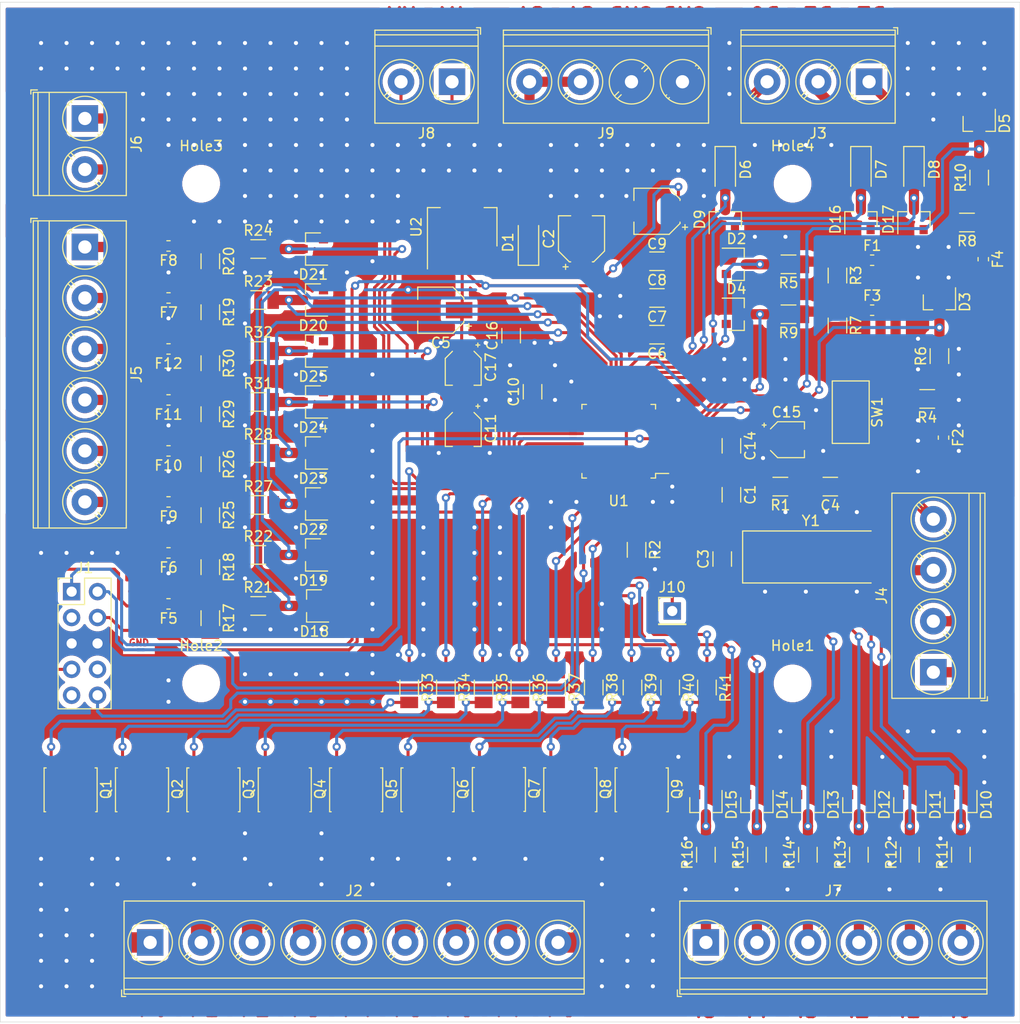
<source format=kicad_pcb>
(kicad_pcb (version 20171130) (host pcbnew 5.1.8-db9833491~88~ubuntu18.04.1)
  (layers (0 F.Cu signal) (31 B.Cu signal) (34 B.Paste user) (35 F.Paste user) (36 B.SilkS user) (37 F.SilkS user) (38 B.Mask user) (39 F.Mask user) (44 Edge.Cuts user))
  (net 0 "")
  (net 1 /NRST)
  (net 2 GND)
  (net 3 "Net-(C2-Pad1)")
  (net 4 /PF0)
  (net 5 "Net-(C4-Pad2)")
  (net 6 +3V3)
  (net 7 +5V)
  (net 8 /PF1)
  (net 9 /BOOT0)
  (net 10 /PC13)
  (net 11 /PC14)
  (net 12 /PC15)
  (net 13 /PA0)
  (net 14 /PA1)
  (net 15 /PA2)
  (net 16 /PA3)
  (net 17 /PA4)
  (net 18 /PA5)
  (net 19 /PA6)
  (net 20 /PB0)
  (net 21 /PB1)
  (net 22 /PB2)
  (net 23 /PE8)
  (net 24 /PE9)
  (net 25 /PB14)
  (net 26 /PB15)
  (net 27 /PD8)
  (net 28 /PA8)
  (net 29 /PA9)
  (net 30 /PA10)
  (net 31 /PA11)
  (net 32 /PA12)
  (net 33 /PA13)
  (net 34 /PF6)
  (net 35 /PF7)
  (net 36 /PA14)
  (net 37 /PA15)
  (net 38 /PB3)
  (net 39 /PB4)
  (net 40 /PB5)
  (net 41 /PB6)
  (net 42 /PB7)
  (net 43 /PB8)
  (net 44 /PB9)
  (net 45 /DAC/DAC0)
  (net 46 /DAC/DAC1)
  (net 47 /DAC/DAC2)
  (net 48 "Net-(F1-Pad1)")
  (net 49 /ADC/ADC0)
  (net 50 "Net-(F2-Pad1)")
  (net 51 /ADC/ADC2)
  (net 52 /ADC/ADC1)
  (net 53 "Net-(F3-Pad1)")
  (net 54 /ADC/ADC3)
  (net 55 "Net-(F4-Pad1)")
  (net 56 /SDADC/SDADC0P)
  (net 57 "Net-(F5-Pad1)")
  (net 58 "Net-(F6-Pad1)")
  (net 59 /SDADC/SDADC0M)
  (net 60 /SDADC/SDADC1)
  (net 61 "Net-(F7-Pad1)")
  (net 62 /SDADC/SDADC2)
  (net 63 "Net-(F8-Pad1)")
  (net 64 /SDADC/SDADC2P)
  (net 65 "Net-(F9-Pad1)")
  (net 66 "Net-(F10-Pad1)")
  (net 67 /SDADC/SDADC2M)
  (net 68 "Net-(F11-Pad1)")
  (net 69 /SDADC/SDADC3P)
  (net 70 "Net-(F12-Pad1)")
  (net 71 /SDADC/SDADC3M)
  (net 72 /INPUT/INPUT5)
  (net 73 /INPUT/INPUT4)
  (net 74 /INPUT/INPUT3)
  (net 75 /INPUT/INPUT2)
  (net 76 /INPUT/INPUT1)
  (net 77 /INPUT/INPUT0)
  (net 78 "Net-(Q1-Pad4)")
  (net 79 "Net-(Q2-Pad4)")
  (net 80 /PWM/PWM8)
  (net 81 /PWM/PWM7)
  (net 82 /PWM/PWM6)
  (net 83 /PWM/PWM5)
  (net 84 /PWM/PWM4)
  (net 85 /PWM/PWM3)
  (net 86 /PWM/PWM2)
  (net 87 /PWM/PWM1)
  (net 88 /PWM/PWM0)
  (net 89 "Net-(Q3-Pad4)")
  (net 90 "Net-(Q4-Pad4)")
  (net 91 "Net-(Q5-Pad4)")
  (net 92 "Net-(Q6-Pad4)")
  (net 93 "Net-(Q7-Pad4)")
  (net 94 "Net-(Q8-Pad4)")
  (net 95 "Net-(Q9-Pad4)")
  (net 96 "Net-(J1-Pad8)")
  (net 97 "Net-(J1-Pad3)")
  (net 98 "Net-(J1-Pad9)")
  (module Button_Switch_SMD:SW_SPST_FSMSM (layer F.Cu) (at 179.4 91.2 270)
    (fp_text reference SW1 (at 0 -2.6 90) (layer F.SilkS))
    (fp_text value SW_Push)
    (pad 1 smd rect (at -4.59 0 270) (size 2.18 1.6) (layers F.Cu F.Paste F.Mask) (net 2 GND))
    (pad 2 smd rect (at 4.59 0 270) (size 2.18 1.6) (layers F.Cu F.Paste F.Mask) (net 1 /NRST))
  )
  (module MountingHole:MountingHole_2.7mm (layer F.Cu) (at 173.7 117.8)
    (fp_text reference Hole1 (at 0 -3.7) (layer F.SilkS))
    (fp_text value MountingHole_2.7mm)
    (pad 1 np_thru_hole circle (at 0 0) (size 2.7 2.7) (drill 2.7) (layers *.Cu *.Mask))
  )
  (module MountingHole:MountingHole_2.7mm (layer F.Cu) (at 173.7 68.8)
    (fp_text reference Hole4 (at 0 -3.7) (layer F.SilkS))
    (fp_text value MountingHole_2.7mm)
    (pad 1 np_thru_hole circle (at 0 0) (size 2.7 2.7) (drill 2.7) (layers *.Cu *.Mask))
  )
  (module MountingHole:MountingHole_2.7mm (layer F.Cu) (at 115.7 117.8)
    (fp_text reference Hole2 (at 0 -3.7) (layer F.SilkS))
    (fp_text value MountingHole_2.7mm)
    (pad 1 np_thru_hole circle (at 0 0) (size 2.7 2.7) (drill 2.7) (layers *.Cu *.Mask))
  )
  (module MountingHole:MountingHole_2.7mm (layer F.Cu) (at 115.7 68.8)
    (fp_text reference Hole3 (at 0 -3.7) (layer F.SilkS))
    (fp_text value MountingHole_2.7mm)
    (pad 1 np_thru_hole circle (at 0 0) (size 2.7 2.7) (drill 2.7) (layers *.Cu *.Mask))
  )
  (module Package_TO_SOT_SMD:SOT-223 (layer F.Cu) (at 141.3 73.05 90)
    (fp_text reference U2 (at 0 -4.5 90) (layer F.SilkS))
    (fp_text value LM1117-3.3)
    (pad 4 smd rect (at 3.15 0 90) (size 2 3.8) (layers F.Cu F.Paste F.Mask))
    (pad 2 smd rect (at -3.15 0 90) (size 2 1.5) (layers F.Cu F.Paste F.Mask) (net 6 +3V3))
    (pad 3 smd rect (at -3.15 2.3 90) (size 2 1.5) (layers F.Cu F.Paste F.Mask) (net 3 "Net-(C2-Pad1)"))
    (pad 1 smd rect (at -3.15 -2.3 90) (size 2 1.5) (layers F.Cu F.Paste F.Mask) (net 2 GND))
  )
  (module Diode_SMD:D_SOD-123 (layer F.Cu) (at 147.8 74.55 90)
    (fp_text reference D1 (at 0 -2 90) (layer F.SilkS))
    (fp_text value MBR130T1G)
    (pad 1 smd rect (at -1.65 0 90) (size 0.9 1.2) (layers F.Cu F.Paste F.Mask) (net 3 "Net-(C2-Pad1)"))
    (pad 2 smd rect (at 1.65 0 90) (size 0.9 1.2) (layers F.Cu F.Paste F.Mask) (net 7 +5V))
  )
  (module Crystal:Crystal_SMD_HC49-SD (layer F.Cu) (at 175.5 105.4)
    (fp_text reference Y1 (at 0 -3.55) (layer F.SilkS))
    (fp_text value "16Mhz, 18pF")
    (pad 1 smd rect (at -4.25 0) (size 4.5 2) (layers F.Cu F.Paste F.Mask) (net 4 /PF0))
    (pad 2 smd rect (at 4.25 0) (size 4.5 2) (layers F.Cu F.Paste F.Mask) (net 5 "Net-(C4-Pad2)"))
  )
  (module TerminalBlock_Phoenix:TerminalBlock_Phoenix_PT-1,5-9-5.0-H_1x09_P5.00mm_Horizontal (layer F.Cu) (at 110.7 143.2)
    (fp_text reference J2 (at 20 -5.06) (layer F.SilkS))
    (fp_text value PWM)
    (pad 1 thru_hole rect (at 0 0) (size 2.6 2.6) (drill 1.3) (layers *.Cu *.Mask) (net 88 /PWM/PWM0))
    (pad 2 thru_hole circle (at 5 0) (size 2.6 2.6) (drill 1.3) (layers *.Cu *.Mask) (net 87 /PWM/PWM1))
    (pad 3 thru_hole circle (at 10 0) (size 2.6 2.6) (drill 1.3) (layers *.Cu *.Mask) (net 86 /PWM/PWM2))
    (pad 4 thru_hole circle (at 15 0) (size 2.6 2.6) (drill 1.3) (layers *.Cu *.Mask) (net 85 /PWM/PWM3))
    (pad 5 thru_hole circle (at 20 0) (size 2.6 2.6) (drill 1.3) (layers *.Cu *.Mask) (net 84 /PWM/PWM4))
    (pad 6 thru_hole circle (at 25 0) (size 2.6 2.6) (drill 1.3) (layers *.Cu *.Mask) (net 83 /PWM/PWM5))
    (pad 7 thru_hole circle (at 30 0) (size 2.6 2.6) (drill 1.3) (layers *.Cu *.Mask) (net 82 /PWM/PWM6))
    (pad 8 thru_hole circle (at 35 0) (size 2.6 2.6) (drill 1.3) (layers *.Cu *.Mask) (net 81 /PWM/PWM7))
    (pad 9 thru_hole circle (at 40 0) (size 2.6 2.6) (drill 1.3) (layers *.Cu *.Mask) (net 80 /PWM/PWM8))
  )
  (module TerminalBlock_Phoenix:TerminalBlock_Phoenix_PT-1,5-3-5.0-H_1x03_P5.00mm_Horizontal (layer F.Cu) (at 181.2 58.8 180)
    (fp_text reference J3 (at 5 -5.06) (layer F.SilkS))
    (fp_text value DAC)
    (pad 1 thru_hole rect (at 0 0 180) (size 2.6 2.6) (drill 1.3) (layers *.Cu *.Mask) (net 47 /DAC/DAC2))
    (pad 2 thru_hole circle (at 5 0 180) (size 2.6 2.6) (drill 1.3) (layers *.Cu *.Mask) (net 46 /DAC/DAC1))
    (pad 3 thru_hole circle (at 10 0 180) (size 2.6 2.6) (drill 1.3) (layers *.Cu *.Mask) (net 45 /DAC/DAC0))
  )
  (module TerminalBlock_Phoenix:TerminalBlock_Phoenix_PT-1,5-4-5.0-H_1x04_P5.00mm_Horizontal (layer F.Cu) (at 187.5 116.7 90)
    (fp_text reference J4 (at 7.5 -5.06 90) (layer F.SilkS))
    (fp_text value "4-20mA 12-bit")
    (pad 1 thru_hole rect (at 0 0 90) (size 2.6 2.6) (drill 1.3) (layers *.Cu *.Mask) (net 54 /ADC/ADC3))
    (pad 2 thru_hole circle (at 5 0 90) (size 2.6 2.6) (drill 1.3) (layers *.Cu *.Mask) (net 51 /ADC/ADC2))
    (pad 3 thru_hole circle (at 10 0 90) (size 2.6 2.6) (drill 1.3) (layers *.Cu *.Mask) (net 52 /ADC/ADC1))
    (pad 4 thru_hole circle (at 15 0 90) (size 2.6 2.6) (drill 1.3) (layers *.Cu *.Mask) (net 49 /ADC/ADC0))
  )
  (module TerminalBlock_Phoenix:TerminalBlock_Phoenix_PT-1,5-6-5.0-H_1x06_P5.00mm_Horizontal (layer F.Cu) (at 104.3 75 270)
    (fp_text reference J5 (at 12.5 -5.06 90) (layer F.SilkS))
    (fp_text value "4-20mA 16-bit Differential")
    (pad 6 thru_hole circle (at 25 0 270) (size 2.6 2.6) (drill 1.3) (layers *.Cu *.Mask) (net 56 /SDADC/SDADC0P))
    (pad 5 thru_hole circle (at 20 0 270) (size 2.6 2.6) (drill 1.3) (layers *.Cu *.Mask) (net 59 /SDADC/SDADC0M))
    (pad 4 thru_hole circle (at 15 0 270) (size 2.6 2.6) (drill 1.3) (layers *.Cu *.Mask) (net 64 /SDADC/SDADC2P))
    (pad 3 thru_hole circle (at 10 0 270) (size 2.6 2.6) (drill 1.3) (layers *.Cu *.Mask) (net 67 /SDADC/SDADC2M))
    (pad 2 thru_hole circle (at 5 0 270) (size 2.6 2.6) (drill 1.3) (layers *.Cu *.Mask) (net 69 /SDADC/SDADC3P))
    (pad 1 thru_hole rect (at 0 0 270) (size 2.6 2.6) (drill 1.3) (layers *.Cu *.Mask) (net 71 /SDADC/SDADC3M))
  )
  (module TerminalBlock_Phoenix:TerminalBlock_Phoenix_PT-1,5-2-5.0-H_1x02_P5.00mm_Horizontal (layer F.Cu) (at 104.3 62.4 270)
    (fp_text reference J6 (at 2.5 -5.06 90) (layer F.SilkS))
    (fp_text value "4-20mA 16-bit")
    (pad 2 thru_hole circle (at 5 0 270) (size 2.6 2.6) (drill 1.3) (layers *.Cu *.Mask) (net 60 /SDADC/SDADC1))
    (pad 1 thru_hole rect (at 0 0 270) (size 2.6 2.6) (drill 1.3) (layers *.Cu *.Mask) (net 62 /SDADC/SDADC2))
  )
  (module TerminalBlock_Phoenix:TerminalBlock_Phoenix_PT-1,5-6-5.0-H_1x06_P5.00mm_Horizontal (layer F.Cu) (at 165.2 143.2)
    (fp_text reference J7 (at 12.5 -5.06) (layer F.SilkS))
    (fp_text value Input)
    (pad 1 thru_hole rect (at 0 0) (size 2.6 2.6) (drill 1.3) (layers *.Cu *.Mask) (net 72 /INPUT/INPUT5))
    (pad 2 thru_hole circle (at 5 0) (size 2.6 2.6) (drill 1.3) (layers *.Cu *.Mask) (net 73 /INPUT/INPUT4))
    (pad 3 thru_hole circle (at 10 0) (size 2.6 2.6) (drill 1.3) (layers *.Cu *.Mask) (net 74 /INPUT/INPUT3))
    (pad 4 thru_hole circle (at 15 0) (size 2.6 2.6) (drill 1.3) (layers *.Cu *.Mask) (net 75 /INPUT/INPUT2))
    (pad 5 thru_hole circle (at 20 0) (size 2.6 2.6) (drill 1.3) (layers *.Cu *.Mask) (net 76 /INPUT/INPUT1))
    (pad 6 thru_hole circle (at 25 0) (size 2.6 2.6) (drill 1.3) (layers *.Cu *.Mask) (net 77 /INPUT/INPUT0))
  )
  (module TerminalBlock_Phoenix:TerminalBlock_Phoenix_PT-1,5-2-5.0-H_1x02_P5.00mm_Horizontal (layer F.Cu) (at 140.3 58.8 180)
    (fp_text reference J8 (at 2.5 -5.06) (layer F.SilkS))
    (fp_text value UART)
    (pad 1 thru_hole rect (at 0 0 180) (size 2.6 2.6) (drill 1.3) (layers *.Cu *.Mask) (net 29 /PA9))
    (pad 2 thru_hole circle (at 5 0 180) (size 2.6 2.6) (drill 1.3) (layers *.Cu *.Mask) (net 30 /PA10))
  )
  (module Diode_SMD:D_SOD-123 (layer F.Cu) (at 167.1 67.4 270)
    (fp_text reference D6 (at 0 -2 90) (layer F.SilkS))
    (fp_text value BAT54T1G)
    (pad 1 smd rect (at -1.65 0 270) (size 0.9 1.2) (layers F.Cu F.Paste F.Mask) (net 45 /DAC/DAC0))
    (pad 2 smd rect (at 1.65 0 270) (size 0.9 1.2) (layers F.Cu F.Paste F.Mask) (net 19 /PA6))
  )
  (module Diode_SMD:D_SOD-123 (layer F.Cu) (at 180.4 67.4 270)
    (fp_text reference D7 (at 0 -2 90) (layer F.SilkS))
    (fp_text value BAT54T1G)
    (pad 2 smd rect (at 1.65 0 270) (size 0.9 1.2) (layers F.Cu F.Paste F.Mask) (net 18 /PA5))
    (pad 1 smd rect (at -1.65 0 270) (size 0.9 1.2) (layers F.Cu F.Paste F.Mask) (net 46 /DAC/DAC1))
  )
  (module Diode_SMD:D_SOD-123 (layer F.Cu) (at 185.6 67.4 270)
    (fp_text reference D8 (at 0 -2 90) (layer F.SilkS))
    (fp_text value BAT54T1G)
    (pad 1 smd rect (at -1.65 0 270) (size 0.9 1.2) (layers F.Cu F.Paste F.Mask) (net 47 /DAC/DAC2))
    (pad 2 smd rect (at 1.65 0 270) (size 0.9 1.2) (layers F.Cu F.Paste F.Mask) (net 17 /PA4))
  )
  (module Package_TO_SOT_SMD:LFPAK56 (layer F.Cu) (at 102.9 128.4 270)
    (fp_text reference Q1 (at -0.245 -3.48 90) (layer F.SilkS))
    (fp_text value BUK9Y43-60E,115)
    (pad 2 smd rect (at -2.835 -0.64 180) (size 0.7 1.15) (layers F.Cu F.Paste F.Mask) (net 2 GND))
    (pad 1 smd rect (at -2.835 -1.91 180) (size 0.7 1.15) (layers F.Cu F.Paste F.Mask) (net 2 GND))
    (pad 3 smd rect (at -2.835 0.64 180) (size 0.7 1.15) (layers F.Cu F.Paste F.Mask) (net 2 GND))
    (pad 4 smd rect (at -2.835 1.91 180) (size 0.7 1.15) (layers F.Cu F.Paste F.Mask) (net 78 "Net-(Q1-Pad4)"))
    (pad 5 smd custom (at 0.435 0 270) (size 3.3 4.2) (layers F.Cu F.Mask) (net 88 /PWM/PWM0) (options (clearance outline) (anchor rect)) (primitives (gr_poly (pts (xy 1.425 -2.35) (xy 2.975 -2.35) (xy 2.975 2.35) (xy 1.425 2.35)) (width 0))))
  )
  (module Package_TO_SOT_SMD:LFPAK56 (layer F.Cu) (at 109.9 128.4 270)
    (fp_text reference Q2 (at -0.245 -3.48 90) (layer F.SilkS))
    (fp_text value BUK9Y43-60E,115)
    (pad 5 smd custom (at 0.435 0 270) (size 3.3 4.2) (layers F.Cu F.Mask) (net 87 /PWM/PWM1) (options (clearance outline) (anchor rect)) (primitives (gr_poly (pts (xy 1.425 -2.35) (xy 2.975 -2.35) (xy 2.975 2.35) (xy 1.425 2.35)) (width 0))))
    (pad 4 smd rect (at -2.835 1.91 180) (size 0.7 1.15) (layers F.Cu F.Paste F.Mask) (net 79 "Net-(Q2-Pad4)"))
    (pad 3 smd rect (at -2.835 0.64 180) (size 0.7 1.15) (layers F.Cu F.Paste F.Mask) (net 2 GND))
    (pad 1 smd rect (at -2.835 -1.91 180) (size 0.7 1.15) (layers F.Cu F.Paste F.Mask) (net 2 GND))
    (pad 2 smd rect (at -2.835 -0.64 180) (size 0.7 1.15) (layers F.Cu F.Paste F.Mask) (net 2 GND))
  )
  (module Package_TO_SOT_SMD:LFPAK56 (layer F.Cu) (at 116.9 128.4 270)
    (fp_text reference Q3 (at -0.245 -3.48 90) (layer F.SilkS))
    (fp_text value BUK9Y43-60E,115)
    (pad 2 smd rect (at -2.835 -0.64 180) (size 0.7 1.15) (layers F.Cu F.Paste F.Mask) (net 2 GND))
    (pad 1 smd rect (at -2.835 -1.91 180) (size 0.7 1.15) (layers F.Cu F.Paste F.Mask) (net 2 GND))
    (pad 3 smd rect (at -2.835 0.64 180) (size 0.7 1.15) (layers F.Cu F.Paste F.Mask) (net 2 GND))
    (pad 4 smd rect (at -2.835 1.91 180) (size 0.7 1.15) (layers F.Cu F.Paste F.Mask) (net 89 "Net-(Q3-Pad4)"))
    (pad 5 smd custom (at 0.435 0 270) (size 3.3 4.2) (layers F.Cu F.Mask) (net 86 /PWM/PWM2) (options (clearance outline) (anchor rect)) (primitives (gr_poly (pts (xy 1.425 -2.35) (xy 2.975 -2.35) (xy 2.975 2.35) (xy 1.425 2.35)) (width 0))))
  )
  (module Package_TO_SOT_SMD:LFPAK56 (layer F.Cu) (at 123.9 128.4 270)
    (fp_text reference Q4 (at -0.245 -3.48 90) (layer F.SilkS))
    (fp_text value BUK9Y43-60E,115)
    (pad 2 smd rect (at -2.835 -0.64 180) (size 0.7 1.15) (layers F.Cu F.Paste F.Mask) (net 2 GND))
    (pad 1 smd rect (at -2.835 -1.91 180) (size 0.7 1.15) (layers F.Cu F.Paste F.Mask) (net 2 GND))
    (pad 3 smd rect (at -2.835 0.64 180) (size 0.7 1.15) (layers F.Cu F.Paste F.Mask) (net 2 GND))
    (pad 4 smd rect (at -2.835 1.91 180) (size 0.7 1.15) (layers F.Cu F.Paste F.Mask) (net 90 "Net-(Q4-Pad4)"))
    (pad 5 smd custom (at 0.435 0 270) (size 3.3 4.2) (layers F.Cu F.Mask) (net 85 /PWM/PWM3) (options (clearance outline) (anchor rect)) (primitives (gr_poly (pts (xy 1.425 -2.35) (xy 2.975 -2.35) (xy 2.975 2.35) (xy 1.425 2.35)) (width 0))))
  )
  (module Package_TO_SOT_SMD:LFPAK56 (layer F.Cu) (at 130.9 128.4 270)
    (fp_text reference Q5 (at -0.245 -3.48 90) (layer F.SilkS))
    (fp_text value BUK9Y43-60E,115)
    (pad 5 smd custom (at 0.435 0 270) (size 3.3 4.2) (layers F.Cu F.Mask) (net 84 /PWM/PWM4) (options (clearance outline) (anchor rect)) (primitives (gr_poly (pts (xy 1.425 -2.35) (xy 2.975 -2.35) (xy 2.975 2.35) (xy 1.425 2.35)) (width 0))))
    (pad 4 smd rect (at -2.835 1.91 180) (size 0.7 1.15) (layers F.Cu F.Paste F.Mask) (net 91 "Net-(Q5-Pad4)"))
    (pad 3 smd rect (at -2.835 0.64 180) (size 0.7 1.15) (layers F.Cu F.Paste F.Mask) (net 2 GND))
    (pad 1 smd rect (at -2.835 -1.91 180) (size 0.7 1.15) (layers F.Cu F.Paste F.Mask) (net 2 GND))
    (pad 2 smd rect (at -2.835 -0.64 180) (size 0.7 1.15) (layers F.Cu F.Paste F.Mask) (net 2 GND))
  )
  (module Package_TO_SOT_SMD:LFPAK56 (layer F.Cu) (at 137.9 128.4 270)
    (fp_text reference Q6 (at -0.245 -3.48 90) (layer F.SilkS))
    (fp_text value BUK9Y43-60E,115)
    (pad 2 smd rect (at -2.835 -0.64 180) (size 0.7 1.15) (layers F.Cu F.Paste F.Mask) (net 2 GND))
    (pad 1 smd rect (at -2.835 -1.91 180) (size 0.7 1.15) (layers F.Cu F.Paste F.Mask) (net 2 GND))
    (pad 3 smd rect (at -2.835 0.64 180) (size 0.7 1.15) (layers F.Cu F.Paste F.Mask) (net 2 GND))
    (pad 4 smd rect (at -2.835 1.91 180) (size 0.7 1.15) (layers F.Cu F.Paste F.Mask) (net 92 "Net-(Q6-Pad4)"))
    (pad 5 smd custom (at 0.435 0 270) (size 3.3 4.2) (layers F.Cu F.Mask) (net 83 /PWM/PWM5) (options (clearance outline) (anchor rect)) (primitives (gr_poly (pts (xy 1.425 -2.35) (xy 2.975 -2.35) (xy 2.975 2.35) (xy 1.425 2.35)) (width 0))))
  )
  (module Package_TO_SOT_SMD:LFPAK56 (layer F.Cu) (at 144.9 128.365 270)
    (fp_text reference Q7 (at -0.245 -3.48 90) (layer F.SilkS))
    (fp_text value BUK9Y43-60E,115)
    (pad 2 smd rect (at -2.835 -0.64 180) (size 0.7 1.15) (layers F.Cu F.Paste F.Mask) (net 2 GND))
    (pad 1 smd rect (at -2.835 -1.91 180) (size 0.7 1.15) (layers F.Cu F.Paste F.Mask) (net 2 GND))
    (pad 3 smd rect (at -2.835 0.64 180) (size 0.7 1.15) (layers F.Cu F.Paste F.Mask) (net 2 GND))
    (pad 4 smd rect (at -2.835 1.91 180) (size 0.7 1.15) (layers F.Cu F.Paste F.Mask) (net 93 "Net-(Q7-Pad4)"))
    (pad 5 smd custom (at 0.435 0 270) (size 3.3 4.2) (layers F.Cu F.Mask) (net 82 /PWM/PWM6) (options (clearance outline) (anchor rect)) (primitives (gr_poly (pts (xy 1.425 -2.35) (xy 2.975 -2.35) (xy 2.975 2.35) (xy 1.425 2.35)) (width 0))))
  )
  (module Package_TO_SOT_SMD:LFPAK56 (layer F.Cu) (at 151.9 128.4 270)
    (fp_text reference Q8 (at -0.245 -3.48 90) (layer F.SilkS))
    (fp_text value BUK9Y43-60E,115)
    (pad 5 smd custom (at 0.435 0 270) (size 3.3 4.2) (layers F.Cu F.Mask) (net 81 /PWM/PWM7) (options (clearance outline) (anchor rect)) (primitives (gr_poly (pts (xy 1.425 -2.35) (xy 2.975 -2.35) (xy 2.975 2.35) (xy 1.425 2.35)) (width 0))))
    (pad 4 smd rect (at -2.835 1.91 180) (size 0.7 1.15) (layers F.Cu F.Paste F.Mask) (net 94 "Net-(Q8-Pad4)"))
    (pad 3 smd rect (at -2.835 0.64 180) (size 0.7 1.15) (layers F.Cu F.Paste F.Mask) (net 2 GND))
    (pad 1 smd rect (at -2.835 -1.91 180) (size 0.7 1.15) (layers F.Cu F.Paste F.Mask) (net 2 GND))
    (pad 2 smd rect (at -2.835 -0.64 180) (size 0.7 1.15) (layers F.Cu F.Paste F.Mask) (net 2 GND))
  )
  (module Package_TO_SOT_SMD:LFPAK56 (layer F.Cu) (at 158.9 128.4 270)
    (fp_text reference Q9 (at -0.245 -3.48 90) (layer F.SilkS))
    (fp_text value BUK9Y43-60E,115)
    (pad 5 smd custom (at 0.435 0 270) (size 3.3 4.2) (layers F.Cu F.Mask) (net 80 /PWM/PWM8) (options (clearance outline) (anchor rect)) (primitives (gr_poly (pts (xy 1.425 -2.35) (xy 2.975 -2.35) (xy 2.975 2.35) (xy 1.425 2.35)) (width 0))))
    (pad 4 smd rect (at -2.835 1.91 180) (size 0.7 1.15) (layers F.Cu F.Paste F.Mask) (net 95 "Net-(Q9-Pad4)"))
    (pad 3 smd rect (at -2.835 0.64 180) (size 0.7 1.15) (layers F.Cu F.Paste F.Mask) (net 2 GND))
    (pad 1 smd rect (at -2.835 -1.91 180) (size 0.7 1.15) (layers F.Cu F.Paste F.Mask) (net 2 GND))
    (pad 2 smd rect (at -2.835 -0.64 180) (size 0.7 1.15) (layers F.Cu F.Paste F.Mask) (net 2 GND))
  )
  (module Connector_PinHeader_2.54mm:PinHeader_2x05_P2.54mm_Vertical (layer F.Cu) (at 103 108.8)
    (fp_text reference J1 (at 1.27 -2.33) (layer F.SilkS))
    (fp_text value Debugger)
    (pad 1 thru_hole rect (at 0 0) (size 1.7 1.7) (drill 1) (layers *.Cu *.Mask) (net 1 /NRST))
    (pad 2 thru_hole oval (at 2.54 0) (size 1.7 1.7) (drill 1) (layers *.Cu *.Mask) (net 36 /PA14))
    (pad 3 thru_hole oval (at 0 2.54) (size 1.7 1.7) (drill 1) (layers *.Cu *.Mask) (net 97 "Net-(J1-Pad3)"))
    (pad 4 thru_hole oval (at 2.54 2.54) (size 1.7 1.7) (drill 1) (layers *.Cu *.Mask) (net 33 /PA13))
    (pad 5 thru_hole oval (at 0 5.08) (size 1.7 1.7) (drill 1) (layers *.Cu *.Mask) (net 2 GND))
    (pad 6 thru_hole oval (at 2.54 5.08) (size 1.7 1.7) (drill 1) (layers *.Cu *.Mask) (net 2 GND))
    (pad 7 thru_hole oval (at 0 7.62) (size 1.7 1.7) (drill 1) (layers *.Cu *.Mask) (net 6 +3V3))
    (pad 8 thru_hole oval (at 2.54 7.62) (size 1.7 1.7) (drill 1) (layers *.Cu *.Mask) (net 96 "Net-(J1-Pad8)"))
    (pad 9 thru_hole oval (at 0 10.16) (size 1.7 1.7) (drill 1) (layers *.Cu *.Mask) (net 98 "Net-(J1-Pad9)"))
    (pad 10 thru_hole oval (at 2.54 10.16) (size 1.7 1.7) (drill 1) (layers *.Cu *.Mask) (net 38 /PB3))
  )
  (module Connector_PinHeader_2.54mm:PinHeader_1x01_P2.54mm_Vertical (layer F.Cu) (at 161.9 110.7)
    (fp_text reference J10 (at 0 -2.33) (layer F.SilkS))
    (fp_text value Conn_01x01_MountingPin)
    (pad 1 thru_hole rect (at 0 0) (size 1.7 1.7) (drill 1) (layers *.Cu *.Mask) (net 9 /BOOT0))
  )
  (module Diode_SMD:D_SOT-23_ANK (layer F.Cu) (at 168.2 76.7)
    (fp_text reference D2 (at 0 -2.5) (layer F.SilkS))
    (fp_text value BZX84C3V6LT1G)
    (pad 1 smd rect (at 1 0) (size 0.9 0.8) (layers F.Cu F.Paste F.Mask) (net 16 /PA3))
    (pad "" smd rect (at -1 0.95) (size 0.9 0.8) (layers F.Cu F.Paste F.Mask))
    (pad 2 smd rect (at -1 -0.95) (size 0.9 0.8) (layers F.Cu F.Paste F.Mask) (net 2 GND))
  )
  (module Diode_SMD:D_SOT-23_ANK (layer F.Cu) (at 188.1 80.4 270)
    (fp_text reference D3 (at 0 -2.5 90) (layer F.SilkS))
    (fp_text value BZX84C3V6LT1G)
    (pad 2 smd rect (at -1 -0.95 270) (size 0.9 0.8) (layers F.Cu F.Paste F.Mask) (net 2 GND))
    (pad "" smd rect (at -1 0.95 270) (size 0.9 0.8) (layers F.Cu F.Paste F.Mask))
    (pad 1 smd rect (at 1 0 270) (size 0.9 0.8) (layers F.Cu F.Paste F.Mask) (net 13 /PA0))
  )
  (module Diode_SMD:D_SOT-23_ANK (layer F.Cu) (at 168.2 81.6)
    (fp_text reference D4 (at 0 -2.5) (layer F.SilkS))
    (fp_text value BZX84C3V6LT1G)
    (pad 2 smd rect (at -1 -0.95) (size 0.9 0.8) (layers F.Cu F.Paste F.Mask) (net 2 GND))
    (pad "" smd rect (at -1 0.95) (size 0.9 0.8) (layers F.Cu F.Paste F.Mask))
    (pad 1 smd rect (at 1 0) (size 0.9 0.8) (layers F.Cu F.Paste F.Mask) (net 15 /PA2))
  )
  (module Diode_SMD:D_SOT-23_ANK (layer F.Cu) (at 192 62.9 270)
    (fp_text reference D5 (at 0 -2.5 90) (layer F.SilkS))
    (fp_text value BZX84C3V6LT1G)
    (pad 1 smd rect (at 1 0 270) (size 0.9 0.8) (layers F.Cu F.Paste F.Mask) (net 14 /PA1))
    (pad "" smd rect (at -1 0.95 270) (size 0.9 0.8) (layers F.Cu F.Paste F.Mask))
    (pad 2 smd rect (at -1 -0.95 270) (size 0.9 0.8) (layers F.Cu F.Paste F.Mask) (net 2 GND))
  )
  (module Diode_SMD:D_SOT-23_ANK (layer F.Cu) (at 167.1 72.3 90)
    (fp_text reference D9 (at 0 -2.5 90) (layer F.SilkS))
    (fp_text value BZX84C3V6LT1G)
    (pad 1 smd rect (at 1 0 90) (size 0.9 0.8) (layers F.Cu F.Paste F.Mask) (net 19 /PA6))
    (pad "" smd rect (at -1 0.95 90) (size 0.9 0.8) (layers F.Cu F.Paste F.Mask))
    (pad 2 smd rect (at -1 -0.95 90) (size 0.9 0.8) (layers F.Cu F.Paste F.Mask) (net 2 GND))
  )
  (module Diode_SMD:D_SOT-23_ANK (layer F.Cu) (at 190.2 129.7 270)
    (fp_text reference D10 (at 0 -2.5 90) (layer F.SilkS))
    (fp_text value BZX84C3V6LT1G)
    (pad 2 smd rect (at -1 -0.95 270) (size 0.9 0.8) (layers F.Cu F.Paste F.Mask) (net 2 GND))
    (pad "" smd rect (at -1 0.95 270) (size 0.9 0.8) (layers F.Cu F.Paste F.Mask))
    (pad 1 smd rect (at 1 0 270) (size 0.9 0.8) (layers F.Cu F.Paste F.Mask) (net 12 /PC15))
  )
  (module Diode_SMD:D_SOT-23_ANK (layer F.Cu) (at 185.2 129.7 270)
    (fp_text reference D11 (at 0 -2.5 90) (layer F.SilkS))
    (fp_text value BZX84C3V6LT1G)
    (pad 2 smd rect (at -1 -0.95 270) (size 0.9 0.8) (layers F.Cu F.Paste F.Mask) (net 2 GND))
    (pad "" smd rect (at -1 0.95 270) (size 0.9 0.8) (layers F.Cu F.Paste F.Mask))
    (pad 1 smd rect (at 1 0 270) (size 0.9 0.8) (layers F.Cu F.Paste F.Mask) (net 11 /PC14))
  )
  (module Diode_SMD:D_SOT-23_ANK (layer F.Cu) (at 180.2 129.7 270)
    (fp_text reference D12 (at 0 -2.5 90) (layer F.SilkS))
    (fp_text value BZX84C3V6LT1G)
    (pad 2 smd rect (at -1 -0.95 270) (size 0.9 0.8) (layers F.Cu F.Paste F.Mask) (net 2 GND))
    (pad "" smd rect (at -1 0.95 270) (size 0.9 0.8) (layers F.Cu F.Paste F.Mask))
    (pad 1 smd rect (at 1 0 270) (size 0.9 0.8) (layers F.Cu F.Paste F.Mask) (net 10 /PC13))
  )
  (module Diode_SMD:D_SOT-23_ANK (layer F.Cu) (at 175.2 129.7 270)
    (fp_text reference D13 (at 0 -2.5 90) (layer F.SilkS))
    (fp_text value BZX84C3V6LT1G)
    (pad 1 smd rect (at 1 0 270) (size 0.9 0.8) (layers F.Cu F.Paste F.Mask) (net 44 /PB9))
    (pad "" smd rect (at -1 0.95 270) (size 0.9 0.8) (layers F.Cu F.Paste F.Mask))
    (pad 2 smd rect (at -1 -0.95 270) (size 0.9 0.8) (layers F.Cu F.Paste F.Mask) (net 2 GND))
  )
  (module Diode_SMD:D_SOT-23_ANK (layer F.Cu) (at 170.2 129.7 270)
    (fp_text reference D14 (at 0 -2.5 90) (layer F.SilkS))
    (fp_text value BZX84C3V6LT1G)
    (pad 1 smd rect (at 1 0 270) (size 0.9 0.8) (layers F.Cu F.Paste F.Mask) (net 43 /PB8))
    (pad "" smd rect (at -1 0.95 270) (size 0.9 0.8) (layers F.Cu F.Paste F.Mask))
    (pad 2 smd rect (at -1 -0.95 270) (size 0.9 0.8) (layers F.Cu F.Paste F.Mask) (net 2 GND))
  )
  (module Diode_SMD:D_SOT-23_ANK (layer F.Cu) (at 165.2 129.7 270)
    (fp_text reference D15 (at 0 -2.5 90) (layer F.SilkS))
    (fp_text value BZX84C3V6LT1G)
    (pad 2 smd rect (at -1 -0.95 270) (size 0.9 0.8) (layers F.Cu F.Paste F.Mask) (net 2 GND))
    (pad "" smd rect (at -1 0.95 270) (size 0.9 0.8) (layers F.Cu F.Paste F.Mask))
    (pad 1 smd rect (at 1 0 270) (size 0.9 0.8) (layers F.Cu F.Paste F.Mask) (net 35 /PF7))
  )
  (module Diode_SMD:D_SOT-23_ANK (layer F.Cu) (at 180.4 72.3 90)
    (fp_text reference D16 (at 0 -2.5 90) (layer F.SilkS))
    (fp_text value BZX84C3V6LT1G)
    (pad 1 smd rect (at 1 0 90) (size 0.9 0.8) (layers F.Cu F.Paste F.Mask) (net 18 /PA5))
    (pad "" smd rect (at -1 0.95 90) (size 0.9 0.8) (layers F.Cu F.Paste F.Mask))
    (pad 2 smd rect (at -1 -0.95 90) (size 0.9 0.8) (layers F.Cu F.Paste F.Mask) (net 2 GND))
  )
  (module Diode_SMD:D_SOT-23_ANK (layer F.Cu) (at 185.6 72.3 90)
    (fp_text reference D17 (at 0 -2.5 90) (layer F.SilkS))
    (fp_text value BZX84C3V6LT1G)
    (pad 2 smd rect (at -1 -0.95 90) (size 0.9 0.8) (layers F.Cu F.Paste F.Mask) (net 2 GND))
    (pad "" smd rect (at -1 0.95 90) (size 0.9 0.8) (layers F.Cu F.Paste F.Mask))
    (pad 1 smd rect (at 1 0 90) (size 0.9 0.8) (layers F.Cu F.Paste F.Mask) (net 17 /PA4))
  )
  (module Diode_SMD:D_SOT-23_ANK (layer F.Cu) (at 126.8 110.2 180)
    (fp_text reference D18 (at 0 -2.5) (layer F.SilkS))
    (fp_text value BZX84C3V6LT1G)
    (pad 1 smd rect (at 1 0 180) (size 0.9 0.8) (layers F.Cu F.Paste F.Mask) (net 20 /PB0))
    (pad "" smd rect (at -1 0.95 180) (size 0.9 0.8) (layers F.Cu F.Paste F.Mask))
    (pad 2 smd rect (at -1 -0.95 180) (size 0.9 0.8) (layers F.Cu F.Paste F.Mask) (net 2 GND))
  )
  (module Diode_SMD:D_SOT-23_ANK (layer F.Cu) (at 126.7 105.2 180)
    (fp_text reference D19 (at 0 -2.5) (layer F.SilkS))
    (fp_text value BZX84C3V6LT1G)
    (pad 1 smd rect (at 1 0 180) (size 0.9 0.8) (layers F.Cu F.Paste F.Mask) (net 21 /PB1))
    (pad "" smd rect (at -1 0.95 180) (size 0.9 0.8) (layers F.Cu F.Paste F.Mask))
    (pad 2 smd rect (at -1 -0.95 180) (size 0.9 0.8) (layers F.Cu F.Paste F.Mask) (net 2 GND))
  )
  (module Diode_SMD:D_SOT-23_ANK (layer F.Cu) (at 126.7 80.2 180)
    (fp_text reference D20 (at 0 -2.5) (layer F.SilkS))
    (fp_text value BZX84C3V6LT1G)
    (pad 2 smd rect (at -1 -0.95 180) (size 0.9 0.8) (layers F.Cu F.Paste F.Mask) (net 2 GND))
    (pad "" smd rect (at -1 0.95 180) (size 0.9 0.8) (layers F.Cu F.Paste F.Mask))
    (pad 1 smd rect (at 1 0 180) (size 0.9 0.8) (layers F.Cu F.Paste F.Mask) (net 22 /PB2))
  )
  (module Diode_SMD:D_SOT-23_ANK (layer F.Cu) (at 126.7 75.2 180)
    (fp_text reference D21 (at 0 -2.5) (layer F.SilkS))
    (fp_text value BZX84C3V6LT1G)
    (pad 1 smd rect (at 1 0 180) (size 0.9 0.8) (layers F.Cu F.Paste F.Mask) (net 27 /PD8))
    (pad "" smd rect (at -1 0.95 180) (size 0.9 0.8) (layers F.Cu F.Paste F.Mask))
    (pad 2 smd rect (at -1 -0.95 180) (size 0.9 0.8) (layers F.Cu F.Paste F.Mask) (net 2 GND))
  )
  (module Diode_SMD:D_SOT-23_ANK (layer F.Cu) (at 126.7 100.2 180)
    (fp_text reference D22 (at 0 -2.5) (layer F.SilkS))
    (fp_text value BZX84C3V6LT1G)
    (pad 2 smd rect (at -1 -0.95 180) (size 0.9 0.8) (layers F.Cu F.Paste F.Mask) (net 2 GND))
    (pad "" smd rect (at -1 0.95 180) (size 0.9 0.8) (layers F.Cu F.Paste F.Mask))
    (pad 1 smd rect (at 1 0 180) (size 0.9 0.8) (layers F.Cu F.Paste F.Mask) (net 23 /PE8))
  )
  (module Diode_SMD:D_SOT-23_ANK (layer F.Cu) (at 126.7 95.2 180)
    (fp_text reference D23 (at 0 -2.5) (layer F.SilkS))
    (fp_text value BZX84C3V6LT1G)
    (pad 2 smd rect (at -1 -0.95 180) (size 0.9 0.8) (layers F.Cu F.Paste F.Mask) (net 2 GND))
    (pad "" smd rect (at -1 0.95 180) (size 0.9 0.8) (layers F.Cu F.Paste F.Mask))
    (pad 1 smd rect (at 1 0 180) (size 0.9 0.8) (layers F.Cu F.Paste F.Mask) (net 24 /PE9))
  )
  (module Diode_SMD:D_SOT-23_ANK (layer F.Cu) (at 126.7 90.2 180)
    (fp_text reference D24 (at 0 -2.5) (layer F.SilkS))
    (fp_text value BZX84C3V6LT1G)
    (pad 1 smd rect (at 1 0 180) (size 0.9 0.8) (layers F.Cu F.Paste F.Mask) (net 25 /PB14))
    (pad "" smd rect (at -1 0.95 180) (size 0.9 0.8) (layers F.Cu F.Paste F.Mask))
    (pad 2 smd rect (at -1 -0.95 180) (size 0.9 0.8) (layers F.Cu F.Paste F.Mask) (net 2 GND))
  )
  (module Diode_SMD:D_SOT-23_ANK (layer F.Cu) (at 126.7 85.2 180)
    (fp_text reference D25 (at 0 -2.5) (layer F.SilkS))
    (fp_text value BZX84C3V6LT1G)
    (pad 2 smd rect (at -1 -0.95 180) (size 0.9 0.8) (layers F.Cu F.Paste F.Mask) (net 2 GND))
    (pad "" smd rect (at -1 0.95 180) (size 0.9 0.8) (layers F.Cu F.Paste F.Mask))
    (pad 1 smd rect (at 1 0 180) (size 0.9 0.8) (layers F.Cu F.Paste F.Mask) (net 26 /PB15))
  )
  (module Capacitor_SMD:CP_Elec_4x5.3 (layer F.Cu) (at 139.2 81.2 180)
    (fp_text reference C5 (at 0 -3.2) (layer F.SilkS))
    (fp_text value 10uF)
    (pad 1 smd rect (at -1.8 0 180) (size 2.6 1.6) (layers F.Cu F.Paste F.Mask) (net 6 +3V3))
    (pad 2 smd rect (at 1.8 0 180) (size 2.6 1.6) (layers F.Cu F.Paste F.Mask) (net 2 GND))
  )
  (module Capacitor_SMD:CP_Elec_4x5.3 (layer F.Cu) (at 153 74.2 90)
    (fp_text reference C2 (at 0 -3.2 90) (layer F.SilkS))
    (fp_text value 10uF)
    (pad 1 smd rect (at -1.8 0 90) (size 2.6 1.6) (layers F.Cu F.Paste F.Mask) (net 3 "Net-(C2-Pad1)"))
    (pad 2 smd rect (at 1.8 0 90) (size 2.6 1.6) (layers F.Cu F.Paste F.Mask) (net 2 GND))
  )
  (module Capacitor_SMD:C_1206_3216Metric (layer F.Cu) (at 160.4 76.4 180)
    (fp_text reference C8 (at 0 -1.85) (layer F.SilkS))
    (fp_text value 100nF)
    (pad 1 smd rect (at -1.475 0 180) (size 1.15 1.8) (layers F.Cu F.Paste F.Mask) (net 6 +3V3))
    (pad 2 smd rect (at 1.475 0 180) (size 1.15 1.8) (layers F.Cu F.Paste F.Mask) (net 2 GND))
  )
  (module Capacitor_SMD:C_1206_3216Metric (layer F.Cu) (at 160.4 80 180)
    (fp_text reference C7 (at 0 -1.85) (layer F.SilkS))
    (fp_text value 100nF)
    (pad 1 smd rect (at -1.475 0 180) (size 1.15 1.8) (layers F.Cu F.Paste F.Mask) (net 6 +3V3))
    (pad 2 smd rect (at 1.475 0 180) (size 1.15 1.8) (layers F.Cu F.Paste F.Mask) (net 2 GND))
  )
  (module Capacitor_SMD:C_1206_3216Metric (layer F.Cu) (at 160.4 83.6 180)
    (fp_text reference C6 (at 0 -1.85) (layer F.SilkS))
    (fp_text value 100nF)
    (pad 1 smd rect (at -1.475 0 180) (size 1.15 1.8) (layers F.Cu F.Paste F.Mask) (net 6 +3V3))
    (pad 2 smd rect (at 1.475 0 180) (size 1.15 1.8) (layers F.Cu F.Paste F.Mask) (net 2 GND))
  )
  (module Capacitor_SMD:C_1206_3216Metric (layer F.Cu) (at 148.2 89.2 90)
    (fp_text reference C10 (at 0 -1.85 90) (layer F.SilkS))
    (fp_text value 10nF)
    (pad 1 smd rect (at -1.475 0 90) (size 1.15 1.8) (layers F.Cu F.Paste F.Mask) (net 6 +3V3))
    (pad 2 smd rect (at 1.475 0 90) (size 1.15 1.8) (layers F.Cu F.Paste F.Mask) (net 2 GND))
  )
  (module Capacitor_SMD:C_1206_3216Metric (layer F.Cu) (at 146.1 83.7 90)
    (fp_text reference C16 (at 0 -1.85 90) (layer F.SilkS))
    (fp_text value 10nF)
    (pad 1 smd rect (at -1.475 0 90) (size 1.15 1.8) (layers F.Cu F.Paste F.Mask) (net 6 +3V3))
    (pad 2 smd rect (at 1.475 0 90) (size 1.15 1.8) (layers F.Cu F.Paste F.Mask) (net 2 GND))
  )
  (module Capacitor_SMD:C_1206_3216Metric (layer F.Cu) (at 167.7 94.5 270)
    (fp_text reference C14 (at 0 -1.85 90) (layer F.SilkS))
    (fp_text value 10nF)
    (pad 1 smd rect (at -1.475 0 270) (size 1.15 1.8) (layers F.Cu F.Paste F.Mask) (net 6 +3V3))
    (pad 2 smd rect (at 1.475 0 270) (size 1.15 1.8) (layers F.Cu F.Paste F.Mask) (net 2 GND))
  )
  (module Capacitor_SMD:C_1206_3216Metric (layer F.Cu) (at 167.7 99.3 270)
    (fp_text reference C1 (at 0 -1.85 90) (layer F.SilkS))
    (fp_text value 100nF)
    (pad 1 smd rect (at -1.475 0 270) (size 1.15 1.8) (layers F.Cu F.Paste F.Mask) (net 2 GND))
    (pad 2 smd rect (at 1.475 0 270) (size 1.15 1.8) (layers F.Cu F.Paste F.Mask) (net 1 /NRST))
  )
  (module Capacitor_SMD:C_1206_3216Metric (layer F.Cu) (at 177.4 98.5 180)
    (fp_text reference C4 (at 0 -1.85) (layer F.SilkS))
    (fp_text value 16pF)
    (pad 1 smd rect (at -1.475 0 180) (size 1.15 1.8) (layers F.Cu F.Paste F.Mask) (net 2 GND))
    (pad 2 smd rect (at 1.475 0 180) (size 1.15 1.8) (layers F.Cu F.Paste F.Mask) (net 5 "Net-(C4-Pad2)"))
  )
  (module Capacitor_SMD:C_1206_3216Metric (layer F.Cu) (at 166.8 105.6 90)
    (fp_text reference C3 (at 0 -1.85 90) (layer F.SilkS))
    (fp_text value 16pF)
    (pad 1 smd rect (at -1.475 0 90) (size 1.15 1.8) (layers F.Cu F.Paste F.Mask) (net 2 GND))
    (pad 2 smd rect (at 1.475 0 90) (size 1.15 1.8) (layers F.Cu F.Paste F.Mask) (net 4 /PF0))
  )
  (module Capacitor_SMD:CP_Elec_3x5.4 (layer F.Cu) (at 141.4 92.8 270)
    (fp_text reference C11 (at 0 -2.7 90) (layer F.SilkS))
    (fp_text value 1uF)
    (pad 1 smd rect (at -1.5 0 270) (size 2.2 1.6) (layers F.Cu F.Paste F.Mask) (net 6 +3V3))
    (pad 2 smd rect (at 1.5 0 270) (size 2.2 1.6) (layers F.Cu F.Paste F.Mask) (net 2 GND))
  )
  (module Capacitor_SMD:CP_Elec_3x5.4 (layer F.Cu) (at 141.4 86.8 270)
    (fp_text reference C17 (at 0 -2.7 90) (layer F.SilkS))
    (fp_text value 1uF)
    (pad 1 smd rect (at -1.5 0 270) (size 2.2 1.6) (layers F.Cu F.Paste F.Mask) (net 6 +3V3))
    (pad 2 smd rect (at 1.5 0 270) (size 2.2 1.6) (layers F.Cu F.Paste F.Mask) (net 2 GND))
  )
  (module Capacitor_SMD:CP_Elec_3x5.4 (layer F.Cu) (at 173.1 93.9)
    (fp_text reference C15 (at 0 -2.7) (layer F.SilkS))
    (fp_text value 1uF)
    (pad 1 smd rect (at -1.5 0) (size 2.2 1.6) (layers F.Cu F.Paste F.Mask) (net 6 +3V3))
    (pad 2 smd rect (at 1.5 0) (size 2.2 1.6) (layers F.Cu F.Paste F.Mask) (net 2 GND))
  )
  (module Capacitor_SMD:CP_Elec_4x5.4 (layer F.Cu) (at 160.4 71.5 180)
    (fp_text reference C9 (at 0 -3.2) (layer F.SilkS))
    (fp_text value 4.7uF)
    (pad 1 smd rect (at -1.8 0 180) (size 2.6 1.6) (layers F.Cu F.Paste F.Mask) (net 6 +3V3))
    (pad 2 smd rect (at 1.8 0 180) (size 2.6 1.6) (layers F.Cu F.Paste F.Mask) (net 2 GND))
  )
  (module Fuse:Fuse_0603_1608Metric (layer F.Cu) (at 112.5 85 180)
    (fp_text reference F12 (at 0 -1.43) (layer F.SilkS))
    (fp_text value Polyfuse)
    (pad 1 smd rect (at -0.7875 0 180) (size 0.875 0.95) (layers F.Cu F.Paste F.Mask) (net 70 "Net-(F12-Pad1)"))
    (pad 2 smd rect (at 0.7875 0 180) (size 0.875 0.95) (layers F.Cu F.Paste F.Mask) (net 71 /SDADC/SDADC3M))
  )
  (module Fuse:Fuse_0603_1608Metric (layer F.Cu) (at 112.5 90 180)
    (fp_text reference F11 (at 0 -1.43) (layer F.SilkS))
    (fp_text value Polyfuse)
    (pad 1 smd rect (at -0.7875 0 180) (size 0.875 0.95) (layers F.Cu F.Paste F.Mask) (net 68 "Net-(F11-Pad1)"))
    (pad 2 smd rect (at 0.7875 0 180) (size 0.875 0.95) (layers F.Cu F.Paste F.Mask) (net 69 /SDADC/SDADC3P))
  )
  (module Fuse:Fuse_0603_1608Metric (layer F.Cu) (at 112.5 95 180)
    (fp_text reference F10 (at 0 -1.43) (layer F.SilkS))
    (fp_text value Polyfuse)
    (pad 1 smd rect (at -0.7875 0 180) (size 0.875 0.95) (layers F.Cu F.Paste F.Mask) (net 66 "Net-(F10-Pad1)"))
    (pad 2 smd rect (at 0.7875 0 180) (size 0.875 0.95) (layers F.Cu F.Paste F.Mask) (net 67 /SDADC/SDADC2M))
  )
  (module Fuse:Fuse_0603_1608Metric (layer F.Cu) (at 112.5 100 180)
    (fp_text reference F9 (at 0 -1.43) (layer F.SilkS))
    (fp_text value Polyfuse)
    (pad 1 smd rect (at -0.7875 0 180) (size 0.875 0.95) (layers F.Cu F.Paste F.Mask) (net 65 "Net-(F9-Pad1)"))
    (pad 2 smd rect (at 0.7875 0 180) (size 0.875 0.95) (layers F.Cu F.Paste F.Mask) (net 64 /SDADC/SDADC2P))
  )
  (module Fuse:Fuse_0603_1608Metric (layer F.Cu) (at 112.5 105 180)
    (fp_text reference F6 (at 0 -1.43) (layer F.SilkS))
    (fp_text value Polyfuse)
    (pad 1 smd rect (at -0.7875 0 180) (size 0.875 0.95) (layers F.Cu F.Paste F.Mask) (net 58 "Net-(F6-Pad1)"))
    (pad 2 smd rect (at 0.7875 0 180) (size 0.875 0.95) (layers F.Cu F.Paste F.Mask) (net 59 /SDADC/SDADC0M))
  )
  (module Fuse:Fuse_0603_1608Metric (layer F.Cu) (at 112.5 110 180)
    (fp_text reference F5 (at 0 -1.43) (layer F.SilkS))
    (fp_text value Polyfuse)
    (pad 1 smd rect (at -0.7875 0 180) (size 0.875 0.95) (layers F.Cu F.Paste F.Mask) (net 57 "Net-(F5-Pad1)"))
    (pad 2 smd rect (at 0.7875 0 180) (size 0.875 0.95) (layers F.Cu F.Paste F.Mask) (net 56 /SDADC/SDADC0P))
  )
  (module Resistor_SMD:R_1206_3216Metric (layer F.Cu) (at 165.2 134.6 90)
    (fp_text reference R16 (at 0 -1.82 90) (layer F.SilkS))
    (fp_text value 10k)
    (pad 1 smd rect (at -1.4625 0 90) (size 1.125 1.75) (layers F.Cu F.Paste F.Mask) (net 72 /INPUT/INPUT5))
    (pad 2 smd rect (at 1.4625 0 90) (size 1.125 1.75) (layers F.Cu F.Paste F.Mask) (net 35 /PF7))
  )
  (module Resistor_SMD:R_1206_3216Metric (layer F.Cu) (at 170.2 134.6 90)
    (fp_text reference R15 (at 0 -1.82 90) (layer F.SilkS))
    (fp_text value 10k)
    (pad 1 smd rect (at -1.4625 0 90) (size 1.125 1.75) (layers F.Cu F.Paste F.Mask) (net 73 /INPUT/INPUT4))
    (pad 2 smd rect (at 1.4625 0 90) (size 1.125 1.75) (layers F.Cu F.Paste F.Mask) (net 43 /PB8))
  )
  (module Resistor_SMD:R_1206_3216Metric (layer F.Cu) (at 175.2 134.6 90)
    (fp_text reference R14 (at 0 -1.82 90) (layer F.SilkS))
    (fp_text value 10k)
    (pad 1 smd rect (at -1.4625 0 90) (size 1.125 1.75) (layers F.Cu F.Paste F.Mask) (net 74 /INPUT/INPUT3))
    (pad 2 smd rect (at 1.4625 0 90) (size 1.125 1.75) (layers F.Cu F.Paste F.Mask) (net 44 /PB9))
  )
  (module Resistor_SMD:R_1206_3216Metric (layer F.Cu) (at 180.2 134.6 90)
    (fp_text reference R13 (at 0 -1.82 90) (layer F.SilkS))
    (fp_text value 10k)
    (pad 1 smd rect (at -1.4625 0 90) (size 1.125 1.75) (layers F.Cu F.Paste F.Mask) (net 75 /INPUT/INPUT2))
    (pad 2 smd rect (at 1.4625 0 90) (size 1.125 1.75) (layers F.Cu F.Paste F.Mask) (net 10 /PC13))
  )
  (module Resistor_SMD:R_1206_3216Metric (layer F.Cu) (at 185.2 134.6 90)
    (fp_text reference R12 (at 0 -1.82 90) (layer F.SilkS))
    (fp_text value 10k)
    (pad 1 smd rect (at -1.4625 0 90) (size 1.125 1.75) (layers F.Cu F.Paste F.Mask) (net 76 /INPUT/INPUT1))
    (pad 2 smd rect (at 1.4625 0 90) (size 1.125 1.75) (layers F.Cu F.Paste F.Mask) (net 11 /PC14))
  )
  (module Resistor_SMD:R_1206_3216Metric (layer F.Cu) (at 190.2 134.6 90)
    (fp_text reference R11 (at 0 -1.82 90) (layer F.SilkS))
    (fp_text value 10k)
    (pad 1 smd rect (at -1.4625 0 90) (size 1.125 1.75) (layers F.Cu F.Paste F.Mask) (net 77 /INPUT/INPUT0))
    (pad 2 smd rect (at 1.4625 0 90) (size 1.125 1.75) (layers F.Cu F.Paste F.Mask) (net 12 /PC15))
  )
  (module Resistor_SMD:R_1206_3216Metric (layer F.Cu) (at 136.1 118.2 270)
    (fp_text reference R33 (at 0 -1.82 90) (layer F.SilkS))
    (fp_text value 1k)
    (pad 1 smd rect (at -1.4625 0 270) (size 1.125 1.75) (layers F.Cu F.Paste F.Mask) (net 28 /PA8))
    (pad 2 smd rect (at 1.4625 0 270) (size 1.125 1.75) (layers F.Cu F.Paste F.Mask) (net 78 "Net-(Q1-Pad4)"))
  )
  (module Resistor_SMD:R_1206_3216Metric (layer F.Cu) (at 139.7 118.2 270)
    (fp_text reference R34 (at 0 -1.82 90) (layer F.SilkS))
    (fp_text value 1k)
    (pad 1 smd rect (at -1.4625 0 270) (size 1.125 1.75) (layers F.Cu F.Paste F.Mask) (net 31 /PA11))
    (pad 2 smd rect (at 1.4625 0 270) (size 1.125 1.75) (layers F.Cu F.Paste F.Mask) (net 79 "Net-(Q2-Pad4)"))
  )
  (module Resistor_SMD:R_1206_3216Metric (layer F.Cu) (at 143.4 118.2 270)
    (fp_text reference R35 (at 0 -1.82 90) (layer F.SilkS))
    (fp_text value 1k)
    (pad 1 smd rect (at -1.4625 0 270) (size 1.125 1.75) (layers F.Cu F.Paste F.Mask) (net 32 /PA12))
    (pad 2 smd rect (at 1.4625 0 270) (size 1.125 1.75) (layers F.Cu F.Paste F.Mask) (net 89 "Net-(Q3-Pad4)"))
  )
  (module Resistor_SMD:R_1206_3216Metric (layer F.Cu) (at 147 118.2 270)
    (fp_text reference R36 (at 0 -1.82 90) (layer F.SilkS))
    (fp_text value 1k)
    (pad 1 smd rect (at -1.4625 0 270) (size 1.125 1.75) (layers F.Cu F.Paste F.Mask) (net 34 /PF6))
    (pad 2 smd rect (at 1.4625 0 270) (size 1.125 1.75) (layers F.Cu F.Paste F.Mask) (net 90 "Net-(Q4-Pad4)"))
  )
  (module Resistor_SMD:R_1206_3216Metric (layer F.Cu) (at 150.5 118.2 270)
    (fp_text reference R37 (at 0 -1.82 90) (layer F.SilkS))
    (fp_text value 1k)
    (pad 1 smd rect (at -1.4625 0 270) (size 1.125 1.75) (layers F.Cu F.Paste F.Mask) (net 37 /PA15))
    (pad 2 smd rect (at 1.4625 0 270) (size 1.125 1.75) (layers F.Cu F.Paste F.Mask) (net 91 "Net-(Q5-Pad4)"))
  )
  (module Resistor_SMD:R_1206_3216Metric (layer F.Cu) (at 154.2 118.2 270)
    (fp_text reference R38 (at 0 -1.82 90) (layer F.SilkS))
    (fp_text value 1k)
    (pad 1 smd rect (at -1.4625 0 270) (size 1.125 1.75) (layers F.Cu F.Paste F.Mask) (net 39 /PB4))
    (pad 2 smd rect (at 1.4625 0 270) (size 1.125 1.75) (layers F.Cu F.Paste F.Mask) (net 92 "Net-(Q6-Pad4)"))
  )
  (module Resistor_SMD:R_1206_3216Metric (layer F.Cu) (at 158 118.2 270)
    (fp_text reference R39 (at 0 -1.82 90) (layer F.SilkS))
    (fp_text value 1k)
    (pad 1 smd rect (at -1.4625 0 270) (size 1.125 1.75) (layers F.Cu F.Paste F.Mask) (net 40 /PB5))
    (pad 2 smd rect (at 1.4625 0 270) (size 1.125 1.75) (layers F.Cu F.Paste F.Mask) (net 93 "Net-(Q7-Pad4)"))
  )
  (module Resistor_SMD:R_1206_3216Metric (layer F.Cu) (at 161.7 118.2 270)
    (fp_text reference R40 (at 0 -1.82 90) (layer F.SilkS))
    (fp_text value 1k)
    (pad 1 smd rect (at -1.4625 0 270) (size 1.125 1.75) (layers F.Cu F.Paste F.Mask) (net 41 /PB6))
    (pad 2 smd rect (at 1.4625 0 270) (size 1.125 1.75) (layers F.Cu F.Paste F.Mask) (net 94 "Net-(Q8-Pad4)"))
  )
  (module Resistor_SMD:R_1206_3216Metric (layer F.Cu) (at 165.3 118.2 270)
    (fp_text reference R41 (at 0 -1.82 90) (layer F.SilkS))
    (fp_text value 1k)
    (pad 1 smd rect (at -1.4625 0 270) (size 1.125 1.75) (layers F.Cu F.Paste F.Mask) (net 42 /PB7))
    (pad 2 smd rect (at 1.4625 0 270) (size 1.125 1.75) (layers F.Cu F.Paste F.Mask) (net 95 "Net-(Q9-Pad4)"))
  )
  (module Resistor_SMD:R_1206_3216Metric (layer F.Cu) (at 158.4 104.7 270)
    (fp_text reference R2 (at 0 -1.82 90) (layer F.SilkS))
    (fp_text value 10k)
    (pad 1 smd rect (at -1.4625 0 270) (size 1.125 1.75) (layers F.Cu F.Paste F.Mask) (net 9 /BOOT0))
    (pad 2 smd rect (at 1.4625 0 270) (size 1.125 1.75) (layers F.Cu F.Paste F.Mask) (net 2 GND))
  )
  (module Resistor_SMD:R_1206_3216Metric (layer F.Cu) (at 172.5 98.5 180)
    (fp_text reference R1 (at 0 -1.82) (layer F.SilkS))
    (fp_text value 620)
    (pad 1 smd rect (at -1.4625 0 180) (size 1.125 1.75) (layers F.Cu F.Paste F.Mask) (net 5 "Net-(C4-Pad2)"))
    (pad 2 smd rect (at 1.4625 0 180) (size 1.125 1.75) (layers F.Cu F.Paste F.Mask) (net 8 /PF1))
  )
  (module Resistor_SMD:R_1206_3216Metric (layer F.Cu) (at 186.9 89.9 180)
    (fp_text reference R4 (at 0 -1.82) (layer F.SilkS))
    (fp_text value 150)
    (pad 1 smd rect (at -1.4625 0 180) (size 1.125 1.75) (layers F.Cu F.Paste F.Mask) (net 50 "Net-(F2-Pad1)"))
    (pad 2 smd rect (at 1.4625 0 180) (size 1.125 1.75) (layers F.Cu F.Paste F.Mask) (net 2 GND))
  )
  (module Fuse:Fuse_0603_1608Metric (layer F.Cu) (at 188.5 93.7 270)
    (fp_text reference F2 (at 0 -1.43 90) (layer F.SilkS))
    (fp_text value Polyfuse)
    (pad 1 smd rect (at -0.7875 0 270) (size 0.875 0.95) (layers F.Cu F.Paste F.Mask) (net 50 "Net-(F2-Pad1)"))
    (pad 2 smd rect (at 0.7875 0 270) (size 0.875 0.95) (layers F.Cu F.Paste F.Mask) (net 51 /ADC/ADC2))
  )
  (module Resistor_SMD:R_1206_3216Metric (layer F.Cu) (at 188.1 85.7 90)
    (fp_text reference R6 (at 0 -1.82 90) (layer F.SilkS))
    (fp_text value 2k)
    (pad 1 smd rect (at -1.4625 0 90) (size 1.125 1.75) (layers F.Cu F.Paste F.Mask) (net 50 "Net-(F2-Pad1)"))
    (pad 2 smd rect (at 1.4625 0 90) (size 1.125 1.75) (layers F.Cu F.Paste F.Mask) (net 13 /PA0))
  )
  (module Fuse:Fuse_0603_1608Metric (layer F.Cu) (at 192.4 76.2 270)
    (fp_text reference F4 (at 0 -1.43 90) (layer F.SilkS))
    (fp_text value Polyfuse)
    (pad 1 smd rect (at -0.7875 0 270) (size 0.875 0.95) (layers F.Cu F.Paste F.Mask) (net 55 "Net-(F4-Pad1)"))
    (pad 2 smd rect (at 0.7875 0 270) (size 0.875 0.95) (layers F.Cu F.Paste F.Mask) (net 54 /ADC/ADC3))
  )
  (module Resistor_SMD:R_1206_3216Metric (layer F.Cu) (at 190.8 72.6 180)
    (fp_text reference R8 (at 0 -1.82) (layer F.SilkS))
    (fp_text value 150)
    (pad 1 smd rect (at -1.4625 0 180) (size 1.125 1.75) (layers F.Cu F.Paste F.Mask) (net 55 "Net-(F4-Pad1)"))
    (pad 2 smd rect (at 1.4625 0 180) (size 1.125 1.75) (layers F.Cu F.Paste F.Mask) (net 2 GND))
  )
  (module Resistor_SMD:R_1206_3216Metric (layer F.Cu) (at 192 68.2 90)
    (fp_text reference R10 (at 0 -1.82 90) (layer F.SilkS))
    (fp_text value 2k)
    (pad 1 smd rect (at -1.4625 0 90) (size 1.125 1.75) (layers F.Cu F.Paste F.Mask) (net 55 "Net-(F4-Pad1)"))
    (pad 2 smd rect (at 1.4625 0 90) (size 1.125 1.75) (layers F.Cu F.Paste F.Mask) (net 14 /PA1))
  )
  (module Resistor_SMD:R_1206_3216Metric (layer F.Cu) (at 173.3 81.6 180)
    (fp_text reference R9 (at 0 -1.82) (layer F.SilkS))
    (fp_text value 2k)
    (pad 1 smd rect (at -1.4625 0 180) (size 1.125 1.75) (layers F.Cu F.Paste F.Mask) (net 53 "Net-(F3-Pad1)"))
    (pad 2 smd rect (at 1.4625 0 180) (size 1.125 1.75) (layers F.Cu F.Paste F.Mask) (net 15 /PA2))
  )
  (module Resistor_SMD:R_1206_3216Metric (layer F.Cu) (at 178.1 82.7 270)
    (fp_text reference R7 (at 0 -1.82 90) (layer F.SilkS))
    (fp_text value 150)
    (pad 1 smd rect (at -1.4625 0 270) (size 1.125 1.75) (layers F.Cu F.Paste F.Mask) (net 53 "Net-(F3-Pad1)"))
    (pad 2 smd rect (at 1.4625 0 270) (size 1.125 1.75) (layers F.Cu F.Paste F.Mask) (net 2 GND))
  )
  (module Resistor_SMD:R_1206_3216Metric (layer F.Cu) (at 173.3 76.7 180)
    (fp_text reference R5 (at 0 -1.82) (layer F.SilkS))
    (fp_text value 2k)
    (pad 1 smd rect (at -1.4625 0 180) (size 1.125 1.75) (layers F.Cu F.Paste F.Mask) (net 48 "Net-(F1-Pad1)"))
    (pad 2 smd rect (at 1.4625 0 180) (size 1.125 1.75) (layers F.Cu F.Paste F.Mask) (net 16 /PA3))
  )
  (module Resistor_SMD:R_1206_3216Metric (layer F.Cu) (at 178.1 77.8 270)
    (fp_text reference R3 (at 0 -1.82 90) (layer F.SilkS))
    (fp_text value 150)
    (pad 1 smd rect (at -1.4625 0 270) (size 1.125 1.75) (layers F.Cu F.Paste F.Mask) (net 48 "Net-(F1-Pad1)"))
    (pad 2 smd rect (at 1.4625 0 270) (size 1.125 1.75) (layers F.Cu F.Paste F.Mask) (net 2 GND))
  )
  (module Fuse:Fuse_0603_1608Metric (layer F.Cu) (at 181.5 76.3)
    (fp_text reference F1 (at 0 -1.43) (layer F.SilkS))
    (fp_text value Polyfuse)
    (pad 1 smd rect (at -0.7875 0) (size 0.875 0.95) (layers F.Cu F.Paste F.Mask) (net 48 "Net-(F1-Pad1)"))
    (pad 2 smd rect (at 0.7875 0) (size 0.875 0.95) (layers F.Cu F.Paste F.Mask) (net 49 /ADC/ADC0))
  )
  (module Fuse:Fuse_0603_1608Metric (layer F.Cu) (at 181.5 81.2)
    (fp_text reference F3 (at 0 -1.43) (layer F.SilkS))
    (fp_text value Polyfuse)
    (pad 1 smd rect (at -0.7875 0) (size 0.875 0.95) (layers F.Cu F.Paste F.Mask) (net 53 "Net-(F3-Pad1)"))
    (pad 2 smd rect (at 0.7875 0) (size 0.875 0.95) (layers F.Cu F.Paste F.Mask) (net 52 /ADC/ADC1))
  )
  (module Fuse:Fuse_0603_1608Metric (layer F.Cu) (at 112.5 74.9 180)
    (fp_text reference F8 (at 0 -1.43) (layer F.SilkS))
    (fp_text value Polyfuse)
    (pad 1 smd rect (at -0.7875 0 180) (size 0.875 0.95) (layers F.Cu F.Paste F.Mask) (net 63 "Net-(F8-Pad1)"))
    (pad 2 smd rect (at 0.7875 0 180) (size 0.875 0.95) (layers F.Cu F.Paste F.Mask) (net 62 /SDADC/SDADC2))
  )
  (module Fuse:Fuse_0603_1608Metric (layer F.Cu) (at 112.5 80 180)
    (fp_text reference F7 (at 0 -1.43) (layer F.SilkS))
    (fp_text value Polyfuse)
    (pad 1 smd rect (at -0.7875 0 180) (size 0.875 0.95) (layers F.Cu F.Paste F.Mask) (net 61 "Net-(F7-Pad1)"))
    (pad 2 smd rect (at 0.7875 0 180) (size 0.875 0.95) (layers F.Cu F.Paste F.Mask) (net 60 /SDADC/SDADC1))
  )
  (module Resistor_SMD:R_1206_3216Metric (layer F.Cu) (at 116.6 111.4 270)
    (fp_text reference R17 (at 0 -1.82 90) (layer F.SilkS))
    (fp_text value 150)
    (pad 1 smd rect (at -1.4625 0 270) (size 1.125 1.75) (layers F.Cu F.Paste F.Mask) (net 57 "Net-(F5-Pad1)"))
    (pad 2 smd rect (at 1.4625 0 270) (size 1.125 1.75) (layers F.Cu F.Paste F.Mask) (net 2 GND))
  )
  (module Resistor_SMD:R_1206_3216Metric (layer F.Cu) (at 121.3 110.2)
    (fp_text reference R21 (at 0 -1.82) (layer F.SilkS))
    (fp_text value 2k)
    (pad 1 smd rect (at -1.4625 0) (size 1.125 1.75) (layers F.Cu F.Paste F.Mask) (net 57 "Net-(F5-Pad1)"))
    (pad 2 smd rect (at 1.4625 0) (size 1.125 1.75) (layers F.Cu F.Paste F.Mask) (net 20 /PB0))
  )
  (module Resistor_SMD:R_1206_3216Metric (layer F.Cu) (at 116.6 106.4 270)
    (fp_text reference R18 (at 0 -1.82 90) (layer F.SilkS))
    (fp_text value 150)
    (pad 1 smd rect (at -1.4625 0 270) (size 1.125 1.75) (layers F.Cu F.Paste F.Mask) (net 58 "Net-(F6-Pad1)"))
    (pad 2 smd rect (at 1.4625 0 270) (size 1.125 1.75) (layers F.Cu F.Paste F.Mask) (net 2 GND))
  )
  (module Resistor_SMD:R_1206_3216Metric (layer F.Cu) (at 121.3 105.2)
    (fp_text reference R22 (at 0 -1.82) (layer F.SilkS))
    (fp_text value 2k)
    (pad 1 smd rect (at -1.4625 0) (size 1.125 1.75) (layers F.Cu F.Paste F.Mask) (net 58 "Net-(F6-Pad1)"))
    (pad 2 smd rect (at 1.4625 0) (size 1.125 1.75) (layers F.Cu F.Paste F.Mask) (net 21 /PB1))
  )
  (module Resistor_SMD:R_1206_3216Metric (layer F.Cu) (at 116.6 91.4 270)
    (fp_text reference R29 (at 0 -1.82 90) (layer F.SilkS))
    (fp_text value 150)
    (pad 1 smd rect (at -1.4625 0 270) (size 1.125 1.75) (layers F.Cu F.Paste F.Mask) (net 68 "Net-(F11-Pad1)"))
    (pad 2 smd rect (at 1.4625 0 270) (size 1.125 1.75) (layers F.Cu F.Paste F.Mask) (net 2 GND))
  )
  (module Resistor_SMD:R_1206_3216Metric (layer F.Cu) (at 121.3 90.2)
    (fp_text reference R31 (at 0 -1.82) (layer F.SilkS))
    (fp_text value 2k)
    (pad 1 smd rect (at -1.4625 0) (size 1.125 1.75) (layers F.Cu F.Paste F.Mask) (net 68 "Net-(F11-Pad1)"))
    (pad 2 smd rect (at 1.4625 0) (size 1.125 1.75) (layers F.Cu F.Paste F.Mask) (net 25 /PB14))
  )
  (module Resistor_SMD:R_1206_3216Metric (layer F.Cu) (at 116.6 81.4 270)
    (fp_text reference R19 (at 0 -1.82 90) (layer F.SilkS))
    (fp_text value 150)
    (pad 1 smd rect (at -1.4625 0 270) (size 1.125 1.75) (layers F.Cu F.Paste F.Mask) (net 61 "Net-(F7-Pad1)"))
    (pad 2 smd rect (at 1.4625 0 270) (size 1.125 1.75) (layers F.Cu F.Paste F.Mask) (net 2 GND))
  )
  (module Resistor_SMD:R_1206_3216Metric (layer F.Cu) (at 121.3 80.2)
    (fp_text reference R23 (at 0 -1.82) (layer F.SilkS))
    (fp_text value 2k)
    (pad 1 smd rect (at -1.4625 0) (size 1.125 1.75) (layers F.Cu F.Paste F.Mask) (net 61 "Net-(F7-Pad1)"))
    (pad 2 smd rect (at 1.4625 0) (size 1.125 1.75) (layers F.Cu F.Paste F.Mask) (net 22 /PB2))
  )
  (module Resistor_SMD:R_1206_3216Metric (layer F.Cu) (at 116.6 76.4 270)
    (fp_text reference R20 (at 0 -1.82 90) (layer F.SilkS))
    (fp_text value 150)
    (pad 1 smd rect (at -1.4625 0 270) (size 1.125 1.75) (layers F.Cu F.Paste F.Mask) (net 63 "Net-(F8-Pad1)"))
    (pad 2 smd rect (at 1.4625 0 270) (size 1.125 1.75) (layers F.Cu F.Paste F.Mask) (net 2 GND))
  )
  (module Resistor_SMD:R_1206_3216Metric (layer F.Cu) (at 121.3 75.2)
    (fp_text reference R24 (at 0 -1.82) (layer F.SilkS))
    (fp_text value 2k)
    (pad 1 smd rect (at -1.4625 0) (size 1.125 1.75) (layers F.Cu F.Paste F.Mask) (net 63 "Net-(F8-Pad1)"))
    (pad 2 smd rect (at 1.4625 0) (size 1.125 1.75) (layers F.Cu F.Paste F.Mask) (net 27 /PD8))
  )
  (module Resistor_SMD:R_1206_3216Metric (layer F.Cu) (at 116.6 96.3 270)
    (fp_text reference R26 (at 0 -1.82 90) (layer F.SilkS))
    (fp_text value 150)
    (pad 1 smd rect (at -1.4625 0 270) (size 1.125 1.75) (layers F.Cu F.Paste F.Mask) (net 66 "Net-(F10-Pad1)"))
    (pad 2 smd rect (at 1.4625 0 270) (size 1.125 1.75) (layers F.Cu F.Paste F.Mask) (net 2 GND))
  )
  (module Resistor_SMD:R_1206_3216Metric (layer F.Cu) (at 116.6 101.3 270)
    (fp_text reference R25 (at 0 -1.82 90) (layer F.SilkS))
    (fp_text value 150)
    (pad 1 smd rect (at -1.4625 0 270) (size 1.125 1.75) (layers F.Cu F.Paste F.Mask) (net 65 "Net-(F9-Pad1)"))
    (pad 2 smd rect (at 1.4625 0 270) (size 1.125 1.75) (layers F.Cu F.Paste F.Mask) (net 2 GND))
  )
  (module Resistor_SMD:R_1206_3216Metric (layer F.Cu) (at 121.3 95.2)
    (fp_text reference R28 (at 0 -1.82) (layer F.SilkS))
    (fp_text value 2k)
    (pad 1 smd rect (at -1.4625 0) (size 1.125 1.75) (layers F.Cu F.Paste F.Mask) (net 66 "Net-(F10-Pad1)"))
    (pad 2 smd rect (at 1.4625 0) (size 1.125 1.75) (layers F.Cu F.Paste F.Mask) (net 24 /PE9))
  )
  (module Resistor_SMD:R_1206_3216Metric (layer F.Cu) (at 121.305001 100.3)
    (fp_text reference R27 (at 0 -1.82) (layer F.SilkS))
    (fp_text value 2k)
    (pad 1 smd rect (at -1.4625 0) (size 1.125 1.75) (layers F.Cu F.Paste F.Mask) (net 65 "Net-(F9-Pad1)"))
    (pad 2 smd rect (at 1.4625 0) (size 1.125 1.75) (layers F.Cu F.Paste F.Mask) (net 23 /PE8))
  )
  (module Resistor_SMD:R_1206_3216Metric (layer F.Cu) (at 121.3 85.2)
    (fp_text reference R32 (at 0 -1.82) (layer F.SilkS))
    (fp_text value 2k)
    (pad 1 smd rect (at -1.4625 0) (size 1.125 1.75) (layers F.Cu F.Paste F.Mask) (net 70 "Net-(F12-Pad1)"))
    (pad 2 smd rect (at 1.4625 0) (size 1.125 1.75) (layers F.Cu F.Paste F.Mask) (net 26 /PB15))
  )
  (module Resistor_SMD:R_1206_3216Metric (layer F.Cu) (at 116.6 86.4 270)
    (fp_text reference R30 (at 0 -1.82 90) (layer F.SilkS))
    (fp_text value 150)
    (pad 1 smd rect (at -1.4625 0 270) (size 1.125 1.75) (layers F.Cu F.Paste F.Mask) (net 70 "Net-(F12-Pad1)"))
    (pad 2 smd rect (at 1.4625 0 270) (size 1.125 1.75) (layers F.Cu F.Paste F.Mask) (net 2 GND))
  )
  (module TerminalBlock_Phoenix:TerminalBlock_Phoenix_PT-1,5-4-5.0-H_1x04_P5.00mm_Horizontal (layer F.Cu) (at 162.9 58.8 180)
    (fp_text reference J9 (at 7.5 -5.06) (layer F.SilkS))
    (fp_text value PWR)
    (pad 1 thru_hole rect (at 0 0 180) (size 2.6 2.6) (drill 1.3) (layers *.Cu *.Mask) (net 2 GND))
    (pad 2 thru_hole circle (at 5 0 180) (size 2.6 2.6) (drill 1.3) (layers *.Cu *.Mask) (net 2 GND))
    (pad 3 thru_hole circle (at 10 0 180) (size 2.6 2.6) (drill 1.3) (layers *.Cu *.Mask) (net 7 +5V))
    (pad 4 thru_hole circle (at 15 0 180) (size 2.6 2.6) (drill 1.3) (layers *.Cu *.Mask) (net 7 +5V))
  )
  (module Package_QFP:LQFP-48_7x7mm_P0.5mm (layer F.Cu) (at 156.65 94.05 180)
    (fp_text reference U1 (at 0 -5.85) (layer F.SilkS))
    (fp_text value STM32F373CCT6)
    (pad 1 smd roundrect (at -4.1625 -2.75 180) (size 1.475 0.3) (layers F.Cu F.Paste F.Mask) (net 6 +3V3))
    (pad 2 smd roundrect (at -4.1625 -2.25 180) (size 1.475 0.3) (layers F.Cu F.Paste F.Mask) (net 10 /PC13))
    (pad 3 smd roundrect (at -4.1625 -1.75 180) (size 1.475 0.3) (layers F.Cu F.Paste F.Mask) (net 11 /PC14))
    (pad 4 smd roundrect (at -4.1625 -1.25 180) (size 1.475 0.3) (layers F.Cu F.Paste F.Mask) (net 12 /PC15))
    (pad 5 smd roundrect (at -4.1625 -0.75 180) (size 1.475 0.3) (layers F.Cu F.Paste F.Mask) (net 4 /PF0))
    (pad 6 smd roundrect (at -4.1625 -0.25 180) (size 1.475 0.3) (layers F.Cu F.Paste F.Mask) (net 8 /PF1))
    (pad 7 smd roundrect (at -4.1625 0.25 180) (size 1.475 0.3) (layers F.Cu F.Paste F.Mask) (net 1 /NRST))
    (pad 8 smd roundrect (at -4.1625 0.75 180) (size 1.475 0.3) (layers F.Cu F.Paste F.Mask) (net 2 GND))
    (pad 9 smd roundrect (at -4.1625 1.25 180) (size 1.475 0.3) (layers F.Cu F.Paste F.Mask) (net 6 +3V3))
    (pad 10 smd roundrect (at -4.1625 1.75 180) (size 1.475 0.3) (layers F.Cu F.Paste F.Mask) (net 13 /PA0))
    (pad 11 smd roundrect (at -4.1625 2.25 180) (size 1.475 0.3) (layers F.Cu F.Paste F.Mask) (net 14 /PA1))
    (pad 12 smd roundrect (at -4.1625 2.75 180) (size 1.475 0.3) (layers F.Cu F.Paste F.Mask) (net 15 /PA2))
    (pad 13 smd roundrect (at -2.75 4.1625 180) (size 0.3 1.475) (layers F.Cu F.Paste F.Mask) (net 16 /PA3))
    (pad 14 smd roundrect (at -2.25 4.1625 180) (size 0.3 1.475) (layers F.Cu F.Paste F.Mask) (net 17 /PA4))
    (pad 15 smd roundrect (at -1.75 4.1625 180) (size 0.3 1.475) (layers F.Cu F.Paste F.Mask) (net 18 /PA5))
    (pad 16 smd roundrect (at -1.25 4.1625 180) (size 0.3 1.475) (layers F.Cu F.Paste F.Mask) (net 19 /PA6))
    (pad 17 smd roundrect (at -0.75 4.1625 180) (size 0.3 1.475) (layers F.Cu F.Paste F.Mask) (net 6 +3V3))
    (pad 18 smd roundrect (at -0.25 4.1625 180) (size 0.3 1.475) (layers F.Cu F.Paste F.Mask) (net 20 /PB0))
    (pad 19 smd roundrect (at 0.25 4.1625 180) (size 0.3 1.475) (layers F.Cu F.Paste F.Mask) (net 21 /PB1))
    (pad 20 smd roundrect (at 0.75 4.1625 180) (size 0.3 1.475) (layers F.Cu F.Paste F.Mask) (net 22 /PB2))
    (pad 21 smd roundrect (at 1.25 4.1625 180) (size 0.3 1.475) (layers F.Cu F.Paste F.Mask) (net 23 /PE8))
    (pad 22 smd roundrect (at 1.75 4.1625 180) (size 0.3 1.475) (layers F.Cu F.Paste F.Mask) (net 24 /PE9))
    (pad 23 smd roundrect (at 2.25 4.1625 180) (size 0.3 1.475) (layers F.Cu F.Paste F.Mask) (net 2 GND))
    (pad 24 smd roundrect (at 2.75 4.1625 180) (size 0.3 1.475) (layers F.Cu F.Paste F.Mask) (net 6 +3V3))
    (pad 25 smd roundrect (at 4.1625 2.75 180) (size 1.475 0.3) (layers F.Cu F.Paste F.Mask) (net 6 +3V3))
    (pad 26 smd roundrect (at 4.1625 2.25 180) (size 1.475 0.3) (layers F.Cu F.Paste F.Mask) (net 25 /PB14))
    (pad 27 smd roundrect (at 4.1625 1.75 180) (size 1.475 0.3) (layers F.Cu F.Paste F.Mask) (net 26 /PB15))
    (pad 28 smd roundrect (at 4.1625 1.25 180) (size 1.475 0.3) (layers F.Cu F.Paste F.Mask) (net 27 /PD8))
    (pad 29 smd roundrect (at 4.1625 0.75 180) (size 1.475 0.3) (layers F.Cu F.Paste F.Mask) (net 28 /PA8))
    (pad 30 smd roundrect (at 4.1625 0.25 180) (size 1.475 0.3) (layers F.Cu F.Paste F.Mask) (net 29 /PA9))
    (pad 31 smd roundrect (at 4.1625 -0.25 180) (size 1.475 0.3) (layers F.Cu F.Paste F.Mask) (net 30 /PA10))
    (pad 32 smd roundrect (at 4.1625 -0.75 180) (size 1.475 0.3) (layers F.Cu F.Paste F.Mask) (net 31 /PA11))
    (pad 33 smd roundrect (at 4.1625 -1.25 180) (size 1.475 0.3) (layers F.Cu F.Paste F.Mask) (net 32 /PA12))
    (pad 34 smd roundrect (at 4.1625 -1.75 180) (size 1.475 0.3) (layers F.Cu F.Paste F.Mask) (net 33 /PA13))
    (pad 35 smd roundrect (at 4.1625 -2.25 180) (size 1.475 0.3) (layers F.Cu F.Paste F.Mask) (net 34 /PF6))
    (pad 36 smd roundrect (at 4.1625 -2.75 180) (size 1.475 0.3) (layers F.Cu F.Paste F.Mask) (net 35 /PF7))
    (pad 37 smd roundrect (at 2.75 -4.1625 180) (size 0.3 1.475) (layers F.Cu F.Paste F.Mask) (net 36 /PA14))
    (pad 38 smd roundrect (at 2.25 -4.1625 180) (size 0.3 1.475) (layers F.Cu F.Paste F.Mask) (net 37 /PA15))
    (pad 39 smd roundrect (at 1.75 -4.1625 180) (size 0.3 1.475) (layers F.Cu F.Paste F.Mask) (net 38 /PB3))
    (pad 40 smd roundrect (at 1.25 -4.1625 180) (size 0.3 1.475) (layers F.Cu F.Paste F.Mask) (net 39 /PB4))
    (pad 41 smd roundrect (at 0.75 -4.1625 180) (size 0.3 1.475) (layers F.Cu F.Paste F.Mask) (net 40 /PB5))
    (pad 42 smd roundrect (at 0.25 -4.1625 180) (size 0.3 1.475) (layers F.Cu F.Paste F.Mask) (net 41 /PB6))
    (pad 43 smd roundrect (at -0.25 -4.1625 180) (size 0.3 1.475) (layers F.Cu F.Paste F.Mask) (net 42 /PB7))
    (pad 44 smd roundrect (at -0.75 -4.1625 180) (size 0.3 1.475) (layers F.Cu F.Paste F.Mask) (net 9 /BOOT0))
    (pad 45 smd roundrect (at -1.25 -4.1625 180) (size 0.3 1.475) (layers F.Cu F.Paste F.Mask) (net 43 /PB8))
    (pad 46 smd roundrect (at -1.75 -4.1625 180) (size 0.3 1.475) (layers F.Cu F.Paste F.Mask) (net 44 /PB9))
    (pad 47 smd roundrect (at -2.25 -4.1625 180) (size 0.3 1.475) (layers F.Cu F.Paste F.Mask) (net 2 GND))
    (pad 48 smd roundrect (at -2.75 -4.1625 180) (size 0.3 1.475) (layers F.Cu F.Paste F.Mask) (net 6 +3V3))
  )
  (gr_text 5V (at 152.9 52.2 180) (layer F.Cu) (effects (font (size 1.5 1.5) (thickness 0.3))))
  (gr_line (start 196 151) (end 96 151) (layer Edge.Cuts) (width 0.05))
  (gr_line (start 196 51) (end 196 151) (layer Edge.Cuts) (width 0.05))
  (gr_line (start 96 51) (end 196 51) (layer Edge.Cuts) (width 0.05))
  (gr_line (start 96 151) (end 96 51) (layer Edge.Cuts) (width 0.05))
  (gr_text GND (at 109.6 113.8) (layer F.Cu) (effects (font (size 0.635 0.635) (thickness 0.15875))))
  (gr_text SWO (at 109.6 119) (layer F.Cu) (effects (font (size 0.635 0.635))))
  (gr_text DIO (at 109.4 111.4) (layer F.Cu) (effects (font (size 0.635 0.635))))
  (gr_text CLK (at 109.4 108.8) (layer F.Cu) (effects (font (size 0.635 0.635))))
  (gr_text 3.3v (at 99 116.4) (layer F.Cu) (effects (font (size 0.635 0.635))))
  (gr_text GND (at 99 113.8) (layer F.Cu) (effects (font (size 0.635 0.635))))
  (gr_text RST (at 99.2 109) (layer F.Cu) (effects (font (size 0.635 0.635) (thickness 0.127))))
  (gr_text SA1D (at 97.6 97.6 270) (layer F.Cu) (effects (font (size 1.5 1.5) (thickness 0.3))))
  (gr_text SA2D (at 97.6 87.4 270) (layer F.Cu) (effects (font (size 1.5 1.5) (thickness 0.3))))
  (gr_text SA3D (at 97.6 77.6 270) (layer F.Cu) (effects (font (size 1.5 1.5) (thickness 0.3))))
  (gr_text SA1 (at 97.4 62.6 270) (layer F.Cu) (effects (font (size 1.5 1.5) (thickness 0.3))))
  (gr_text SA0 (at 97.4 68 270) (layer F.Cu) (effects (font (size 1.5 1.5) (thickness 0.3))))
  (gr_text GND (at 163.1 52.2 180) (layer F.Cu) (effects (font (size 1.5 1.5) (thickness 0.3))))
  (gr_text GND (at 157.9 52.2 180) (layer F.Cu) (effects (font (size 1.5 1.5) (thickness 0.3))))
  (gr_text 5V (at 148 52.2 180) (layer F.Cu) (effects (font (size 1.5 1.5) (thickness 0.3))))
  (gr_text TX (at 140.4 52.2 180) (layer F.Cu) (effects (font (size 1.5 1.5) (thickness 0.3))))
  (gr_text RX (at 135.4 52.2 180) (layer F.Cu) (effects (font (size 1.5 1.5) (thickness 0.3))))
  (gr_text A0 (at 194.5 101.6 90) (layer F.Cu) (effects (font (size 1.5 1.5) (thickness 0.3))))
  (gr_text A1 (at 194.5 106.6 90) (layer F.Cu) (effects (font (size 1.5 1.5) (thickness 0.3))))
  (gr_text A2 (at 194.5 111.6 90) (layer F.Cu) (effects (font (size 1.5 1.5) (thickness 0.3))))
  (gr_text A3 (at 194.5 116.6 90) (layer F.Cu) (effects (font (size 1.5 1.5) (thickness 0.3))))
  (gr_text D0 (at 171 52.2 180) (layer F.Cu) (effects (font (size 1.5 1.5) (thickness 0.3))))
  (gr_text D1 (at 176.2 52.2 180) (layer F.Cu) (effects (font (size 1.5 1.5) (thickness 0.3))))
  (gr_text D2 (at 181.4 52.2 180) (layer F.Cu) (effects (font (size 1.5 1.5) (thickness 0.3))))
  (gr_text I0 (at 190.2 149.8) (layer F.Cu) (effects (font (size 1.5 1.5) (thickness 0.3))))
  (gr_text I4 (at 170.2 149.8) (layer F.Cu) (effects (font (size 1.5 1.5) (thickness 0.3))))
  (gr_text I2 (at 180.2 149.8) (layer F.Cu) (effects (font (size 1.5 1.5) (thickness 0.3))))
  (gr_text I3 (at 175.2 149.8) (layer F.Cu) (effects (font (size 1.5 1.5) (thickness 0.3))))
  (gr_text I1 (at 185.2 149.8) (layer F.Cu) (effects (font (size 1.5 1.5) (thickness 0.3))))
  (gr_text I5 (at 165.2 149.8) (layer F.Cu) (effects (font (size 1.5 1.5) (thickness 0.3))))
  (gr_text P8 (at 151 149.7) (layer F.Cu) (effects (font (size 1.5 1.5) (thickness 0.3))))
  (gr_text P7 (at 146 149.7) (layer F.Cu) (effects (font (size 1.5 1.5) (thickness 0.3))))
  (gr_text P6 (at 141 149.7) (layer F.Cu) (effects (font (size 1.5 1.5) (thickness 0.3))))
  (gr_text P5 (at 136 149.7) (layer F.Cu) (effects (font (size 1.5 1.5) (thickness 0.3))))
  (gr_text P4 (at 131 149.7) (layer F.Cu) (effects (font (size 1.5 1.5) (thickness 0.3))))
  (gr_text P3 (at 126 149.7) (layer F.Cu) (effects (font (size 1.5 1.5) (thickness 0.3))))
  (gr_text P2 (at 121 149.7) (layer F.Cu) (effects (font (size 1.5 1.5) (thickness 0.3))))
  (gr_text P1 (at 116 149.7) (layer F.Cu) (effects (font (size 1.5 1.5) (thickness 0.3))))
  (gr_text P0 (at 111 149.7) (layer F.Cu) (effects (font (size 1.5 1.5) (thickness 0.3))))
  (segment (start 158.7 93.8) (end 158.7 93.8) (width 0.3) (layer B.Cu) (net 1))
  (via (at 158.7 93.8) (size 0.8) (drill 0.4) (layers F.Cu B.Cu) (net 1))
  (segment (start 160.8125 93.8) (end 158.7 93.8) (width 0.3) (layer F.Cu) (net 1))
  (segment (start 103 107.2) (end 103 108.8) (width 0.3) (layer B.Cu) (net 1))
  (segment (start 103.6 106.6) (end 103 107.2) (width 0.3) (layer B.Cu) (net 1))
  (segment (start 106.8 106.6) (end 103.6 106.6) (width 0.3) (layer B.Cu) (net 1))
  (segment (start 107.90001 107.70001) (end 106.8 106.6) (width 0.3) (layer B.Cu) (net 1))
  (segment (start 158.7 93.8) (end 135.5 93.8) (width 0.3) (layer B.Cu) (net 1))
  (segment (start 135.1 112.3) (end 133.4 114) (width 0.3) (layer B.Cu) (net 1))
  (segment (start 135.1 94.2) (end 135.1 112.3) (width 0.3) (layer B.Cu) (net 1))
  (segment (start 135.5 93.8) (end 135.1 94.2) (width 0.3) (layer B.Cu) (net 1))
  (segment (start 133.4 114) (end 108.4 114) (width 0.3) (layer B.Cu) (net 1))
  (segment (start 107.90001 113.50001) (end 107.90001 107.70001) (width 0.3) (layer B.Cu) (net 1))
  (segment (start 108.4 114) (end 107.90001 113.50001) (width 0.3) (layer B.Cu) (net 1))
  (segment (start 178.89 96.1) (end 179.4 95.59) (width 0.3) (layer F.Cu) (net 1))
  (segment (start 178.41 95.79) (end 179.4 95.79) (width 0.3) (layer F.Cu) (net 1))
  (segment (start 177.5 96.7) (end 178.41 95.79) (width 0.3) (layer F.Cu) (net 1))
  (segment (start 170.1 96.7) (end 177.5 96.7) (width 0.3) (layer F.Cu) (net 1))
  (segment (start 160.8125 93.8) (end 165.3 93.8) (width 0.3) (layer F.Cu) (net 1))
  (segment (start 166.375 100.675) (end 169.125 100.675) (width 0.3) (layer F.Cu) (net 1))
  (segment (start 165.7 94.2) (end 165.7 100) (width 0.3) (layer F.Cu) (net 1))
  (segment (start 165.3 93.8) (end 165.7 94.2) (width 0.3) (layer F.Cu) (net 1))
  (segment (start 165.7 100) (end 166.375 100.675) (width 0.3) (layer F.Cu) (net 1))
  (segment (start 169.5 97.3) (end 170.1 96.7) (width 0.3) (layer F.Cu) (net 1))
  (segment (start 169.5 100.3) (end 169.5 97.3) (width 0.3) (layer F.Cu) (net 1))
  (segment (start 169.125 100.675) (end 169.5 100.3) (width 0.3) (layer F.Cu) (net 1))
  (segment (start 166.3 95.6) (end 166.475 95.775) (width 0.3) (layer F.Cu) (net 2))
  (segment (start 166.3 94) (end 166.3 95.6) (width 0.3) (layer F.Cu) (net 2))
  (segment (start 166.475 95.775) (end 167.75 95.775) (width 0.3) (layer F.Cu) (net 2))
  (segment (start 160.8125 93.3) (end 165.6 93.3) (width 0.3) (layer F.Cu) (net 2))
  (segment (start 165.6 93.3) (end 166.3 94) (width 0.3) (layer F.Cu) (net 2))
  (via (at 100 55) (size 0.8) (drill 0.4) (layers F.Cu B.Cu) (net 2))
  (via (at 102.5 55) (size 0.8) (drill 0.4) (layers F.Cu B.Cu) (net 2))
  (via (at 105 55) (size 0.8) (drill 0.4) (layers F.Cu B.Cu) (net 2))
  (via (at 107.5 55) (size 0.8) (drill 0.4) (layers F.Cu B.Cu) (net 2))
  (via (at 110 55) (size 0.8) (drill 0.4) (layers F.Cu B.Cu) (net 2))
  (via (at 112.5 55) (size 0.8) (drill 0.4) (layers F.Cu B.Cu) (net 2))
  (via (at 115 55) (size 0.8) (drill 0.4) (layers F.Cu B.Cu) (net 2))
  (via (at 117.5 55) (size 0.8) (drill 0.4) (layers F.Cu B.Cu) (net 2))
  (via (at 120 55) (size 0.8) (drill 0.4) (layers F.Cu B.Cu) (net 2))
  (via (at 122.5 55) (size 0.8) (drill 0.4) (layers F.Cu B.Cu) (net 2))
  (via (at 125 55) (size 0.8) (drill 0.4) (layers F.Cu B.Cu) (net 2))
  (via (at 127.5 55) (size 0.8) (drill 0.4) (layers F.Cu B.Cu) (net 2))
  (via (at 130 55) (size 0.8) (drill 0.4) (layers F.Cu B.Cu) (net 2))
  (via (at 130 57.5) (size 0.8) (drill 0.4) (layers F.Cu B.Cu) (net 2))
  (via (at 127.5 57.5) (size 0.8) (drill 0.4) (layers F.Cu B.Cu) (net 2))
  (via (at 125 57.5) (size 0.8) (drill 0.4) (layers F.Cu B.Cu) (net 2))
  (via (at 122.5 57.5) (size 0.8) (drill 0.4) (layers F.Cu B.Cu) (net 2))
  (via (at 120 57.5) (size 0.8) (drill 0.4) (layers F.Cu B.Cu) (net 2))
  (via (at 117.5 57.5) (size 0.8) (drill 0.4) (layers F.Cu B.Cu) (net 2))
  (via (at 115 57.5) (size 0.8) (drill 0.4) (layers F.Cu B.Cu) (net 2))
  (via (at 112.5 57.5) (size 0.8) (drill 0.4) (layers F.Cu B.Cu) (net 2))
  (via (at 110 57.5) (size 0.8) (drill 0.4) (layers F.Cu B.Cu) (net 2))
  (via (at 107.5 57.5) (size 0.8) (drill 0.4) (layers F.Cu B.Cu) (net 2))
  (via (at 105 57.5) (size 0.8) (drill 0.4) (layers F.Cu B.Cu) (net 2))
  (via (at 102.5 57.5) (size 0.8) (drill 0.4) (layers F.Cu B.Cu) (net 2))
  (via (at 100 57.5) (size 0.8) (drill 0.4) (layers F.Cu B.Cu) (net 2))
  (via (at 110 60) (size 0.8) (drill 0.4) (layers F.Cu B.Cu) (net 2))
  (via (at 112.5 60) (size 0.8) (drill 0.4) (layers F.Cu B.Cu) (net 2))
  (via (at 115 60) (size 0.8) (drill 0.4) (layers F.Cu B.Cu) (net 2))
  (via (at 117.5 60) (size 0.8) (drill 0.4) (layers F.Cu B.Cu) (net 2))
  (via (at 120 60) (size 0.8) (drill 0.4) (layers F.Cu B.Cu) (net 2))
  (via (at 122.5 60) (size 0.8) (drill 0.4) (layers F.Cu B.Cu) (net 2))
  (via (at 125 60) (size 0.8) (drill 0.4) (layers F.Cu B.Cu) (net 2))
  (via (at 127.5 60) (size 0.8) (drill 0.4) (layers F.Cu B.Cu) (net 2))
  (via (at 130 60) (size 0.8) (drill 0.4) (layers F.Cu B.Cu) (net 2))
  (via (at 130 62.5) (size 0.8) (drill 0.4) (layers F.Cu B.Cu) (net 2))
  (via (at 127.5 62.5) (size 0.8) (drill 0.4) (layers F.Cu B.Cu) (net 2))
  (via (at 125 62.5) (size 0.8) (drill 0.4) (layers F.Cu B.Cu) (net 2))
  (via (at 122.5 62.5) (size 0.8) (drill 0.4) (layers F.Cu B.Cu) (net 2))
  (via (at 120 62.5) (size 0.8) (drill 0.4) (layers F.Cu B.Cu) (net 2))
  (via (at 117.5 62.5) (size 0.8) (drill 0.4) (layers F.Cu B.Cu) (net 2))
  (via (at 115 62.5) (size 0.8) (drill 0.4) (layers F.Cu B.Cu) (net 2))
  (via (at 112.5 62.5) (size 0.8) (drill 0.4) (layers F.Cu B.Cu) (net 2))
  (via (at 110 62.5) (size 0.8) (drill 0.4) (layers F.Cu B.Cu) (net 2))
  (via (at 112.5 65) (size 0.8) (drill 0.4) (layers F.Cu B.Cu) (net 2))
  (via (at 115 65) (size 0.8) (drill 0.4) (layers F.Cu B.Cu) (net 2))
  (via (at 117.5 65) (size 0.8) (drill 0.4) (layers F.Cu B.Cu) (net 2))
  (via (at 120 65) (size 0.8) (drill 0.4) (layers F.Cu B.Cu) (net 2))
  (via (at 122.5 65) (size 0.8) (drill 0.4) (layers F.Cu B.Cu) (net 2))
  (via (at 125 65) (size 0.8) (drill 0.4) (layers F.Cu B.Cu) (net 2))
  (via (at 127.5 65) (size 0.8) (drill 0.4) (layers F.Cu B.Cu) (net 2))
  (via (at 130 65) (size 0.8) (drill 0.4) (layers F.Cu B.Cu) (net 2))
  (via (at 132.5 65) (size 0.8) (drill 0.4) (layers F.Cu B.Cu) (net 2))
  (via (at 132.5 67.5) (size 0.8) (drill 0.4) (layers F.Cu B.Cu) (net 2))
  (via (at 130 67.5) (size 0.8) (drill 0.4) (layers F.Cu B.Cu) (net 2))
  (via (at 127.5 67.5) (size 0.8) (drill 0.4) (layers F.Cu B.Cu) (net 2))
  (via (at 125 67.5) (size 0.8) (drill 0.4) (layers F.Cu B.Cu) (net 2))
  (via (at 122.5 67.5) (size 0.8) (drill 0.4) (layers F.Cu B.Cu) (net 2))
  (via (at 120 67.5) (size 0.8) (drill 0.4) (layers F.Cu B.Cu) (net 2))
  (via (at 120 70) (size 0.8) (drill 0.4) (layers F.Cu B.Cu) (net 2))
  (via (at 125 70) (size 0.8) (drill 0.4) (layers F.Cu B.Cu) (net 2))
  (via (at 122.5 70) (size 0.8) (drill 0.4) (layers F.Cu B.Cu) (net 2))
  (via (at 127.5 70) (size 0.8) (drill 0.4) (layers F.Cu B.Cu) (net 2))
  (via (at 130 70) (size 0.8) (drill 0.4) (layers F.Cu B.Cu) (net 2))
  (via (at 132.5 70) (size 0.8) (drill 0.4) (layers F.Cu B.Cu) (net 2))
  (via (at 142.5 65) (size 0.8) (drill 0.4) (layers F.Cu B.Cu) (net 2))
  (via (at 145 65) (size 0.8) (drill 0.4) (layers F.Cu B.Cu) (net 2))
  (via (at 145 67.5) (size 0.8) (drill 0.4) (layers F.Cu B.Cu) (net 2))
  (via (at 142.5 67.5) (size 0.8) (drill 0.4) (layers F.Cu B.Cu) (net 2))
  (via (at 140 67.5) (size 0.8) (drill 0.4) (layers F.Cu B.Cu) (net 2))
  (via (at 137.5 67.5) (size 0.8) (drill 0.4) (layers F.Cu B.Cu) (net 2))
  (via (at 150 65) (size 0.8) (drill 0.4) (layers F.Cu B.Cu) (net 2))
  (via (at 152.5 65) (size 0.8) (drill 0.4) (layers F.Cu B.Cu) (net 2))
  (via (at 152.5 67.5) (size 0.8) (drill 0.4) (layers F.Cu B.Cu) (net 2))
  (via (at 150 67.5) (size 0.8) (drill 0.4) (layers F.Cu B.Cu) (net 2))
  (via (at 150 70) (size 0.8) (drill 0.4) (layers F.Cu B.Cu) (net 2))
  (via (at 152.5 70) (size 0.8) (drill 0.4) (layers F.Cu B.Cu) (net 2))
  (via (at 188.2 138) (size 0.8) (drill 0.4) (layers F.Cu B.Cu) (net 2))
  (via (at 188.2 135.5) (size 0.8) (drill 0.4) (layers F.Cu B.Cu) (net 2))
  (via (at 188.2 133) (size 0.8) (drill 0.4) (layers F.Cu B.Cu) (net 2))
  (via (at 183.2 138) (size 0.8) (drill 0.4) (layers F.Cu B.Cu) (net 2))
  (via (at 183.2 135.5) (size 0.8) (drill 0.4) (layers F.Cu B.Cu) (net 2))
  (via (at 183.2 133) (size 0.8) (drill 0.4) (layers F.Cu B.Cu) (net 2))
  (via (at 178.2 138) (size 0.8) (drill 0.4) (layers F.Cu B.Cu) (net 2))
  (via (at 178.2 135.5) (size 0.8) (drill 0.4) (layers F.Cu B.Cu) (net 2))
  (via (at 178.2 133) (size 0.8) (drill 0.4) (layers F.Cu B.Cu) (net 2))
  (via (at 173.2 133) (size 0.8) (drill 0.4) (layers F.Cu B.Cu) (net 2))
  (via (at 173.2 135.5) (size 0.8) (drill 0.4) (layers F.Cu B.Cu) (net 2))
  (via (at 173.2 138) (size 0.8) (drill 0.4) (layers F.Cu B.Cu) (net 2))
  (via (at 168.2 138) (size 0.8) (drill 0.4) (layers F.Cu B.Cu) (net 2))
  (via (at 168.2 135.5) (size 0.8) (drill 0.4) (layers F.Cu B.Cu) (net 2))
  (via (at 168.2 133) (size 0.8) (drill 0.4) (layers F.Cu B.Cu) (net 2))
  (via (at 163.2 138) (size 0.8) (drill 0.4) (layers F.Cu B.Cu) (net 2))
  (via (at 163.2 135.5) (size 0.8) (drill 0.4) (layers F.Cu B.Cu) (net 2))
  (via (at 163.2 133) (size 0.8) (drill 0.4) (layers F.Cu B.Cu) (net 2))
  (via (at 160 147.5) (size 0.8) (drill 0.4) (layers F.Cu B.Cu) (net 2))
  (via (at 160 145) (size 0.8) (drill 0.4) (layers F.Cu B.Cu) (net 2))
  (via (at 160 142.5) (size 0.8) (drill 0.4) (layers F.Cu B.Cu) (net 2))
  (via (at 160 140) (size 0.8) (drill 0.4) (layers F.Cu B.Cu) (net 2))
  (via (at 155 137.5) (size 0.8) (drill 0.4) (layers F.Cu B.Cu) (net 2))
  (via (at 155 135) (size 0.8) (drill 0.4) (layers F.Cu B.Cu) (net 2))
  (via (at 155 145) (size 0.8) (drill 0.4) (layers F.Cu B.Cu) (net 2))
  (via (at 155 147.5) (size 0.8) (drill 0.4) (layers F.Cu B.Cu) (net 2))
  (via (at 147.5 135) (size 0.8) (drill 0.4) (layers F.Cu B.Cu) (net 2))
  (via (at 142.5 135) (size 0.8) (drill 0.4) (layers F.Cu B.Cu) (net 2))
  (via (at 140 135) (size 0.8) (drill 0.4) (layers F.Cu B.Cu) (net 2))
  (via (at 140 137.5) (size 0.8) (drill 0.4) (layers F.Cu B.Cu) (net 2))
  (via (at 135 135) (size 0.8) (drill 0.4) (layers F.Cu B.Cu) (net 2))
  (via (at 132.5 135) (size 0.8) (drill 0.4) (layers F.Cu B.Cu) (net 2))
  (via (at 132.5 137.5) (size 0.8) (drill 0.4) (layers F.Cu B.Cu) (net 2))
  (via (at 127.5 137.5) (size 0.8) (drill 0.4) (layers F.Cu B.Cu) (net 2))
  (via (at 127.5 135) (size 0.8) (drill 0.4) (layers F.Cu B.Cu) (net 2))
  (via (at 127.5 132.5) (size 0.8) (drill 0.4) (layers F.Cu B.Cu) (net 2))
  (via (at 120 132.5) (size 0.8) (drill 0.4) (layers F.Cu B.Cu) (net 2))
  (via (at 120 135) (size 0.8) (drill 0.4) (layers F.Cu B.Cu) (net 2))
  (via (at 122.5 137.5) (size 0.8) (drill 0.4) (layers F.Cu B.Cu) (net 2))
  (via (at 115 137.5) (size 0.8) (drill 0.4) (layers F.Cu B.Cu) (net 2))
  (via (at 115 135) (size 0.8) (drill 0.4) (layers F.Cu B.Cu) (net 2))
  (via (at 112.5 135) (size 0.8) (drill 0.4) (layers F.Cu B.Cu) (net 2))
  (via (at 107.5 135) (size 0.8) (drill 0.4) (layers F.Cu B.Cu) (net 2))
  (via (at 105 135) (size 0.8) (drill 0.4) (layers F.Cu B.Cu) (net 2))
  (via (at 105 137.5) (size 0.8) (drill 0.4) (layers F.Cu B.Cu) (net 2))
  (via (at 107.5 137.5) (size 0.8) (drill 0.4) (layers F.Cu B.Cu) (net 2))
  (via (at 161.9 100) (size 0.8) (drill 0.4) (layers F.Cu B.Cu) (net 2))
  (via (at 160 100) (size 0.8) (drill 0.4) (layers F.Cu B.Cu) (net 2))
  (segment (start 160 100) (end 159.2 100) (width 0.3) (layer F.Cu) (net 2))
  (segment (start 158.9 99.7) (end 158.9 98.2125) (width 0.3) (layer F.Cu) (net 2))
  (segment (start 159.2 100) (end 158.9 99.7) (width 0.3) (layer F.Cu) (net 2))
  (via (at 160.2 105) (size 0.8) (drill 0.4) (layers F.Cu B.Cu) (net 2))
  (via (at 160.2 106.6) (size 0.8) (drill 0.4) (layers F.Cu B.Cu) (net 2))
  (segment (start 160.2 106.6) (end 160.2 106.4) (width 0.3) (layer F.Cu) (net 2))
  (segment (start 159.8625 106.0625) (end 158.3 106.0625) (width 0.3) (layer F.Cu) (net 2))
  (segment (start 160.2 106.4) (end 159.8625 106.0625) (width 0.3) (layer F.Cu) (net 2))
  (via (at 155 110) (size 0.8) (drill 0.4) (layers F.Cu B.Cu) (net 2))
  (via (at 155 112.5) (size 0.8) (drill 0.4) (layers F.Cu B.Cu) (net 2))
  (via (at 145 112.5) (size 0.8) (drill 0.4) (layers F.Cu B.Cu) (net 2))
  (via (at 145 107.5) (size 0.8) (drill 0.4) (layers F.Cu B.Cu) (net 2))
  (via (at 145 110) (size 0.8) (drill 0.4) (layers F.Cu B.Cu) (net 2))
  (via (at 145 105) (size 0.8) (drill 0.4) (layers F.Cu B.Cu) (net 2))
  (via (at 145 102.5) (size 0.8) (drill 0.4) (layers F.Cu B.Cu) (net 2))
  (via (at 150 102.5) (size 0.8) (drill 0.4) (layers F.Cu B.Cu) (net 2))
  (via (at 150 100) (size 0.8) (drill 0.4) (layers F.Cu B.Cu) (net 2))
  (via (at 152.5 100) (size 0.8) (drill 0.4) (layers F.Cu B.Cu) (net 2))
  (via (at 142.5 112.5) (size 0.8) (drill 0.4) (layers F.Cu B.Cu) (net 2))
  (via (at 142.5 110) (size 0.8) (drill 0.4) (layers F.Cu B.Cu) (net 2))
  (via (at 142.5 107.5) (size 0.8) (drill 0.4) (layers F.Cu B.Cu) (net 2))
  (via (at 142.5 105) (size 0.8) (drill 0.4) (layers F.Cu B.Cu) (net 2))
  (via (at 142.5 102.5) (size 0.8) (drill 0.4) (layers F.Cu B.Cu) (net 2))
  (via (at 137.5 102.5) (size 0.8) (drill 0.4) (layers F.Cu B.Cu) (net 2))
  (via (at 137.5 105) (size 0.8) (drill 0.4) (layers F.Cu B.Cu) (net 2))
  (via (at 137.5 107.5) (size 0.8) (drill 0.4) (layers F.Cu B.Cu) (net 2))
  (via (at 137.5 110) (size 0.8) (drill 0.4) (layers F.Cu B.Cu) (net 2))
  (via (at 137.5 112.5) (size 0.8) (drill 0.4) (layers F.Cu B.Cu) (net 2))
  (via (at 137.5 115) (size 0.8) (drill 0.4) (layers F.Cu B.Cu) (net 2))
  (via (at 145 115) (size 0.8) (drill 0.4) (layers F.Cu B.Cu) (net 2))
  (via (at 135 115) (size 0.8) (drill 0.4) (layers F.Cu B.Cu) (net 2))
  (via (at 132.5 115) (size 0.8) (drill 0.4) (layers F.Cu B.Cu) (net 2))
  (via (at 120 116.9) (size 0.8) (drill 0.4) (layers F.Cu B.Cu) (net 2))
  (via (at 122.5 116.9) (size 0.8) (drill 0.4) (layers F.Cu B.Cu) (net 2))
  (via (at 125 116.9) (size 0.8) (drill 0.4) (layers F.Cu B.Cu) (net 2))
  (via (at 127.5 116.9) (size 0.8) (drill 0.4) (layers F.Cu B.Cu) (net 2))
  (via (at 127.5 119.6) (size 0.8) (drill 0.4) (layers F.Cu B.Cu) (net 2))
  (via (at 125 119.6) (size 0.8) (drill 0.4) (layers F.Cu B.Cu) (net 2))
  (via (at 122.5 119.6) (size 0.8) (drill 0.4) (layers F.Cu B.Cu) (net 2))
  (via (at 120 119.6) (size 0.8) (drill 0.4) (layers F.Cu B.Cu) (net 2))
  (via (at 132.5 116.8) (size 0.8) (drill 0.4) (layers F.Cu B.Cu) (net 2))
  (via (at 132.5 119.6) (size 0.8) (drill 0.4) (layers F.Cu B.Cu) (net 2))
  (via (at 132.5 112.5) (size 0.8) (drill 0.4) (layers F.Cu B.Cu) (net 2))
  (via (at 132.5 110) (size 0.8) (drill 0.4) (layers F.Cu B.Cu) (net 2))
  (via (at 132.5 107.5) (size 0.8) (drill 0.4) (layers F.Cu B.Cu) (net 2))
  (via (at 132.5 105) (size 0.8) (drill 0.4) (layers F.Cu B.Cu) (net 2))
  (via (at 132.5 102.5) (size 0.8) (drill 0.4) (layers F.Cu B.Cu) (net 2))
  (via (at 132.5 100) (size 0.8) (drill 0.4) (layers F.Cu B.Cu) (net 2))
  (via (at 132.5 97.5) (size 0.8) (drill 0.4) (layers F.Cu B.Cu) (net 2))
  (via (at 132.5 95) (size 0.8) (drill 0.4) (layers F.Cu B.Cu) (net 2))
  (via (at 132.5 92.5) (size 0.8) (drill 0.4) (layers F.Cu B.Cu) (net 2))
  (via (at 132.5 87.5) (size 0.8) (drill 0.4) (layers F.Cu B.Cu) (net 2))
  (via (at 132.5 76.4) (size 0.8) (drill 0.4) (layers F.Cu B.Cu) (net 2))
  (via (at 136 79.2) (size 0.8) (drill 0.4) (layers F.Cu B.Cu) (net 2))
  (via (at 139.2 84.4) (size 0.8) (drill 0.4) (layers F.Cu B.Cu) (net 2))
  (via (at 143.6 90) (size 0.8) (drill 0.4) (layers F.Cu B.Cu) (net 2))
  (via (at 146 90) (size 0.8) (drill 0.4) (layers F.Cu B.Cu) (net 2))
  (via (at 146 86.6) (size 0.8) (drill 0.4) (layers F.Cu B.Cu) (net 2))
  (via (at 150.4 86.6) (size 0.8) (drill 0.4) (layers F.Cu B.Cu) (net 2))
  (via (at 150.4 90) (size 0.8) (drill 0.4) (layers F.Cu B.Cu) (net 2))
  (via (at 152 88.2) (size 0.8) (drill 0.4) (layers F.Cu B.Cu) (net 2))
  (via (at 139 95.2) (size 0.8) (drill 0.4) (layers F.Cu B.Cu) (net 2))
  (via (at 144 95.2) (size 0.8) (drill 0.4) (layers F.Cu B.Cu) (net 2))
  (via (at 150 84.4) (size 0.8) (drill 0.4) (layers F.Cu B.Cu) (net 2))
  (via (at 148.4 84.4) (size 0.8) (drill 0.4) (layers F.Cu B.Cu) (net 2))
  (via (at 143.6 84.4) (size 0.8) (drill 0.4) (layers F.Cu B.Cu) (net 2))
  (via (at 112.5 119.6) (size 0.8) (drill 0.4) (layers F.Cu B.Cu) (net 2))
  (via (at 100 135) (size 0.8) (drill 0.4) (layers F.Cu B.Cu) (net 2))
  (via (at 100 137.5) (size 0.8) (drill 0.4) (layers F.Cu B.Cu) (net 2))
  (via (at 100 140) (size 0.8) (drill 0.4) (layers F.Cu B.Cu) (net 2))
  (via (at 102.5 142.5) (size 0.8) (drill 0.4) (layers F.Cu B.Cu) (net 2))
  (via (at 105 145) (size 0.8) (drill 0.4) (layers F.Cu B.Cu) (net 2))
  (via (at 105 147.5) (size 0.8) (drill 0.4) (layers F.Cu B.Cu) (net 2))
  (via (at 102.5 147.5) (size 0.8) (drill 0.4) (layers F.Cu B.Cu) (net 2))
  (via (at 100 147.5) (size 0.8) (drill 0.4) (layers F.Cu B.Cu) (net 2))
  (via (at 100 142.5) (size 0.8) (drill 0.4) (layers F.Cu B.Cu) (net 2))
  (via (at 100 145) (size 0.8) (drill 0.4) (layers F.Cu B.Cu) (net 2))
  (via (at 102.5 145) (size 0.8) (drill 0.4) (layers F.Cu B.Cu) (net 2))
  (segment (start 154.4 89.8875) (end 154.4 87.2) (width 0.3) (layer F.Cu) (net 2))
  (segment (start 151.6 84.4) (end 150 84.4) (width 0.3) (layer F.Cu) (net 2))
  (segment (start 154.4 87.2) (end 151.6 84.4) (width 0.3) (layer F.Cu) (net 2))
  (via (at 161.9 98.5) (size 0.8) (drill 0.4) (layers F.Cu B.Cu) (net 2))
  (via (at 157.5 147.5) (size 0.8) (drill 0.4) (layers F.Cu B.Cu) (net 2))
  (via (at 157.5 147.5) (size 0.8) (drill 0.4) (layers F.Cu B.Cu) (net 2))
  (via (at 157.5 145) (size 0.8) (drill 0.4) (layers F.Cu B.Cu) (net 2))
  (via (at 157.5 142.5) (size 0.8) (drill 0.4) (layers F.Cu B.Cu) (net 2))
  (via (at 105 142.5) (size 0.8) (drill 0.4) (layers F.Cu B.Cu) (net 2))
  (via (at 102.5 140) (size 0.8) (drill 0.4) (layers F.Cu B.Cu) (net 2))
  (via (at 112.5 117.5) (size 0.8) (drill 0.4) (layers F.Cu B.Cu) (net 2))
  (via (at 100 105) (size 0.8) (drill 0.4) (layers F.Cu B.Cu) (net 2))
  (via (at 102.5 105) (size 0.8) (drill 0.4) (layers F.Cu B.Cu) (net 2))
  (via (at 105 105) (size 0.8) (drill 0.4) (layers F.Cu B.Cu) (net 2))
  (via (at 107.5 105) (size 0.8) (drill 0.4) (layers F.Cu B.Cu) (net 2))
  (via (at 120 112.5) (size 0.8) (drill 0.4) (layers F.Cu B.Cu) (net 2))
  (via (at 122.5 112.5) (size 0.8) (drill 0.4) (layers F.Cu B.Cu) (net 2))
  (via (at 125 112.5) (size 0.8) (drill 0.4) (layers F.Cu B.Cu) (net 2))
  (via (at 130 116.9) (size 0.8) (drill 0.4) (layers F.Cu B.Cu) (net 2))
  (via (at 130 119.6) (size 0.8) (drill 0.4) (layers F.Cu B.Cu) (net 2))
  (via (at 171 108.8) (size 0.8) (drill 0.4) (layers F.Cu B.Cu) (net 2))
  (via (at 175 108.8) (size 0.8) (drill 0.4) (layers F.Cu B.Cu) (net 2))
  (via (at 180 108.8) (size 0.8) (drill 0.4) (layers F.Cu B.Cu) (net 2))
  (via (at 173 101) (size 0.8) (drill 0.4) (layers F.Cu B.Cu) (net 2))
  (via (at 177 101) (size 0.8) (drill 0.4) (layers F.Cu B.Cu) (net 2))
  (via (at 180 101) (size 0.8) (drill 0.4) (layers F.Cu B.Cu) (net 2))
  (via (at 154.8 79.8) (size 0.8) (drill 0.4) (layers F.Cu B.Cu) (net 2))
  (via (at 156.8 79.8) (size 0.8) (drill 0.4) (layers F.Cu B.Cu) (net 2))
  (via (at 156.8 81.8) (size 0.8) (drill 0.4) (layers F.Cu B.Cu) (net 2))
  (via (at 154.8 81.8) (size 0.8) (drill 0.4) (layers F.Cu B.Cu) (net 2))
  (via (at 155 65) (size 0.8) (drill 0.4) (layers F.Cu B.Cu) (net 2))
  (via (at 155 67.5) (size 0.8) (drill 0.4) (layers F.Cu B.Cu) (net 2))
  (via (at 155 70) (size 0.8) (drill 0.4) (layers F.Cu B.Cu) (net 2))
  (via (at 157.5 65) (size 0.8) (drill 0.4) (layers F.Cu B.Cu) (net 2))
  (via (at 160 65) (size 0.8) (drill 0.4) (layers F.Cu B.Cu) (net 2))
  (via (at 162.5 65) (size 0.8) (drill 0.4) (layers F.Cu B.Cu) (net 2))
  (via (at 162.5 67.5) (size 0.8) (drill 0.4) (layers F.Cu B.Cu) (net 2))
  (via (at 160 67.5) (size 0.8) (drill 0.4) (layers F.Cu B.Cu) (net 2))
  (via (at 157.5 67.5) (size 0.8) (drill 0.4) (layers F.Cu B.Cu) (net 2))
  (via (at 162.5 90) (size 0.8) (drill 0.4) (layers F.Cu B.Cu) (net 2))
  (via (at 140 65) (size 0.8) (drill 0.4) (layers F.Cu B.Cu) (net 2))
  (via (at 137.5 65) (size 0.8) (drill 0.4) (layers F.Cu B.Cu) (net 2))
  (via (at 132.5 72.5) (size 0.8) (drill 0.4) (layers F.Cu B.Cu) (net 2))
  (via (at 127.5 72.5) (size 0.8) (drill 0.4) (layers F.Cu B.Cu) (net 2))
  (via (at 130 72.5) (size 0.8) (drill 0.4) (layers F.Cu B.Cu) (net 2))
  (via (at 125 72.5) (size 0.8) (drill 0.4) (layers F.Cu B.Cu) (net 2))
  (via (at 122.5 72.5) (size 0.8) (drill 0.4) (layers F.Cu B.Cu) (net 2))
  (via (at 120 72.5) (size 0.8) (drill 0.4) (layers F.Cu B.Cu) (net 2))
  (via (at 135 65) (size 0.8) (drill 0.4) (layers F.Cu B.Cu) (net 2))
  (via (at 135 67.5) (size 0.8) (drill 0.4) (layers F.Cu B.Cu) (net 2))
  (via (at 135 70) (size 0.8) (drill 0.4) (layers F.Cu B.Cu) (net 2))
  (via (at 135 72.5) (size 0.8) (drill 0.4) (layers F.Cu B.Cu) (net 2))
  (via (at 157.4 70) (size 0.8) (drill 0.4) (layers F.Cu B.Cu) (net 2))
  (via (at 120 107.5) (size 0.8) (drill 0.4) (layers F.Cu B.Cu) (net 2))
  (via (at 120 102.5) (size 0.8) (drill 0.4) (layers F.Cu B.Cu) (net 2))
  (via (at 120 97.5) (size 0.8) (drill 0.4) (layers F.Cu B.Cu) (net 2))
  (via (at 120 92.5) (size 0.8) (drill 0.4) (layers F.Cu B.Cu) (net 2))
  (via (at 120 87.5) (size 0.8) (drill 0.4) (layers F.Cu B.Cu) (net 2))
  (via (at 120 82.5) (size 0.8) (drill 0.4) (layers F.Cu B.Cu) (net 2))
  (via (at 120 77.5) (size 0.8) (drill 0.4) (layers F.Cu B.Cu) (net 2))
  (via (at 122.5 77.5) (size 0.8) (drill 0.4) (layers F.Cu B.Cu) (net 2))
  (via (at 125 77.5) (size 0.8) (drill 0.4) (layers F.Cu B.Cu) (net 2))
  (via (at 125 87.5) (size 0.8) (drill 0.4) (layers F.Cu B.Cu) (net 2))
  (via (at 125 92.5) (size 0.8) (drill 0.4) (layers F.Cu B.Cu) (net 2))
  (via (at 125 97.5) (size 0.8) (drill 0.4) (layers F.Cu B.Cu) (net 2))
  (via (at 125 102.5) (size 0.8) (drill 0.4) (layers F.Cu B.Cu) (net 2))
  (via (at 125 107.5) (size 0.8) (drill 0.4) (layers F.Cu B.Cu) (net 2))
  (via (at 112.5 107) (size 0.8) (drill 0.4) (layers F.Cu B.Cu) (net 2))
  (via (at 112.5 102) (size 0.8) (drill 0.4) (layers F.Cu B.Cu) (net 2))
  (via (at 112.5 97) (size 0.8) (drill 0.4) (layers F.Cu B.Cu) (net 2))
  (via (at 112.5 92.5) (size 0.8) (drill 0.4) (layers F.Cu B.Cu) (net 2))
  (via (at 112.5 87) (size 0.8) (drill 0.4) (layers F.Cu B.Cu) (net 2))
  (via (at 112.5 82) (size 0.8) (drill 0.4) (layers F.Cu B.Cu) (net 2))
  (via (at 112.5 77.5) (size 0.8) (drill 0.4) (layers F.Cu B.Cu) (net 2))
  (via (at 117.5 72.5) (size 0.8) (drill 0.4) (layers F.Cu B.Cu) (net 2))
  (via (at 115 72.5) (size 0.8) (drill 0.4) (layers F.Cu B.Cu) (net 2))
  (via (at 127.5 112.5) (size 0.8) (drill 0.4) (layers F.Cu B.Cu) (net 2))
  (via (at 127.5 107.5) (size 0.8) (drill 0.4) (layers F.Cu B.Cu) (net 2))
  (via (at 127.5 102.5) (size 0.8) (drill 0.4) (layers F.Cu B.Cu) (net 2))
  (via (at 127.5 97.5) (size 0.8) (drill 0.4) (layers F.Cu B.Cu) (net 2))
  (via (at 127.5 92.5) (size 0.8) (drill 0.4) (layers F.Cu B.Cu) (net 2))
  (via (at 127.5 87.5) (size 0.8) (drill 0.4) (layers F.Cu B.Cu) (net 2))
  (via (at 127.5 77.5) (size 0.8) (drill 0.4) (layers F.Cu B.Cu) (net 2))
  (via (at 130 77.5) (size 0.8) (drill 0.4) (layers F.Cu B.Cu) (net 2))
  (via (at 173 86) (size 0.8) (drill 0.4) (layers F.Cu B.Cu) (net 2))
  (via (at 173 88) (size 0.8) (drill 0.4) (layers F.Cu B.Cu) (net 2))
  (via (at 165 88) (size 0.8) (drill 0.4) (layers F.Cu B.Cu) (net 2))
  (via (at 186 94) (size 0.8) (drill 0.4) (layers F.Cu B.Cu) (net 2))
  (via (at 186 97) (size 0.8) (drill 0.4) (layers F.Cu B.Cu) (net 2))
  (via (at 186 87) (size 0.8) (drill 0.4) (layers F.Cu B.Cu) (net 2))
  (via (at 186 84) (size 0.8) (drill 0.4) (layers F.Cu B.Cu) (net 2))
  (via (at 186 75) (size 0.8) (drill 0.4) (layers F.Cu B.Cu) (net 2))
  (via (at 186 78) (size 0.8) (drill 0.4) (layers F.Cu B.Cu) (net 2))
  (via (at 189 78) (size 0.8) (drill 0.4) (layers F.Cu B.Cu) (net 2))
  (via (at 189 75) (size 0.8) (drill 0.4) (layers F.Cu B.Cu) (net 2))
  (via (at 173 74) (size 0.8) (drill 0.4) (layers F.Cu B.Cu) (net 2))
  (via (at 170 74) (size 0.8) (drill 0.4) (layers F.Cu B.Cu) (net 2))
  (via (at 167.5 55) (size 0.8) (drill 0.4) (layers F.Cu B.Cu) (net 2))
  (via (at 167.5 57.5) (size 0.8) (drill 0.4) (layers F.Cu B.Cu) (net 2))
  (via (at 167.5 60) (size 0.8) (drill 0.4) (layers F.Cu B.Cu) (net 2))
  (via (at 165 65) (size 0.8) (drill 0.4) (layers F.Cu B.Cu) (net 2))
  (via (at 165 67.5) (size 0.8) (drill 0.4) (layers F.Cu B.Cu) (net 2))
  (via (at 165 70) (size 0.8) (drill 0.4) (layers F.Cu B.Cu) (net 2))
  (via (at 170 65) (size 0.8) (drill 0.4) (layers F.Cu B.Cu) (net 2))
  (via (at 172.5 65) (size 0.8) (drill 0.4) (layers F.Cu B.Cu) (net 2))
  (via (at 175 65) (size 0.8) (drill 0.4) (layers F.Cu B.Cu) (net 2))
  (via (at 177.5 65) (size 0.8) (drill 0.4) (layers F.Cu B.Cu) (net 2))
  (via (at 187.5 62.5) (size 0.8) (drill 0.4) (layers F.Cu B.Cu) (net 2))
  (via (at 185 60) (size 0.8) (drill 0.4) (layers F.Cu B.Cu) (net 2))
  (via (at 185 57.5) (size 0.8) (drill 0.4) (layers F.Cu B.Cu) (net 2))
  (via (at 185 55) (size 0.8) (drill 0.4) (layers F.Cu B.Cu) (net 2))
  (via (at 187.5 55) (size 0.8) (drill 0.4) (layers F.Cu B.Cu) (net 2))
  (via (at 187.5 57.5) (size 0.8) (drill 0.4) (layers F.Cu B.Cu) (net 2))
  (via (at 187.5 60) (size 0.8) (drill 0.4) (layers F.Cu B.Cu) (net 2))
  (via (at 190 60) (size 0.8) (drill 0.4) (layers F.Cu B.Cu) (net 2))
  (via (at 190 57.5) (size 0.8) (drill 0.4) (layers F.Cu B.Cu) (net 2))
  (via (at 190 55) (size 0.8) (drill 0.4) (layers F.Cu B.Cu) (net 2))
  (via (at 192.5 55) (size 0.8) (drill 0.4) (layers F.Cu B.Cu) (net 2))
  (via (at 192.5 57.5) (size 0.8) (drill 0.4) (layers F.Cu B.Cu) (net 2))
  (via (at 192.5 60) (size 0.8) (drill 0.4) (layers F.Cu B.Cu) (net 2))
  (via (at 176 91) (size 0.8) (drill 0.4) (layers F.Cu B.Cu) (net 2))
  (via (at 173 91) (size 0.8) (drill 0.4) (layers F.Cu B.Cu) (net 2))
  (via (at 176.7 95) (size 0.8) (drill 0.4) (layers F.Cu B.Cu) (net 2))
  (via (at 186 92) (size 0.8) (drill 0.4) (layers F.Cu B.Cu) (net 2))
  (via (at 190 95) (size 0.8) (drill 0.4) (layers F.Cu B.Cu) (net 2))
  (via (at 190 90) (size 0.8) (drill 0.4) (layers F.Cu B.Cu) (net 2))
  (via (at 190 85) (size 0.8) (drill 0.4) (layers F.Cu B.Cu) (net 2))
  (via (at 190 87.5) (size 0.8) (drill 0.4) (layers F.Cu B.Cu) (net 2))
  (via (at 190 92.5) (size 0.8) (drill 0.4) (layers F.Cu B.Cu) (net 2))
  (via (at 192.5 122.5) (size 0.8) (drill 0.4) (layers F.Cu B.Cu) (net 2))
  (via (at 190 122.5) (size 0.8) (drill 0.4) (layers F.Cu B.Cu) (net 2))
  (via (at 187.5 122.5) (size 0.8) (drill 0.4) (layers F.Cu B.Cu) (net 2))
  (via (at 185 122.5) (size 0.8) (drill 0.4) (layers F.Cu B.Cu) (net 2))
  (via (at 192.5 125) (size 0.8) (drill 0.4) (layers F.Cu B.Cu) (net 2))
  (via (at 192.5 127.5) (size 0.8) (drill 0.4) (layers F.Cu B.Cu) (net 2))
  (via (at 182.5 125) (size 0.8) (drill 0.4) (layers F.Cu B.Cu) (net 2))
  (via (at 177.5 125) (size 0.8) (drill 0.4) (layers F.Cu B.Cu) (net 2))
  (via (at 177.5 122.5) (size 0.8) (drill 0.4) (layers F.Cu B.Cu) (net 2))
  (via (at 172.5 122.5) (size 0.8) (drill 0.4) (layers F.Cu B.Cu) (net 2))
  (via (at 172.5 125) (size 0.8) (drill 0.4) (layers F.Cu B.Cu) (net 2))
  (via (at 167.5 125) (size 0.8) (drill 0.4) (layers F.Cu B.Cu) (net 2))
  (via (at 162.5 125) (size 0.8) (drill 0.4) (layers F.Cu B.Cu) (net 2))
  (via (at 169 86) (size 0.8) (drill 0.4) (layers F.Cu B.Cu) (net 2))
  (via (at 167 86) (size 0.8) (drill 0.4) (layers F.Cu B.Cu) (net 2))
  (via (at 167 88) (size 0.8) (drill 0.4) (layers F.Cu B.Cu) (net 2))
  (via (at 169 88) (size 0.8) (drill 0.4) (layers F.Cu B.Cu) (net 2))
  (segment (start 143.6 84.4) (end 143.6 86) (width 0.25) (layer B.Cu) (net 2))
  (segment (start 144.2 86.6) (end 146 86.6) (width 0.25) (layer B.Cu) (net 2))
  (segment (start 143.6 86) (end 144.2 86.6) (width 0.25) (layer B.Cu) (net 2))
  (segment (start 143.6 84.4) (end 139.2 84.4) (width 0.25) (layer B.Cu) (net 2))
  (segment (start 150.4 86.6) (end 149.2 86.6) (width 0.25) (layer B.Cu) (net 2))
  (segment (start 148.4 85.8) (end 148.4 84.4) (width 0.25) (layer B.Cu) (net 2))
  (segment (start 149.2 86.6) (end 148.4 85.8) (width 0.25) (layer B.Cu) (net 2))
  (segment (start 146 86.6) (end 149.2 86.6) (width 0.25) (layer B.Cu) (net 2))
  (via (at 170.8 95.7) (size 0.8) (drill 0.4) (layers F.Cu B.Cu) (net 2))
  (segment (start 170.525 95.975) (end 170.8 95.7) (width 0.3) (layer F.Cu) (net 2))
  (segment (start 167.7 95.975) (end 170.525 95.975) (width 0.3) (layer F.Cu) (net 2))
  (segment (start 147.8 76.2) (end 143.6 76.2) (width 1) (layer F.Cu) (net 3))
  (segment (start 147.8 76.2) (end 152.95 76.2) (width 1) (layer F.Cu) (net 3))
  (segment (start 164.1 94.8) (end 164.69998 95.39998) (width 0.3) (layer F.Cu) (net 4))
  (segment (start 160.8125 94.8) (end 164.1 94.8) (width 0.3) (layer F.Cu) (net 4))
  (segment (start 164.69998 101.6071) (end 166.19288 103.1) (width 0.3) (layer F.Cu) (net 4))
  (segment (start 164.69998 95.39998) (end 164.69998 101.6071) (width 0.3) (layer F.Cu) (net 4))
  (segment (start 171.25 105.4) (end 171.2 105.4) (width 0.3) (layer F.Cu) (net 4))
  (segment (start 170.05 104.25) (end 166.8 104.25) (width 0.3) (layer F.Cu) (net 4))
  (segment (start 171.2 105.4) (end 170.05 104.25) (width 0.3) (layer F.Cu) (net 4))
  (segment (start 166.19288 103.1) (end 166.2 103.1) (width 0.3) (layer F.Cu) (net 4))
  (segment (start 166.8 103.7) (end 166.8 104.25) (width 0.3) (layer F.Cu) (net 4))
  (segment (start 166.2 103.1) (end 166.8 103.7) (width 0.3) (layer F.Cu) (net 4))
  (segment (start 173.9625 98.5) (end 175.925 98.5) (width 0.3) (layer F.Cu) (net 5))
  (segment (start 175.925 98.5) (end 175.925 101.725) (width 0.3) (layer F.Cu) (net 5))
  (segment (start 175.925 101.725) (end 176.3 102.1) (width 0.3) (layer F.Cu) (net 5))
  (segment (start 176.3 102.1) (end 179.1 102.1) (width 0.3) (layer F.Cu) (net 5))
  (segment (start 179.75 102.75) (end 179.75 105.4) (width 0.3) (layer F.Cu) (net 5))
  (segment (start 179.1 102.1) (end 179.75 102.75) (width 0.3) (layer F.Cu) (net 5))
  (segment (start 141.475 91.325) (end 141.25 91.55) (width 0.3) (layer F.Cu) (net 6))
  (segment (start 167.725 92.8) (end 167.75 92.825) (width 0.3) (layer F.Cu) (net 6))
  (segment (start 160.8125 92.8) (end 167.725 92.8) (width 0.3) (layer F.Cu) (net 6))
  (segment (start 146.675 85.325) (end 145.95 85.325) (width 0.3) (layer F.Cu) (net 6))
  (segment (start 141.275 85.325) (end 141.25 85.3) (width 0.3) (layer F.Cu) (net 6))
  (segment (start 145.95 85.325) (end 141.475 85.325) (width 0.3) (layer F.Cu) (net 6))
  (segment (start 153.9 89.8875) (end 153.9 87.7) (width 0.3) (layer F.Cu) (net 6))
  (segment (start 153.9 87.7) (end 151.525 85.325) (width 0.3) (layer F.Cu) (net 6))
  (segment (start 141.25 81.5) (end 140.8 81.05) (width 0.3) (layer F.Cu) (net 6))
  (segment (start 141.35 76.25) (end 141.3 76.2) (width 0.3) (layer F.Cu) (net 6))
  (segment (start 161.925 83.4) (end 161.925 79.9) (width 0.3) (layer F.Cu) (net 6))
  (segment (start 161.925 79.9) (end 161.925 76.4) (width 0.3) (layer F.Cu) (net 6))
  (segment (start 161.925 71.975) (end 162.25 71.65) (width 0.3) (layer F.Cu) (net 6))
  (segment (start 161.925 76.4) (end 161.925 71.975) (width 0.3) (layer F.Cu) (net 6))
  (segment (start 141.3 82.2) (end 141.25 82.25) (width 0.3) (layer F.Cu) (net 6))
  (segment (start 141.3 76.2) (end 141.3 82.2) (width 0.3) (layer F.Cu) (net 6))
  (segment (start 141.25 85.3) (end 141.25 82.25) (width 0.3) (layer F.Cu) (net 6))
  (segment (start 141.25 82.25) (end 141.25 81.5) (width 0.3) (layer F.Cu) (net 6))
  (segment (start 141.25 91.3) (end 140.8 91.3) (width 0.3) (layer F.Cu) (net 6))
  (segment (start 140.8 91.3) (end 139.3 89.8) (width 0.3) (layer F.Cu) (net 6))
  (segment (start 139.3 89.8) (end 139.3 86.8) (width 0.3) (layer F.Cu) (net 6))
  (segment (start 140.8 85.3) (end 141.25 85.3) (width 0.3) (layer F.Cu) (net 6))
  (segment (start 139.3 86.8) (end 140.8 85.3) (width 0.3) (layer F.Cu) (net 6))
  (segment (start 151.525 85.325) (end 145.95 85.325) (width 0.3) (layer F.Cu) (net 6))
  (segment (start 152.4875 91.3) (end 150.2 91.3) (width 0.3) (layer F.Cu) (net 6))
  (segment (start 149.575 90.675) (end 148.3 90.675) (width 0.3) (layer F.Cu) (net 6))
  (segment (start 150.2 91.3) (end 149.575 90.675) (width 0.3) (layer F.Cu) (net 6))
  (segment (start 148.3 90.675) (end 146.825 90.675) (width 0.3) (layer F.Cu) (net 6))
  (segment (start 146.2 91.3) (end 141.25 91.3) (width 0.3) (layer F.Cu) (net 6))
  (segment (start 146.825 90.675) (end 146.2 91.3) (width 0.3) (layer F.Cu) (net 6))
  (segment (start 159.4 98.2125) (end 159.4 97.1) (width 0.3) (layer F.Cu) (net 6))
  (segment (start 159.7 96.8) (end 160.8125 96.8) (width 0.3) (layer F.Cu) (net 6))
  (segment (start 159.4 97.1) (end 159.7 96.8) (width 0.3) (layer F.Cu) (net 6))
  (segment (start 159.4 98.2125) (end 159.4 96.5) (width 0.3) (layer F.Cu) (net 6))
  (segment (start 157.4 94.5) (end 159.4 96.5) (width 0.3) (layer F.Cu) (net 6))
  (segment (start 157.4 89.8875) (end 157.4 94.5) (width 0.3) (layer F.Cu) (net 6))
  (segment (start 171.2 93.8) (end 170.5 93.8) (width 0.3) (layer F.Cu) (net 6))
  (segment (start 169.525 92.825) (end 167.75 92.825) (width 0.3) (layer F.Cu) (net 6))
  (segment (start 170.5 93.8) (end 169.525 92.825) (width 0.3) (layer F.Cu) (net 6))
  (segment (start 171.2 93.8) (end 171.2 91.6) (width 0.3) (layer F.Cu) (net 6))
  (segment (start 171.2 91.6) (end 170.6 91) (width 0.3) (layer F.Cu) (net 6))
  (segment (start 170.6 91) (end 168.6 91) (width 0.3) (layer F.Cu) (net 6))
  (segment (start 168.6 91) (end 168.6 91) (width 0.3) (layer F.Cu) (net 6))
  (via (at 168.6 91) (size 0.8) (drill 0.4) (layers F.Cu B.Cu) (net 6))
  (segment (start 168.6 91) (end 165.4 91) (width 0.3) (layer B.Cu) (net 6))
  (segment (start 165.4 91) (end 164.249999 89.849999) (width 0.3) (layer B.Cu) (net 6))
  (segment (start 164.249999 89.849999) (end 160.4 86) (width 0.3) (layer B.Cu) (net 6))
  (segment (start 160.4 86) (end 155.8 86) (width 0.3) (layer B.Cu) (net 6))
  (segment (start 155.8 86) (end 153.6 83.8) (width 0.3) (layer B.Cu) (net 6))
  (segment (start 153.6 83.8) (end 153.6 79.8) (width 0.3) (layer B.Cu) (net 6))
  (segment (start 153.6 79.8) (end 152.6 78.8) (width 0.3) (layer B.Cu) (net 6))
  (segment (start 152.6 78.8) (end 143.6 78.8) (width 0.3) (layer B.Cu) (net 6))
  (segment (start 143.6 78.8) (end 143.6 78.8) (width 0.3) (layer B.Cu) (net 6))
  (via (at 143.6 78.8) (size 0.8) (drill 0.4) (layers F.Cu B.Cu) (net 6))
  (segment (start 143.6 78.8) (end 143 78.8) (width 0.3) (layer F.Cu) (net 6))
  (segment (start 141.3 77.1) (end 141.3 76.2) (width 0.3) (layer F.Cu) (net 6))
  (segment (start 143 78.8) (end 141.3 77.1) (width 0.3) (layer F.Cu) (net 6))
  (segment (start 161.925 84.775) (end 161.925 83.4) (width 0.3) (layer F.Cu) (net 6))
  (segment (start 158.7 85.8) (end 160.9 85.8) (width 0.3) (layer F.Cu) (net 6))
  (segment (start 160.9 85.8) (end 161.925 84.775) (width 0.3) (layer F.Cu) (net 6))
  (segment (start 157.4 89.8875) (end 157.4 87.1) (width 0.3) (layer F.Cu) (net 6))
  (segment (start 157.4 87.1) (end 158.7 85.8) (width 0.3) (layer F.Cu) (net 6))
  (segment (start 154.4 78.8) (end 156.1 77.1) (width 0.3) (layer F.Cu) (net 6))
  (segment (start 143.6 78.8) (end 154.4 78.8) (width 0.3) (layer F.Cu) (net 6))
  (segment (start 130.8 78.8) (end 130.8 78.8) (width 0.3) (layer F.Cu) (net 6))
  (via (at 130.8 78.8) (size 0.8) (drill 0.4) (layers F.Cu B.Cu) (net 6))
  (segment (start 131.199999 78.400001) (end 130.8 78.8) (width 0.3) (layer B.Cu) (net 6))
  (segment (start 143.200001 78.400001) (end 131.199999 78.400001) (width 0.3) (layer B.Cu) (net 6))
  (segment (start 143.6 78.8) (end 143.200001 78.400001) (width 0.3) (layer B.Cu) (net 6))
  (segment (start 156.2 77) (end 156.2 77) (width 0.3) (layer F.Cu) (net 6))
  (via (at 162.5 69.1) (size 0.8) (drill 0.4) (layers F.Cu B.Cu) (net 6))
  (segment (start 162.5 71.4) (end 162.25 71.65) (width 0.3) (layer F.Cu) (net 6))
  (segment (start 162.5 69.1) (end 162.5 71.4) (width 0.3) (layer F.Cu) (net 6))
  (segment (start 156.1 77.1) (end 156.2 77) (width 0.3) (layer F.Cu) (net 6))
  (via (at 156.1 77.1) (size 0.8) (drill 0.4) (layers F.Cu B.Cu) (net 6))
  (segment (start 156.1 77.1) (end 160.1 73.1) (width 0.3) (layer B.Cu) (net 6))
  (segment (start 160.1 73.1) (end 160.1 69.9) (width 0.3) (layer B.Cu) (net 6))
  (segment (start 160.9 69.1) (end 160.1 69.9) (width 0.3) (layer B.Cu) (net 6))
  (segment (start 162.5 69.1) (end 160.9 69.1) (width 0.3) (layer B.Cu) (net 6))
  (segment (start 100.8 107) (end 100.8 115.8) (width 0.3) (layer F.Cu) (net 6))
  (segment (start 101.2 106.6) (end 100.8 107) (width 0.3) (layer F.Cu) (net 6))
  (segment (start 107.2 106.6) (end 101.2 106.6) (width 0.3) (layer F.Cu) (net 6))
  (segment (start 107.6 107) (end 107.2 106.6) (width 0.3) (layer F.Cu) (net 6))
  (segment (start 100.8 115.8) (end 101.42 116.42) (width 0.3) (layer F.Cu) (net 6))
  (segment (start 108.4 110.2) (end 107.6 109.4) (width 0.3) (layer F.Cu) (net 6))
  (segment (start 110 110.2) (end 108.4 110.2) (width 0.3) (layer F.Cu) (net 6))
  (segment (start 130.8 78.8) (end 130.49999 79.10001) (width 0.3) (layer F.Cu) (net 6))
  (segment (start 101.42 116.42) (end 103 116.42) (width 0.3) (layer F.Cu) (net 6))
  (segment (start 130.49999 79.10001) (end 130.49999 113.50001) (width 0.3) (layer F.Cu) (net 6))
  (segment (start 130.49999 113.50001) (end 130 114) (width 0.3) (layer F.Cu) (net 6))
  (segment (start 130 114) (end 114.8 114) (width 0.3) (layer F.Cu) (net 6))
  (segment (start 112.6 112.8) (end 110 110.2) (width 0.3) (layer F.Cu) (net 6))
  (segment (start 114.8 114) (end 113.6 112.8) (width 0.3) (layer F.Cu) (net 6))
  (segment (start 107.6 109.4) (end 107.6 107) (width 0.3) (layer F.Cu) (net 6))
  (segment (start 113.6 112.8) (end 112.6 112.8) (width 0.3) (layer F.Cu) (net 6))
  (segment (start 147.9 72.8) (end 147.8 72.9) (width 1) (layer F.Cu) (net 7))
  (segment (start 147.9 58.8) (end 147.9 72.8) (width 1) (layer F.Cu) (net 7))
  (segment (start 147.9 58.8) (end 152.9 58.8) (width 1) (layer F.Cu) (net 7))
  (segment (start 165.6 101.8) (end 165.6 101.8) (width 0.3) (layer F.Cu) (net 8))
  (segment (start 164.9 94.3) (end 165.19999 94.59999) (width 0.3) (layer F.Cu) (net 8))
  (segment (start 160.8125 94.3) (end 164.9 94.3) (width 0.3) (layer F.Cu) (net 8))
  (segment (start 165.19999 94.59999) (end 165.19999 101.39999) (width 0.3) (layer F.Cu) (net 8))
  (segment (start 171.0375 101.7625) (end 171.0375 98.5) (width 0.3) (layer F.Cu) (net 8))
  (segment (start 165.19999 101.39999) (end 166 102.2) (width 0.3) (layer F.Cu) (net 8))
  (segment (start 166 102.2) (end 170.6 102.2) (width 0.3) (layer F.Cu) (net 8))
  (segment (start 170.6 102.2) (end 171.0375 101.7625) (width 0.3) (layer F.Cu) (net 8))
  (segment (start 157.4 98.2125) (end 157.4 101.3) (width 0.3) (layer F.Cu) (net 9))
  (segment (start 157.4 101.3) (end 158.3 102.2) (width 0.3) (layer F.Cu) (net 9))
  (segment (start 158.3 102.2) (end 158.3 103.1375) (width 0.3) (layer F.Cu) (net 9))
  (segment (start 161.9 110.7) (end 161.9 109.4) (width 0.3) (layer F.Cu) (net 9))
  (segment (start 161.9 109.4) (end 161.4 108.9) (width 0.3) (layer F.Cu) (net 9))
  (segment (start 161.4 108.9) (end 161.4 103.5) (width 0.3) (layer F.Cu) (net 9))
  (segment (start 161.0375 103.1375) (end 158.3 103.1375) (width 0.3) (layer F.Cu) (net 9))
  (segment (start 161.4 103.5) (end 161.0375 103.1375) (width 0.3) (layer F.Cu) (net 9))
  (segment (start 180.2 133.1375) (end 180.2 131.8) (width 1) (layer F.Cu) (net 10))
  (segment (start 180.2 131.8) (end 180.2 130.6) (width 1) (layer F.Cu) (net 10))
  (segment (start 162.8 96.3) (end 160.8125 96.3) (width 0.3) (layer F.Cu) (net 10))
  (segment (start 163.19995 96.69995) (end 162.8 96.3) (width 0.3) (layer F.Cu) (net 10))
  (segment (start 166.717968 110.846448) (end 163.19995 107.32843) (width 0.3) (layer F.Cu) (net 10))
  (segment (start 163.19995 107.32843) (end 163.19995 96.69995) (width 0.3) (layer F.Cu) (net 10))
  (segment (start 166.717968 110.846448) (end 167.089312 111.217792) (width 0.3) (layer F.Cu) (net 10))
  (segment (start 167.089312 111.217792) (end 168.37149 112.49997) (width 0.3) (layer F.Cu) (net 10))
  (segment (start 175.80709 112.49997) (end 175.80712 112.5) (width 0.3) (layer F.Cu) (net 10))
  (segment (start 168.37149 112.49997) (end 175.80709 112.49997) (width 0.3) (layer F.Cu) (net 10))
  (segment (start 180.2 131.8) (end 180.2 131.8) (width 1) (layer F.Cu) (net 10))
  (via (at 180.2 131.8) (size 0.8) (drill 0.4) (layers F.Cu B.Cu) (net 10))
  (segment (start 175.80709 112.49997) (end 179.49997 112.49997) (width 0.3) (layer F.Cu) (net 10))
  (segment (start 179.49997 112.49997) (end 180.2 113.2) (width 0.3) (layer F.Cu) (net 10))
  (segment (start 180.2 113.2) (end 180.2 113.2) (width 0.3) (layer F.Cu) (net 10))
  (via (at 180.2 113.2) (size 0.8) (drill 0.4) (layers F.Cu B.Cu) (net 10))
  (segment (start 180.2 131.8) (end 180.2 113.2) (width 0.3) (layer B.Cu) (net 10))
  (segment (start 185.2 133.1375) (end 185.2 131.8) (width 1) (layer F.Cu) (net 11))
  (segment (start 185.2 131.8) (end 185.2 130.6) (width 1) (layer F.Cu) (net 11))
  (segment (start 163.29996 95.8) (end 163.69996 96.2) (width 0.3) (layer F.Cu) (net 11))
  (segment (start 160.8125 95.8) (end 163.29996 95.8) (width 0.3) (layer F.Cu) (net 11))
  (segment (start 163.69996 96.2) (end 163.69996 107.12132) (width 0.3) (layer F.Cu) (net 11))
  (segment (start 163.69996 107.12132) (end 166.92508 110.34644) (width 0.3) (layer F.Cu) (net 11))
  (segment (start 168.5 111.9) (end 168.5 111.92136) (width 0.3) (layer F.Cu) (net 11))
  (segment (start 166.92508 110.34644) (end 166.94644 110.34644) (width 0.3) (layer F.Cu) (net 11))
  (segment (start 166.94644 110.34644) (end 168.5 111.9) (width 0.3) (layer F.Cu) (net 11))
  (segment (start 185.2 131.8) (end 185.2 131.8) (width 1) (layer F.Cu) (net 11))
  (via (at 185.2 131.8) (size 0.8) (drill 0.4) (layers F.Cu B.Cu) (net 11))
  (segment (start 168.5 111.9) (end 168.59996 111.99996) (width 0.3) (layer F.Cu) (net 11))
  (segment (start 168.59996 111.99996) (end 180.39996 111.99996) (width 0.3) (layer F.Cu) (net 11))
  (segment (start 180.39996 111.99996) (end 181.4 113) (width 0.3) (layer F.Cu) (net 11))
  (segment (start 181.4 113) (end 181.4 114) (width 0.3) (layer F.Cu) (net 11))
  (segment (start 181.4 114) (end 181.4 114) (width 0.3) (layer F.Cu) (net 11))
  (via (at 181.4 114) (size 0.8) (drill 0.4) (layers F.Cu B.Cu) (net 11))
  (segment (start 185.2 131.8) (end 185.2 126.2) (width 0.3) (layer B.Cu) (net 11))
  (segment (start 181.4 122.4) (end 181.4 114) (width 0.3) (layer B.Cu) (net 11))
  (segment (start 185.2 126.2) (end 181.4 122.4) (width 0.3) (layer B.Cu) (net 11))
  (segment (start 190.2 133.1375) (end 190.2 131.8) (width 1) (layer F.Cu) (net 12))
  (segment (start 190.2 131.8) (end 190.2 130.6) (width 1) (layer F.Cu) (net 12))
  (segment (start 164.19997 95.8) (end 164.19997 106.91421) (width 0.3) (layer F.Cu) (net 12))
  (segment (start 167.13219 109.84643) (end 167.15355 109.84643) (width 0.3) (layer F.Cu) (net 12))
  (segment (start 160.8125 95.3) (end 163.69997 95.3) (width 0.3) (layer F.Cu) (net 12))
  (segment (start 163.69997 95.3) (end 164.19997 95.8) (width 0.3) (layer F.Cu) (net 12))
  (segment (start 164.19997 106.91421) (end 167.13219 109.84643) (width 0.3) (layer F.Cu) (net 12))
  (segment (start 190.2 131.8) (end 190.2 131.8) (width 1) (layer F.Cu) (net 12))
  (via (at 190.2 131.8) (size 0.8) (drill 0.4) (layers F.Cu B.Cu) (net 12))
  (segment (start 167.15355 109.84643) (end 168.707112 111.399992) (width 0.3) (layer F.Cu) (net 12))
  (segment (start 168.707112 111.399992) (end 168.80707 111.49995) (width 0.3) (layer F.Cu) (net 12))
  (segment (start 168.80707 111.49995) (end 178.8 111.49995) (width 0.3) (layer F.Cu) (net 12))
  (segment (start 180.60707 111.49995) (end 182.4 113.29288) (width 0.3) (layer F.Cu) (net 12))
  (segment (start 178.8 111.49995) (end 180.60707 111.49995) (width 0.3) (layer F.Cu) (net 12))
  (segment (start 182.4 113.29288) (end 182.4 115.2) (width 0.3) (layer F.Cu) (net 12))
  (segment (start 182.4 115.2) (end 182.4 115.2) (width 0.3) (layer F.Cu) (net 12))
  (via (at 182.4 115.2) (size 0.8) (drill 0.4) (layers F.Cu B.Cu) (net 12))
  (segment (start 182.4 115.2) (end 182.4 122) (width 0.3) (layer B.Cu) (net 12))
  (segment (start 182.4 122) (end 185.6 125.2) (width 0.3) (layer B.Cu) (net 12))
  (segment (start 185.6 125.2) (end 189 125.2) (width 0.3) (layer B.Cu) (net 12))
  (segment (start 190.2 126.4) (end 190.2 131.8) (width 0.3) (layer B.Cu) (net 12))
  (segment (start 189 125.2) (end 190.2 126.4) (width 0.3) (layer B.Cu) (net 12))
  (segment (start 188.1 84.2375) (end 188.1 82.9) (width 1) (layer F.Cu) (net 13))
  (segment (start 188.1 82.9) (end 188.1 81.3) (width 1) (layer F.Cu) (net 13))
  (via (at 188.1 82.9) (size 0.8) (drill 0.4) (layers F.Cu B.Cu) (net 13))
  (via (at 176.3 89) (size 0.8) (drill 0.4) (layers F.Cu B.Cu) (net 13))
  (segment (start 176.3 86.6) (end 176.3 84.3) (width 0.3) (layer B.Cu) (net 13))
  (segment (start 177.7 82.9) (end 188.1 82.9) (width 0.3) (layer B.Cu) (net 13))
  (segment (start 176.3 84.3) (end 177.7 82.9) (width 0.3) (layer B.Cu) (net 13))
  (segment (start 175.19997 90.10003) (end 176.3 89) (width 0.3) (layer F.Cu) (net 13))
  (segment (start 167.40709 90.10003) (end 175.19997 90.10003) (width 0.3) (layer F.Cu) (net 13))
  (segment (start 166.5 91) (end 166.50712 91) (width 0.3) (layer F.Cu) (net 13))
  (segment (start 166.50712 91) (end 167.40709 90.10003) (width 0.3) (layer F.Cu) (net 13))
  (segment (start 160.8125 92.3) (end 165.2 92.3) (width 0.3) (layer F.Cu) (net 13))
  (segment (start 165.2 92.3) (end 166.5 91) (width 0.3) (layer F.Cu) (net 13))
  (segment (start 176.3 86.6) (end 176.3 89) (width 0.3) (layer B.Cu) (net 13))
  (segment (start 160.8125 91.8) (end 164.99288 91.8) (width 0.3) (layer F.Cu) (net 14))
  (segment (start 164.99288 91.8) (end 166.29289 90.49999) (width 0.3) (layer F.Cu) (net 14))
  (segment (start 166.30001 90.49999) (end 167.19998 89.60002) (width 0.3) (layer F.Cu) (net 14))
  (segment (start 166.29289 90.49999) (end 166.30001 90.49999) (width 0.3) (layer F.Cu) (net 14))
  (segment (start 167.19998 89.60002) (end 173.59286 89.60002) (width 0.3) (layer F.Cu) (net 14))
  (segment (start 192 66.7375) (end 192 65.4) (width 1) (layer F.Cu) (net 14))
  (segment (start 192 65.4) (end 192 63.8) (width 1) (layer F.Cu) (net 14))
  (via (at 192 65.4) (size 0.8) (drill 0.4) (layers F.Cu B.Cu) (net 14))
  (segment (start 173.59286 89.60002) (end 173.89998 89.60002) (width 0.3) (layer F.Cu) (net 14))
  (segment (start 173.89998 89.60002) (end 175.1 88.4) (width 0.3) (layer F.Cu) (net 14))
  (segment (start 175.1 88.4) (end 175.1 88.4) (width 0.3) (layer F.Cu) (net 14))
  (via (at 175.1 88.4) (size 0.8) (drill 0.4) (layers F.Cu B.Cu) (net 14))
  (segment (start 175.1 88.4) (end 175.1 73.8) (width 0.3) (layer B.Cu) (net 14))
  (segment (start 175.1 73.8) (end 175.69998 73.20002) (width 0.3) (layer B.Cu) (net 14))
  (segment (start 175.69998 73.20002) (end 186.79998 73.20002) (width 0.3) (layer B.Cu) (net 14))
  (segment (start 186.79998 73.20002) (end 188.4 71.6) (width 0.3) (layer B.Cu) (net 14))
  (segment (start 188.4 71.6) (end 188.4 66.4) (width 0.3) (layer B.Cu) (net 14))
  (segment (start 189.4 65.4) (end 192 65.4) (width 0.3) (layer B.Cu) (net 14))
  (segment (start 188.4 66.4) (end 189.4 65.4) (width 0.3) (layer B.Cu) (net 14))
  (segment (start 171.8375 81.6) (end 170.5 81.6) (width 1) (layer F.Cu) (net 15))
  (segment (start 170.5 81.6) (end 169.1 81.6) (width 1) (layer F.Cu) (net 15))
  (via (at 170.5 81.6) (size 0.8) (drill 0.4) (layers F.Cu B.Cu) (net 15))
  (segment (start 164.78576 91.3) (end 160.8125 91.3) (width 0.3) (layer F.Cu) (net 15))
  (segment (start 166.98575 89.10001) (end 164.78576 91.3) (width 0.3) (layer F.Cu) (net 15))
  (segment (start 166.98575 89.10001) (end 166.99287 89.10001) (width 0.3) (layer F.Cu) (net 15))
  (segment (start 166.99287 89.10001) (end 170.09999 89.10001) (width 0.3) (layer F.Cu) (net 15))
  (segment (start 170.09999 89.10001) (end 170.5 88.7) (width 0.3) (layer F.Cu) (net 15))
  (segment (start 170.5 88.7) (end 170.5 88.7) (width 0.3) (layer F.Cu) (net 15))
  (via (at 170.5 88.7) (size 0.8) (drill 0.4) (layers F.Cu B.Cu) (net 15))
  (segment (start 170.5 81.6) (end 170.5 88.7) (width 0.3) (layer B.Cu) (net 15))
  (segment (start 171.8375 76.7) (end 170.5 76.7) (width 1) (layer F.Cu) (net 16))
  (segment (start 170.5 76.7) (end 169.1 76.7) (width 1) (layer F.Cu) (net 16))
  (via (at 170.5 76.7) (size 0.8) (drill 0.4) (layers F.Cu B.Cu) (net 16))
  (via (at 167.1 84) (size 0.8) (drill 0.4) (layers F.Cu B.Cu) (net 16))
  (segment (start 167.9 76.7) (end 170.5 76.7) (width 0.3) (layer B.Cu) (net 16))
  (segment (start 167.1 77.5) (end 167.9 76.7) (width 0.3) (layer B.Cu) (net 16))
  (segment (start 166.400008 84.724234) (end 166.400008 84.699992) (width 0.3) (layer F.Cu) (net 16))
  (segment (start 166.400008 84.699992) (end 167.1 84) (width 0.3) (layer F.Cu) (net 16))
  (segment (start 159.4 88.9) (end 159.7 88.6) (width 0.3) (layer F.Cu) (net 16))
  (segment (start 159.4 89.8875) (end 159.4 88.9) (width 0.3) (layer F.Cu) (net 16))
  (segment (start 160.5142 87.80004) (end 163.324202 87.80004) (width 0.3) (layer F.Cu) (net 16))
  (segment (start 159.7 88.6) (end 159.71424 88.6) (width 0.3) (layer F.Cu) (net 16))
  (segment (start 159.71424 88.6) (end 160.5142 87.80004) (width 0.3) (layer F.Cu) (net 16))
  (segment (start 163.324202 87.80004) (end 166.400008 84.724234) (width 0.3) (layer F.Cu) (net 16))
  (segment (start 167.1 77.5) (end 167.1 84) (width 0.3) (layer B.Cu) (net 16))
  (segment (start 158.9 89.8875) (end 158.9 88.69288) (width 0.3) (layer F.Cu) (net 17))
  (segment (start 158.9 88.69288) (end 159.49289 88.09999) (width 0.3) (layer F.Cu) (net 17))
  (segment (start 185.6 69.05) (end 185.6 70.2) (width 1) (layer F.Cu) (net 17))
  (segment (start 185.6 70.2) (end 185.6 71.4) (width 1) (layer F.Cu) (net 17))
  (via (at 185.6 70.2) (size 0.8) (drill 0.4) (layers F.Cu B.Cu) (net 17))
  (segment (start 159.50713 88.09999) (end 160.30709 87.30003) (width 0.3) (layer F.Cu) (net 17))
  (segment (start 159.49289 88.09999) (end 159.50713 88.09999) (width 0.3) (layer F.Cu) (net 17))
  (segment (start 160.30709 87.30003) (end 161.2 87.30003) (width 0.3) (layer F.Cu) (net 17))
  (segment (start 163.117092 87.30003) (end 165.9 84.517122) (width 0.3) (layer F.Cu) (net 17))
  (segment (start 161.2 87.30003) (end 163.117092 87.30003) (width 0.3) (layer F.Cu) (net 17))
  (segment (start 165.9 84.517122) (end 165.9 82.5) (width 0.3) (layer F.Cu) (net 17))
  (segment (start 165.9 82.5) (end 165.9 82.5) (width 0.3) (layer F.Cu) (net 17))
  (via (at 165.9 82.5) (size 0.8) (drill 0.4) (layers F.Cu B.Cu) (net 17))
  (segment (start 185.6 72.1) (end 185.6 70.2) (width 0.3) (layer B.Cu) (net 17))
  (segment (start 184.99999 72.70001) (end 185.6 72.1) (width 0.3) (layer B.Cu) (net 17))
  (segment (start 165.9 82.5) (end 165.9 73.61424) (width 0.3) (layer B.Cu) (net 17))
  (segment (start 166.81423 72.70001) (end 184.99999 72.70001) (width 0.3) (layer B.Cu) (net 17))
  (segment (start 165.9 73.61424) (end 166.81423 72.70001) (width 0.3) (layer B.Cu) (net 17))
  (segment (start 180.4 69.05) (end 180.4 70.2) (width 1) (layer F.Cu) (net 18))
  (segment (start 180.4 70.2) (end 180.4 71.4) (width 1) (layer F.Cu) (net 18))
  (via (at 180.4 70.2) (size 0.8) (drill 0.4) (layers F.Cu B.Cu) (net 18))
  (segment (start 158.4 89.8875) (end 158.4 88.48576) (width 0.3) (layer F.Cu) (net 18))
  (segment (start 158.4 88.48576) (end 159.28578 87.59998) (width 0.3) (layer F.Cu) (net 18))
  (segment (start 159.28578 87.59998) (end 159.30002 87.59998) (width 0.3) (layer F.Cu) (net 18))
  (segment (start 159.30002 87.59998) (end 160.09998 86.80002) (width 0.3) (layer F.Cu) (net 18))
  (segment (start 162.909982 86.80002) (end 165 84.710002) (width 0.3) (layer F.Cu) (net 18))
  (segment (start 160.09998 86.80002) (end 162.909982 86.80002) (width 0.3) (layer F.Cu) (net 18))
  (segment (start 165 84.710002) (end 165 84.1) (width 0.3) (layer F.Cu) (net 18))
  (segment (start 165 84.1) (end 165 84.1) (width 0.3) (layer F.Cu) (net 18))
  (via (at 165 84.1) (size 0.8) (drill 0.4) (layers F.Cu B.Cu) (net 18))
  (segment (start 180.4 71.7) (end 180.4 70.2) (width 0.3) (layer B.Cu) (net 18))
  (segment (start 179.9 72.2) (end 180.4 71.7) (width 0.3) (layer B.Cu) (net 18))
  (segment (start 166.60712 72.2) (end 179.9 72.2) (width 0.3) (layer B.Cu) (net 18))
  (segment (start 165 84.1) (end 165 73.80712) (width 0.3) (layer B.Cu) (net 18))
  (segment (start 165 73.80712) (end 166.60712 72.2) (width 0.3) (layer B.Cu) (net 18))
  (segment (start 167.1 69.05) (end 167.1 70.2) (width 1) (layer F.Cu) (net 19))
  (via (at 167.1 70.2) (size 0.8) (drill 0.4) (layers F.Cu B.Cu) (net 19))
  (segment (start 167.1 70.2) (end 167.1 71.4) (width 1) (layer F.Cu) (net 19))
  (segment (start 157.9 89.8875) (end 157.9 88.2) (width 0.3) (layer F.Cu) (net 19))
  (segment (start 157.9 88.2) (end 159.00003 87.09997) (width 0.3) (layer F.Cu) (net 19))
  (segment (start 159.00003 87.09997) (end 159.2 86.9) (width 0.3) (layer F.Cu) (net 19))
  (segment (start 159.2 86.9) (end 159.79999 86.30001) (width 0.3) (layer F.Cu) (net 19))
  (segment (start 159.79999 86.30001) (end 162.69999 86.30001) (width 0.3) (layer F.Cu) (net 19))
  (segment (start 162.69999 86.30001) (end 163.9 85.1) (width 0.3) (layer F.Cu) (net 19))
  (segment (start 163.9 85.1) (end 163.9 84.7) (width 0.3) (layer F.Cu) (net 19))
  (segment (start 163.9 84.7) (end 163.9 84.7) (width 0.3) (layer F.Cu) (net 19))
  (via (at 163.9 84.7) (size 0.8) (drill 0.4) (layers F.Cu B.Cu) (net 19))
  (segment (start 167.1 71) (end 167.1 70.2) (width 0.3) (layer B.Cu) (net 19))
  (segment (start 163.9 84.7) (end 163.9 74.2) (width 0.3) (layer B.Cu) (net 19))
  (segment (start 163.9 74.2) (end 167.1 71) (width 0.3) (layer B.Cu) (net 19))
  (segment (start 122.7625 110.2) (end 125.7 110.2) (width 1) (layer F.Cu) (net 20))
  (segment (start 156.9 85.49288) (end 151.40712 80) (width 0.3) (layer F.Cu) (net 20))
  (segment (start 156.9 89.8875) (end 156.9 85.49288) (width 0.3) (layer F.Cu) (net 20))
  (segment (start 151.40712 80) (end 146.5 80) (width 0.3) (layer F.Cu) (net 20))
  (segment (start 146.5 80) (end 146.5 80) (width 0.3) (layer F.Cu) (net 20))
  (via (at 146.5 80) (size 0.8) (drill 0.4) (layers F.Cu B.Cu) (net 20))
  (segment (start 146.5 80) (end 126.40712 80) (width 0.3) (layer B.Cu) (net 20))
  (segment (start 122.69289 78.69999) (end 121.19999 80.19289) (width 0.3) (layer B.Cu) (net 20))
  (segment (start 126.40712 80) (end 125.10711 78.69999) (width 0.3) (layer B.Cu) (net 20))
  (segment (start 125.10711 78.69999) (end 122.69289 78.69999) (width 0.3) (layer B.Cu) (net 20))
  (segment (start 121.19999 80.19289) (end 121.19999 106.29999) (width 0.3) (layer B.Cu) (net 20))
  (segment (start 121.19999 106.29999) (end 124.3 109.4) (width 0.3) (layer B.Cu) (net 20))
  (segment (start 124.3 109.4) (end 124.3 110.2) (width 0.3) (layer B.Cu) (net 20))
  (segment (start 124.3 110.2) (end 124.3 110.2) (width 0.3) (layer B.Cu) (net 20))
  (via (at 124.3 110.2) (size 0.8) (drill 0.4) (layers F.Cu B.Cu) (net 20))
  (segment (start 122.7625 105.2) (end 124.3 105.2) (width 1) (layer F.Cu) (net 21))
  (segment (start 156.4 85.7) (end 151.5 80.8) (width 0.3) (layer F.Cu) (net 21))
  (segment (start 156.4 89.8875) (end 156.4 85.7) (width 0.3) (layer F.Cu) (net 21))
  (segment (start 151.5 80.8) (end 147.7 80.8) (width 0.3) (layer F.Cu) (net 21))
  (segment (start 147.7 80.8) (end 147.7 80.8) (width 0.3) (layer F.Cu) (net 21))
  (via (at 147.7 80.8) (size 0.8) (drill 0.4) (layers F.Cu B.Cu) (net 21))
  (segment (start 124.3 105.2) (end 125.7 105.2) (width 1) (layer F.Cu) (net 21))
  (via (at 124.3 105.2) (size 0.8) (drill 0.4) (layers F.Cu B.Cu) (net 21))
  (segment (start 147.7 80.8) (end 126.5 80.8) (width 0.3) (layer B.Cu) (net 21))
  (segment (start 126.5 80.8) (end 124.9 79.2) (width 0.3) (layer B.Cu) (net 21))
  (segment (start 124.9 79.2) (end 122.9 79.2) (width 0.3) (layer B.Cu) (net 21))
  (segment (start 122.9 79.2) (end 121.7 80.4) (width 0.3) (layer B.Cu) (net 21))
  (segment (start 121.7 101.8) (end 121.7 101) (width 0.3) (layer B.Cu) (net 21))
  (segment (start 124.3 104.4) (end 121.7 101.8) (width 0.3) (layer B.Cu) (net 21))
  (segment (start 124.3 105.2) (end 124.3 104.4) (width 0.3) (layer B.Cu) (net 21))
  (segment (start 121.7 80.4) (end 121.7 101) (width 0.3) (layer B.Cu) (net 21))
  (segment (start 122.7625 80.2) (end 125.7 80.2) (width 1) (layer F.Cu) (net 22))
  (segment (start 155.9 86.18576) (end 151.31424 81.6) (width 0.3) (layer F.Cu) (net 22))
  (segment (start 155.9 89.8875) (end 155.9 86.18576) (width 0.3) (layer F.Cu) (net 22))
  (via (at 148.7 81.6) (size 0.8) (drill 0.4) (layers F.Cu B.Cu) (net 22))
  (segment (start 142.9 81.6) (end 125.1 81.6) (width 0.3) (layer B.Cu) (net 22))
  (segment (start 125.1 81.6) (end 124.3 80.8) (width 0.3) (layer B.Cu) (net 22))
  (segment (start 124.3 80.8) (end 124.3 80.2) (width 0.3) (layer B.Cu) (net 22))
  (segment (start 124.3 80.2) (end 124.3 80.2) (width 0.3) (layer B.Cu) (net 22))
  (via (at 124.3 80.2) (size 0.8) (drill 0.4) (layers F.Cu B.Cu) (net 22))
  (segment (start 149.7 81.6) (end 148.7 81.6) (width 0.3) (layer F.Cu) (net 22))
  (segment (start 151.31424 81.6) (end 149.7 81.6) (width 0.3) (layer F.Cu) (net 22))
  (segment (start 142.9 81.6) (end 148.7 81.6) (width 0.3) (layer B.Cu) (net 22))
  (segment (start 122.7625 100.2) (end 125.7 100.2) (width 1) (layer F.Cu) (net 23))
  (segment (start 155.4 86.39288) (end 151.40712 82.4) (width 0.3) (layer F.Cu) (net 23))
  (segment (start 155.4 89.8875) (end 155.4 86.39288) (width 0.3) (layer F.Cu) (net 23))
  (via (at 149.7 82.4) (size 0.8) (drill 0.4) (layers F.Cu B.Cu) (net 23))
  (segment (start 143.9 82.4) (end 123.1 82.4) (width 0.3) (layer B.Cu) (net 23))
  (segment (start 123.1 82.4) (end 122.3 83.2) (width 0.3) (layer B.Cu) (net 23))
  (segment (start 124.3 99.6) (end 124.3 100.2) (width 0.3) (layer B.Cu) (net 23))
  (segment (start 124.3 100.2) (end 124.3 100.2) (width 0.3) (layer B.Cu) (net 23))
  (via (at 124.3 100.2) (size 0.8) (drill 0.4) (layers F.Cu B.Cu) (net 23))
  (segment (start 122.3 83.2) (end 122.3 97.6) (width 0.3) (layer B.Cu) (net 23))
  (segment (start 124.3 99.6) (end 122.3 97.6) (width 0.3) (layer B.Cu) (net 23))
  (segment (start 149.7 82.4) (end 151.40712 82.4) (width 0.3) (layer F.Cu) (net 23))
  (segment (start 143.9 82.4) (end 149.7 82.4) (width 0.3) (layer B.Cu) (net 23))
  (segment (start 122.7625 95.2) (end 125.7 95.2) (width 1) (layer F.Cu) (net 24))
  (segment (start 154.9 89.8875) (end 154.9 86.6) (width 0.3) (layer F.Cu) (net 24))
  (segment (start 154.9 86.6) (end 151.7 83.4) (width 0.3) (layer F.Cu) (net 24))
  (via (at 150.7 83.4) (size 0.8) (drill 0.4) (layers F.Cu B.Cu) (net 24))
  (via (at 150.7 83.4) (size 0.8) (drill 0.4) (layers F.Cu B.Cu) (net 24))
  (via (at 124.3 95.2) (size 0.8) (drill 0.4) (layers F.Cu B.Cu) (net 24))
  (segment (start 123.1 93.4) (end 124.3 94.6) (width 0.3) (layer B.Cu) (net 24))
  (segment (start 123.1 83.6) (end 123.1 93.4) (width 0.3) (layer B.Cu) (net 24))
  (segment (start 124.3 94.6) (end 124.3 95.2) (width 0.3) (layer B.Cu) (net 24))
  (segment (start 123.3 83.4) (end 123.1 83.6) (width 0.3) (layer B.Cu) (net 24))
  (segment (start 151.7 83.4) (end 150.7 83.4) (width 0.3) (layer F.Cu) (net 24))
  (segment (start 150.7 83.4) (end 123.3 83.4) (width 0.3) (layer B.Cu) (net 24))
  (segment (start 122.7625 90.2) (end 124.3 90.2) (width 1) (layer F.Cu) (net 25))
  (via (at 138.5 90.2) (size 0.8) (drill 0.4) (layers F.Cu B.Cu) (net 25))
  (segment (start 124.3 90.2) (end 125.7 90.2) (width 1) (layer F.Cu) (net 25))
  (via (at 124.3 90.2) (size 0.8) (drill 0.4) (layers F.Cu B.Cu) (net 25))
  (segment (start 124.3 90.2) (end 138.5 90.2) (width 0.3) (layer B.Cu) (net 25))
  (segment (start 137.9 90.6) (end 138.3 90.2) (width 0.3) (layer F.Cu) (net 25))
  (segment (start 152.4875 91.8) (end 145.7 91.8) (width 0.3) (layer F.Cu) (net 25))
  (segment (start 144.9 92.6) (end 144.9 95.6) (width 0.3) (layer F.Cu) (net 25))
  (segment (start 145.7 91.8) (end 144.9 92.6) (width 0.3) (layer F.Cu) (net 25))
  (segment (start 144.9 95.6) (end 144.3 96.2) (width 0.3) (layer F.Cu) (net 25))
  (segment (start 137.9 95.6) (end 137.9 90.6) (width 0.3) (layer F.Cu) (net 25))
  (segment (start 144.3 96.2) (end 138.5 96.2) (width 0.3) (layer F.Cu) (net 25))
  (segment (start 138.5 96.2) (end 137.9 95.6) (width 0.3) (layer F.Cu) (net 25))
  (segment (start 122.7625 85.2) (end 124.3 85.2) (width 1) (layer F.Cu) (net 26))
  (segment (start 137.9 85.2) (end 137.9 85.2) (width 0.3) (layer F.Cu) (net 26))
  (via (at 137.9 85.2) (size 0.8) (drill 0.4) (layers F.Cu B.Cu) (net 26))
  (segment (start 124.3 85.2) (end 125.7 85.2) (width 1) (layer F.Cu) (net 26))
  (via (at 124.3 85.2) (size 0.8) (drill 0.4) (layers F.Cu B.Cu) (net 26))
  (segment (start 124.3 85.2) (end 137.9 85.2) (width 0.3) (layer B.Cu) (net 26))
  (segment (start 145.90712 92.3) (end 149.6875 92.3) (width 0.3) (layer F.Cu) (net 26))
  (segment (start 137.39999 85.70001) (end 137.39999 95.80711) (width 0.3) (layer F.Cu) (net 26))
  (segment (start 137.9 85.2) (end 137.39999 85.70001) (width 0.3) (layer F.Cu) (net 26))
  (segment (start 145.40001 95.80711) (end 145.40001 92.80711) (width 0.3) (layer F.Cu) (net 26))
  (segment (start 137.39999 95.80711) (end 138.29289 96.70001) (width 0.3) (layer F.Cu) (net 26))
  (segment (start 149.6875 92.3) (end 152.4875 92.3) (width 0.3) (layer F.Cu) (net 26))
  (segment (start 138.29289 96.70001) (end 144.50711 96.70001) (width 0.3) (layer F.Cu) (net 26))
  (segment (start 145.40001 92.80711) (end 145.90712 92.3) (width 0.3) (layer F.Cu) (net 26))
  (segment (start 144.50711 96.70001) (end 145.40001 95.80711) (width 0.3) (layer F.Cu) (net 26))
  (segment (start 122.7625 75.2) (end 124.3 75.2) (width 1) (layer F.Cu) (net 27))
  (via (at 135.4 75.2) (size 0.8) (drill 0.4) (layers F.Cu B.Cu) (net 27))
  (segment (start 124.3 75.2) (end 125.7 75.2) (width 1) (layer F.Cu) (net 27))
  (via (at 124.3 75.2) (size 0.8) (drill 0.4) (layers F.Cu B.Cu) (net 27))
  (segment (start 133.7 82.4) (end 133.7 79.4) (width 0.3) (layer F.Cu) (net 27))
  (segment (start 135.89998 84.59998) (end 133.7 82.4) (width 0.3) (layer F.Cu) (net 27))
  (segment (start 133.7 79.4) (end 134.70002 78.39998) (width 0.3) (layer F.Cu) (net 27))
  (segment (start 134.70002 78.39998) (end 134.70002 75.69998) (width 0.3) (layer F.Cu) (net 27))
  (segment (start 134.70002 75.69998) (end 135.2 75.2) (width 0.3) (layer F.Cu) (net 27))
  (segment (start 124.3 75.2) (end 135.4 75.2) (width 0.3) (layer B.Cu) (net 27))
  (segment (start 135.89998 95.01422) (end 135.89998 94.49998) (width 0.3) (layer F.Cu) (net 27))
  (segment (start 138.08578 97.20002) (end 135.89998 95.01422) (width 0.3) (layer F.Cu) (net 27))
  (segment (start 135.89998 94.49998) (end 135.89998 84.59998) (width 0.3) (layer F.Cu) (net 27))
  (segment (start 152.4875 92.8) (end 146.11424 92.8) (width 0.3) (layer F.Cu) (net 27))
  (segment (start 144.71422 97.20002) (end 138.08578 97.20002) (width 0.3) (layer F.Cu) (net 27))
  (segment (start 146.11424 92.8) (end 145.90002 93.01422) (width 0.3) (layer F.Cu) (net 27))
  (segment (start 145.90002 93.01422) (end 145.90002 96.01422) (width 0.3) (layer F.Cu) (net 27))
  (segment (start 145.90002 96.01422) (end 144.71422 97.20002) (width 0.3) (layer F.Cu) (net 27))
  (segment (start 136.1 97) (end 136.1 97) (width 0.3) (layer F.Cu) (net 28))
  (via (at 136.1 97) (size 0.8) (drill 0.4) (layers F.Cu B.Cu) (net 28))
  (segment (start 136.1 97) (end 136.1 114.8) (width 0.3) (layer B.Cu) (net 28))
  (segment (start 136.1 114.8) (end 136.1 114.8) (width 0.3) (layer B.Cu) (net 28))
  (via (at 136.1 114.8) (size 0.8) (drill 0.4) (layers F.Cu B.Cu) (net 28))
  (segment (start 136.1 116.7375) (end 136.1 114.8) (width 0.3) (layer F.Cu) (net 28))
  (segment (start 136.80003 97.70003) (end 136.1 97) (width 0.3) (layer F.Cu) (net 28))
  (segment (start 144.92133 97.70003) (end 136.80003 97.70003) (width 0.3) (layer F.Cu) (net 28))
  (segment (start 146.40003 96.22133) (end 144.92133 97.70003) (width 0.3) (layer F.Cu) (net 28))
  (segment (start 146.40003 93.6) (end 146.40003 96.22133) (width 0.3) (layer F.Cu) (net 28))
  (segment (start 152.4875 93.3) (end 146.70003 93.3) (width 0.3) (layer F.Cu) (net 28))
  (segment (start 146.70003 93.3) (end 146.40003 93.6) (width 0.3) (layer F.Cu) (net 28))
  (segment (start 139.4 63.2) (end 140.3 62.3) (width 0.3) (layer F.Cu) (net 29))
  (segment (start 140.3 62.3) (end 140.3 58.8) (width 0.3) (layer F.Cu) (net 29))
  (segment (start 136.6 63.2) (end 139.4 63.2) (width 0.3) (layer F.Cu) (net 29))
  (segment (start 136.4 63.2) (end 136.6 63.2) (width 0.3) (layer F.Cu) (net 29))
  (segment (start 134.20001 78.19287) (end 134.20001 63.79999) (width 0.3) (layer F.Cu) (net 29))
  (segment (start 134.20001 63.79999) (end 134.8 63.2) (width 0.3) (layer F.Cu) (net 29))
  (segment (start 133.19999 79.19289) (end 134.20001 78.19287) (width 0.3) (layer F.Cu) (net 29))
  (segment (start 134.8 63.2) (end 136.6 63.2) (width 0.3) (layer F.Cu) (net 29))
  (segment (start 133.19999 82.60711) (end 133.19999 79.19289) (width 0.3) (layer F.Cu) (net 29))
  (segment (start 134.1 83.50712) (end 133.19999 82.60711) (width 0.3) (layer F.Cu) (net 29))
  (segment (start 152.4875 93.8) (end 147.30004 93.8) (width 0.3) (layer F.Cu) (net 29))
  (segment (start 134.1 97.6) (end 134.1 83.50712) (width 0.3) (layer F.Cu) (net 29))
  (segment (start 147.30004 93.8) (end 146.90004 94.2) (width 0.3) (layer F.Cu) (net 29))
  (segment (start 146.90004 96.42844) (end 145.12844 98.20004) (width 0.3) (layer F.Cu) (net 29))
  (segment (start 146.90004 94.2) (end 146.90004 96.42844) (width 0.3) (layer F.Cu) (net 29))
  (segment (start 134.70004 98.20004) (end 134.1 97.6) (width 0.3) (layer F.Cu) (net 29))
  (segment (start 145.12844 98.20004) (end 134.70004 98.20004) (width 0.3) (layer F.Cu) (net 29))
  (segment (start 133.7 77.98576) (end 133.7 63.3) (width 0.3) (layer F.Cu) (net 30))
  (segment (start 132.69998 78.98578) (end 133.7 77.98576) (width 0.3) (layer F.Cu) (net 30))
  (segment (start 133.59999 83.71423) (end 132.69998 82.81422) (width 0.3) (layer F.Cu) (net 30))
  (segment (start 133.59999 97.99999) (end 133.59999 83.71423) (width 0.3) (layer F.Cu) (net 30))
  (segment (start 135.3 61.7) (end 135.3 58.8) (width 0.3) (layer F.Cu) (net 30))
  (segment (start 132.69998 82.81422) (end 132.69998 78.98578) (width 0.3) (layer F.Cu) (net 30))
  (segment (start 147.70005 94.3) (end 147.40005 94.6) (width 0.3) (layer F.Cu) (net 30))
  (segment (start 133.7 63.3) (end 135.3 61.7) (width 0.3) (layer F.Cu) (net 30))
  (segment (start 152.4875 94.3) (end 147.70005 94.3) (width 0.3) (layer F.Cu) (net 30))
  (segment (start 147.40005 94.6) (end 147.40005 96.63555) (width 0.3) (layer F.Cu) (net 30))
  (segment (start 147.40005 96.63555) (end 145.33555 98.70005) (width 0.3) (layer F.Cu) (net 30))
  (segment (start 145.33555 98.70005) (end 134.30005 98.70005) (width 0.3) (layer F.Cu) (net 30))
  (segment (start 134.30005 98.70005) (end 133.59999 97.99999) (width 0.3) (layer F.Cu) (net 30))
  (segment (start 139.7 99.6) (end 139.7 99.6) (width 0.3) (layer F.Cu) (net 31))
  (via (at 139.7 99.6) (size 0.8) (drill 0.4) (layers F.Cu B.Cu) (net 31))
  (segment (start 139.7 116.7375) (end 139.7 114.8) (width 0.3) (layer F.Cu) (net 31))
  (segment (start 139.7 114.8) (end 139.7 114.8) (width 0.3) (layer F.Cu) (net 31))
  (via (at 139.7 114.8) (size 0.8) (drill 0.4) (layers F.Cu B.Cu) (net 31))
  (segment (start 139.7 114.8) (end 139.7 99.6) (width 0.3) (layer B.Cu) (net 31))
  (segment (start 140.09994 99.20006) (end 139.7 99.6) (width 0.3) (layer F.Cu) (net 31))
  (segment (start 145.54266 99.20006) (end 140.09994 99.20006) (width 0.3) (layer F.Cu) (net 31))
  (segment (start 147.90006 96.84266) (end 145.54266 99.20006) (width 0.3) (layer F.Cu) (net 31))
  (segment (start 147.90006 95.2) (end 147.90006 96.84266) (width 0.3) (layer F.Cu) (net 31))
  (segment (start 152.4875 94.8) (end 148.30006 94.8) (width 0.3) (layer F.Cu) (net 31))
  (segment (start 148.30006 94.8) (end 147.90006 95.2) (width 0.3) (layer F.Cu) (net 31))
  (segment (start 152.4875 95.3) (end 148.70007 95.3) (width 0.3) (layer F.Cu) (net 32))
  (segment (start 148.70007 95.3) (end 148.40007 95.6) (width 0.3) (layer F.Cu) (net 32))
  (segment (start 148.40007 97.04977) (end 145.74977 99.70007) (width 0.3) (layer F.Cu) (net 32))
  (segment (start 148.40007 95.6) (end 148.40007 97.04977) (width 0.3) (layer F.Cu) (net 32))
  (segment (start 145.74977 99.70007) (end 143.79993 99.70007) (width 0.3) (layer F.Cu) (net 32))
  (segment (start 143.79993 99.70007) (end 143.3 100.2) (width 0.3) (layer F.Cu) (net 32))
  (segment (start 143.3 100.2) (end 143.3 100.2) (width 0.3) (layer F.Cu) (net 32))
  (via (at 143.3 100.2) (size 0.8) (drill 0.4) (layers F.Cu B.Cu) (net 32))
  (segment (start 143.3 116.7375) (end 143.3 114.8) (width 0.3) (layer F.Cu) (net 32))
  (segment (start 143.3 114.8) (end 143.3 114.8) (width 0.3) (layer F.Cu) (net 32))
  (via (at 143.3 114.8) (size 0.8) (drill 0.4) (layers F.Cu B.Cu) (net 32))
  (segment (start 143.3 114.8) (end 143.3 100.2) (width 0.3) (layer B.Cu) (net 32))
  (segment (start 108 112.6) (end 106.74 111.34) (width 0.3) (layer F.Cu) (net 33))
  (segment (start 110.8 112.6) (end 108 112.6) (width 0.3) (layer F.Cu) (net 33))
  (segment (start 111.6 113.4) (end 110.8 112.6) (width 0.3) (layer F.Cu) (net 33))
  (segment (start 114.59289 114.50001) (end 113.49288 113.4) (width 0.3) (layer F.Cu) (net 33))
  (segment (start 131 101.6) (end 131 113.70712) (width 0.3) (layer F.Cu) (net 33))
  (segment (start 106.74 111.34) (end 105.54 111.34) (width 0.3) (layer F.Cu) (net 33))
  (segment (start 152.4875 95.8) (end 149.3 95.8) (width 0.3) (layer F.Cu) (net 33))
  (segment (start 148.90008 96.19992) (end 148.90008 97.25688) (width 0.3) (layer F.Cu) (net 33))
  (segment (start 130.20711 114.50001) (end 114.59289 114.50001) (width 0.3) (layer F.Cu) (net 33))
  (segment (start 148.90008 97.25688) (end 145.15696 101) (width 0.3) (layer F.Cu) (net 33))
  (segment (start 113.49288 113.4) (end 111.6 113.4) (width 0.3) (layer F.Cu) (net 33))
  (segment (start 145.15696 101) (end 131.6 101) (width 0.3) (layer F.Cu) (net 33))
  (segment (start 131 113.70712) (end 130.20711 114.50001) (width 0.3) (layer F.Cu) (net 33))
  (segment (start 149.3 95.8) (end 148.90008 96.19992) (width 0.3) (layer F.Cu) (net 33))
  (segment (start 131.6 101) (end 131 101.6) (width 0.3) (layer F.Cu) (net 33))
  (segment (start 152.4875 96.3) (end 149.90009 96.3) (width 0.3) (layer F.Cu) (net 34))
  (segment (start 149.90009 96.3) (end 149.40009 96.8) (width 0.3) (layer F.Cu) (net 34))
  (segment (start 149.40009 97.46399) (end 146.9 99.96408) (width 0.3) (layer F.Cu) (net 34))
  (segment (start 149.40009 96.8) (end 149.40009 97.46399) (width 0.3) (layer F.Cu) (net 34))
  (segment (start 146.9 99.96408) (end 146.9 100.4) (width 0.3) (layer F.Cu) (net 34))
  (segment (start 146.9 100.4) (end 146.9 100.4) (width 0.3) (layer F.Cu) (net 34))
  (via (at 146.9 100.4) (size 0.8) (drill 0.4) (layers F.Cu B.Cu) (net 34))
  (segment (start 146.9 116.7375) (end 146.9 114.8) (width 0.3) (layer F.Cu) (net 34))
  (segment (start 146.9 114.8) (end 146.9 114.8) (width 0.3) (layer F.Cu) (net 34))
  (via (at 146.9 114.8) (size 0.8) (drill 0.4) (layers F.Cu B.Cu) (net 34))
  (segment (start 146.9 114.8) (end 146.9 100.4) (width 0.3) (layer B.Cu) (net 34))
  (segment (start 165.2 133.1375) (end 165.2 131.8) (width 1) (layer F.Cu) (net 35))
  (segment (start 165.2 131.8) (end 165.2 130.6) (width 1) (layer F.Cu) (net 35))
  (segment (start 165.2 131.8) (end 165.2 131.8) (width 1) (layer F.Cu) (net 35))
  (segment (start 150.7712 96.8) (end 148.1 99.4712) (width 0.3) (layer F.Cu) (net 35))
  (segment (start 152.4875 96.8) (end 150.7712 96.8) (width 0.3) (layer F.Cu) (net 35))
  (segment (start 148.1 99.4712) (end 148.1 113.4) (width 0.3) (layer F.Cu) (net 35))
  (segment (start 148.1 113.4) (end 148.7 114) (width 0.3) (layer F.Cu) (net 35))
  (segment (start 148.7 114) (end 167.2 114) (width 0.3) (layer F.Cu) (net 35))
  (segment (start 167.2 114) (end 167.7 114.5) (width 0.3) (layer F.Cu) (net 35))
  (segment (start 165.2 131.8) (end 165.2 131.8) (width 1) (layer F.Cu) (net 35))
  (via (at 165.2 131.8) (size 0.8) (drill 0.4) (layers F.Cu B.Cu) (net 35))
  (segment (start 167.7 114.5) (end 167.7 114.5) (width 0.3) (layer F.Cu) (net 35))
  (via (at 167.7 114.5) (size 0.8) (drill 0.4) (layers F.Cu B.Cu) (net 35))
  (segment (start 165.2 131.8) (end 165.2 122.7) (width 0.3) (layer B.Cu) (net 35))
  (segment (start 165.2 122.7) (end 166 121.9) (width 0.3) (layer B.Cu) (net 35))
  (segment (start 166 121.9) (end 167.3 121.9) (width 0.3) (layer B.Cu) (net 35))
  (segment (start 167.3 121.9) (end 167.8 121.4) (width 0.3) (layer B.Cu) (net 35))
  (segment (start 167.8 114.6) (end 167.7 114.5) (width 0.3) (layer B.Cu) (net 35))
  (segment (start 167.8 121.4) (end 167.8 114.6) (width 0.3) (layer B.Cu) (net 35))
  (segment (start 153.9 98.2125) (end 153.9 99.8) (width 0.3) (layer F.Cu) (net 36))
  (segment (start 153.9 99.8) (end 152.1 101.6) (width 0.3) (layer F.Cu) (net 36))
  (segment (start 152.1 101.6) (end 152.1 101.6) (width 0.3) (layer F.Cu) (net 36))
  (via (at 152.1 101.6) (size 0.8) (drill 0.4) (layers F.Cu B.Cu) (net 36))
  (segment (start 106.6 108.8) (end 105.54 108.8) (width 0.3) (layer B.Cu) (net 36))
  (segment (start 107.4 113.70712) (end 107.4 109.6) (width 0.3) (layer B.Cu) (net 36))
  (segment (start 108.19289 114.50001) (end 107.4 113.70712) (width 0.3) (layer B.Cu) (net 36))
  (segment (start 107.4 109.6) (end 106.6 108.8) (width 0.3) (layer B.Cu) (net 36))
  (segment (start 110 114.50001) (end 109.50001 114.50001) (width 0.3) (layer B.Cu) (net 36))
  (segment (start 118.10001 114.50001) (end 110 114.50001) (width 0.3) (layer B.Cu) (net 36))
  (segment (start 110.10001 114.50001) (end 109.50001 114.50001) (width 0.3) (layer B.Cu) (net 36))
  (segment (start 152.1 101.6) (end 152.1 117.1) (width 0.3) (layer B.Cu) (net 36))
  (segment (start 152.1 117.1) (end 150.949999 118.250001) (width 0.3) (layer B.Cu) (net 36))
  (segment (start 118.8 115.2) (end 118.10001 114.50001) (width 0.3) (layer B.Cu) (net 36))
  (segment (start 150.949999 118.250001) (end 119.250001 118.250001) (width 0.3) (layer B.Cu) (net 36))
  (segment (start 118.8 117.8) (end 118.8 115.2) (width 0.3) (layer B.Cu) (net 36))
  (segment (start 109.50001 114.50001) (end 108.19289 114.50001) (width 0.3) (layer B.Cu) (net 36))
  (segment (start 119.250001 118.250001) (end 118.8 117.8) (width 0.3) (layer B.Cu) (net 36))
  (segment (start 154.4 98.2125) (end 154.4 101.9) (width 0.3) (layer F.Cu) (net 37))
  (segment (start 154.4 101.9) (end 150.5 105.8) (width 0.3) (layer F.Cu) (net 37))
  (segment (start 150.5 105.8) (end 150.5 105.8) (width 0.3) (layer F.Cu) (net 37))
  (via (at 150.5 105.8) (size 0.8) (drill 0.4) (layers F.Cu B.Cu) (net 37))
  (segment (start 150.5 116.7375) (end 150.5 114.8) (width 0.3) (layer F.Cu) (net 37))
  (segment (start 150.5 114.8) (end 150.5 114.8) (width 0.3) (layer F.Cu) (net 37))
  (via (at 150.5 114.8) (size 0.8) (drill 0.4) (layers F.Cu B.Cu) (net 37))
  (segment (start 150.5 114.8) (end 150.5 105.8) (width 0.3) (layer B.Cu) (net 37))
  (segment (start 154.9 98.2125) (end 154.9 102.6) (width 0.3) (layer F.Cu) (net 38))
  (segment (start 154.9 102.6) (end 154.9 102.7) (width 0.3) (layer F.Cu) (net 38))
  (segment (start 154.9 102.6) (end 153.2 104.3) (width 0.3) (layer F.Cu) (net 38))
  (segment (start 153.2 104.3) (end 153.2 107) (width 0.3) (layer F.Cu) (net 38))
  (segment (start 153.2 107) (end 153.2 107) (width 0.3) (layer F.Cu) (net 38))
  (via (at 153.2 107) (size 0.8) (drill 0.4) (layers F.Cu B.Cu) (net 38))
  (segment (start 105.54 118.96) (end 105.54 119.04712) (width 0.3) (layer B.Cu) (net 38))
  (segment (start 105.54 120.54) (end 105.54 118.96) (width 0.3) (layer B.Cu) (net 38))
  (segment (start 106 121) (end 105.54 120.54) (width 0.3) (layer B.Cu) (net 38))
  (segment (start 117.8 121) (end 106 121) (width 0.3) (layer B.Cu) (net 38))
  (segment (start 118.6 119.4) (end 118.6 120.2) (width 0.3) (layer B.Cu) (net 38))
  (segment (start 153.2 107) (end 153.2 108.4) (width 0.3) (layer B.Cu) (net 38))
  (segment (start 118.6 120.2) (end 117.8 121) (width 0.3) (layer B.Cu) (net 38))
  (segment (start 151.157109 118.750011) (end 119.249989 118.750011) (width 0.3) (layer B.Cu) (net 38))
  (segment (start 152.60001 117.30711) (end 151.157109 118.750011) (width 0.3) (layer B.Cu) (net 38))
  (segment (start 152.60001 108.99999) (end 152.60001 117.30711) (width 0.3) (layer B.Cu) (net 38))
  (segment (start 153.2 108.4) (end 152.60001 108.99999) (width 0.3) (layer B.Cu) (net 38))
  (segment (start 119.249989 118.750011) (end 118.6 119.4) (width 0.3) (layer B.Cu) (net 38))
  (segment (start 155.4 98.2125) (end 155.4 103.3) (width 0.3) (layer F.Cu) (net 39))
  (segment (start 155.4 103.3) (end 154.1 104.6) (width 0.3) (layer F.Cu) (net 39))
  (segment (start 154.1 104.6) (end 154.1 104.6) (width 0.3) (layer F.Cu) (net 39))
  (via (at 154.1 104.6) (size 0.8) (drill 0.4) (layers F.Cu B.Cu) (net 39))
  (segment (start 154.1 116.7375) (end 154.1 114.8) (width 0.3) (layer F.Cu) (net 39))
  (segment (start 154.1 114.8) (end 154.1 114.8) (width 0.3) (layer F.Cu) (net 39))
  (via (at 154.1 114.8) (size 0.8) (drill 0.4) (layers F.Cu B.Cu) (net 39))
  (segment (start 154.1 114.8) (end 154.1 104.6) (width 0.3) (layer B.Cu) (net 39))
  (segment (start 155.9 98.2125) (end 155.9 108.6) (width 0.3) (layer F.Cu) (net 40))
  (segment (start 155.9 108.6) (end 156.5 109.2) (width 0.3) (layer F.Cu) (net 40))
  (segment (start 156.5 109.2) (end 157.9 109.2) (width 0.3) (layer F.Cu) (net 40))
  (segment (start 157.9 109.2) (end 157.9 109.2) (width 0.3) (layer F.Cu) (net 40))
  (via (at 157.9 109.2) (size 0.8) (drill 0.4) (layers F.Cu B.Cu) (net 40))
  (segment (start 157.9 116.7375) (end 157.9 114.8) (width 0.3) (layer F.Cu) (net 40))
  (segment (start 157.9 114.8) (end 157.9 114.8) (width 0.3) (layer F.Cu) (net 40))
  (via (at 157.9 114.8) (size 0.8) (drill 0.4) (layers F.Cu B.Cu) (net 40))
  (segment (start 157.9 114.8) (end 157.9 109.2) (width 0.3) (layer B.Cu) (net 40))
  (segment (start 156.4 98.2125) (end 156.4 107.5) (width 0.3) (layer F.Cu) (net 41))
  (segment (start 156.4 107.5) (end 157.1 108.2) (width 0.3) (layer F.Cu) (net 41))
  (via (at 158.7 108.2) (size 0.8) (drill 0.4) (layers F.Cu B.Cu) (net 41))
  (segment (start 161.7 116.7375) (end 161.7 114.8) (width 0.3) (layer F.Cu) (net 41))
  (segment (start 161.7 114.8) (end 161.7 114.8) (width 0.3) (layer F.Cu) (net 41))
  (via (at 161.7 114.8) (size 0.8) (drill 0.4) (layers F.Cu B.Cu) (net 41))
  (segment (start 161.7 114.8) (end 161.7 114.2) (width 0.3) (layer B.Cu) (net 41))
  (segment (start 161.7 114.2) (end 161.1 113.6) (width 0.3) (layer B.Cu) (net 41))
  (segment (start 158.7 108.2) (end 158.7 113) (width 0.3) (layer B.Cu) (net 41))
  (segment (start 159.3 113.6) (end 161.1 113.6) (width 0.3) (layer B.Cu) (net 41))
  (segment (start 158.7 113) (end 159.3 113.6) (width 0.3) (layer B.Cu) (net 41))
  (segment (start 157.1 108.2) (end 158.7 108.2) (width 0.3) (layer F.Cu) (net 41))
  (segment (start 156.9 98.2125) (end 156.9 107) (width 0.3) (layer F.Cu) (net 42))
  (segment (start 156.9 107) (end 157.3 107.4) (width 0.3) (layer F.Cu) (net 42))
  (segment (start 157.3 107.4) (end 159.3 107.4) (width 0.3) (layer F.Cu) (net 42))
  (segment (start 159.3 107.4) (end 159.7 107.8) (width 0.3) (layer F.Cu) (net 42))
  (segment (start 159.7 107.8) (end 159.7 112) (width 0.3) (layer F.Cu) (net 42))
  (segment (start 159.7 112) (end 159.7 112.6) (width 0.3) (layer F.Cu) (net 42))
  (segment (start 159.7 112.6) (end 160.1 113) (width 0.3) (layer F.Cu) (net 42))
  (segment (start 160.1 113) (end 165.3 113) (width 0.3) (layer F.Cu) (net 42))
  (segment (start 165.3 116.7375) (end 165.3 114.8) (width 0.3) (layer F.Cu) (net 42))
  (segment (start 165.3 113) (end 165.3 113) (width 0.3) (layer F.Cu) (net 42))
  (via (at 165.3 113) (size 0.8) (drill 0.4) (layers F.Cu B.Cu) (net 42))
  (segment (start 165.3 114.8) (end 165.3 114.8) (width 0.3) (layer F.Cu) (net 42))
  (via (at 165.3 114.8) (size 0.8) (drill 0.4) (layers F.Cu B.Cu) (net 42))
  (segment (start 165.3 113) (end 165.3 114.8) (width 0.3) (layer B.Cu) (net 42))
  (segment (start 170.2 133.1375) (end 170.2 131.8) (width 1) (layer F.Cu) (net 43))
  (segment (start 170.2 131.8) (end 170.2 131.8) (width 1) (layer F.Cu) (net 43))
  (segment (start 170.2 115.9) (end 170.2 115.9) (width 0.3) (layer F.Cu) (net 43))
  (segment (start 160.300002 101.800002) (end 161.700002 101.800002) (width 0.3) (layer F.Cu) (net 43))
  (segment (start 160.3 101.8) (end 160.300002 101.800002) (width 0.3) (layer F.Cu) (net 43))
  (segment (start 157.9 98.2125) (end 157.9 101.09288) (width 0.3) (layer F.Cu) (net 43))
  (segment (start 157.9 101.09288) (end 158.60712 101.8) (width 0.3) (layer F.Cu) (net 43))
  (segment (start 161.700002 101.800002) (end 162.19993 102.29993) (width 0.3) (layer F.Cu) (net 43))
  (segment (start 162.19993 107.74265) (end 167.95727 113.49999) (width 0.3) (layer F.Cu) (net 43))
  (segment (start 162.19993 102.29993) (end 162.19993 107.74265) (width 0.3) (layer F.Cu) (net 43))
  (segment (start 167.95727 113.49999) (end 167.99999 113.49999) (width 0.3) (layer F.Cu) (net 43))
  (segment (start 167.99999 113.49999) (end 170.2 115.7) (width 0.3) (layer F.Cu) (net 43))
  (segment (start 158.60712 101.8) (end 160.3 101.8) (width 0.3) (layer F.Cu) (net 43))
  (segment (start 170.2 131.8) (end 170.2 130.6) (width 1) (layer F.Cu) (net 43))
  (via (at 170.2 131.8) (size 0.8) (drill 0.4) (layers F.Cu B.Cu) (net 43))
  (segment (start 170.2 115.9) (end 170.2 115.9) (width 0.3) (layer F.Cu) (net 43))
  (via (at 170.2 115.9) (size 0.8) (drill 0.4) (layers F.Cu B.Cu) (net 43))
  (segment (start 170.2 131.8) (end 170.2 115.9) (width 0.3) (layer B.Cu) (net 43))
  (segment (start 175.2 130.6) (end 175.2 131.8) (width 1) (layer F.Cu) (net 44))
  (segment (start 175.2 131.8) (end 175.2 133.1375) (width 1) (layer F.Cu) (net 44))
  (segment (start 158.4 100.88576) (end 158.81423 101.29999) (width 0.3) (layer F.Cu) (net 44))
  (segment (start 158.81423 101.29999) (end 160.49999 101.29999) (width 0.3) (layer F.Cu) (net 44))
  (segment (start 158.4 98.2125) (end 158.4 100.88576) (width 0.3) (layer F.Cu) (net 44))
  (segment (start 160.49999 101.29999) (end 160.499992 101.299992) (width 0.3) (layer F.Cu) (net 44))
  (segment (start 160.907108 101.299992) (end 160.90711 101.29999) (width 0.3) (layer F.Cu) (net 44))
  (segment (start 160.499992 101.299992) (end 160.907108 101.299992) (width 0.3) (layer F.Cu) (net 44))
  (segment (start 162.199992 101.299992) (end 160.907108 101.299992) (width 0.3) (layer F.Cu) (net 44))
  (segment (start 162.69994 101.79994) (end 162.199992 101.299992) (width 0.3) (layer F.Cu) (net 44))
  (segment (start 162.69994 107.53554) (end 162.69994 101.79994) (width 0.3) (layer F.Cu) (net 44))
  (segment (start 167.1 111.9356) (end 166.8822 111.7178) (width 0.3) (layer F.Cu) (net 44))
  (segment (start 166.8822 111.7178) (end 162.69994 107.53554) (width 0.3) (layer F.Cu) (net 44))
  (segment (start 175.59998 112.99998) (end 168.16438 112.99998) (width 0.3) (layer F.Cu) (net 44))
  (segment (start 168.16438 112.99998) (end 166.8822 111.7178) (width 0.3) (layer F.Cu) (net 44))
  (segment (start 175.2 131.8) (end 175.2 131.8) (width 1) (layer F.Cu) (net 44))
  (via (at 175.2 131.8) (size 0.8) (drill 0.4) (layers F.Cu B.Cu) (net 44))
  (via (at 177.7 113.7) (size 0.8) (drill 0.4) (layers F.Cu B.Cu) (net 44))
  (segment (start 177.7 119.2) (end 177.7 115.1) (width 0.3) (layer B.Cu) (net 44))
  (segment (start 175.2 131.8) (end 175.2 121.7) (width 0.3) (layer B.Cu) (net 44))
  (segment (start 175.2 121.7) (end 177.7 119.2) (width 0.3) (layer B.Cu) (net 44))
  (segment (start 175.600008 113.000008) (end 176.599992 113.000008) (width 0.3) (layer F.Cu) (net 44))
  (segment (start 175.59998 112.99998) (end 175.600008 113.000008) (width 0.3) (layer F.Cu) (net 44))
  (segment (start 176.599992 113.000008) (end 176.6 113) (width 0.3) (layer F.Cu) (net 44))
  (segment (start 176.6 113) (end 177 113) (width 0.3) (layer F.Cu) (net 44))
  (segment (start 177 113) (end 177.5 113.5) (width 0.3) (layer F.Cu) (net 44))
  (segment (start 177.7 115.1) (end 177.7 113.7) (width 0.3) (layer B.Cu) (net 44))
  (segment (start 167.1 62.9) (end 171.2 58.8) (width 1) (layer F.Cu) (net 45))
  (segment (start 167.1 65.75) (end 167.1 62.9) (width 1) (layer F.Cu) (net 45))
  (segment (start 180.4 65.75) (end 180.4 63.9) (width 1) (layer F.Cu) (net 46))
  (segment (start 176.2 59.7) (end 176.2 58.8) (width 1) (layer F.Cu) (net 46))
  (segment (start 180.4 63.9) (end 176.2 59.7) (width 1) (layer F.Cu) (net 46))
  (segment (start 185.6 63.2) (end 181.2 58.8) (width 1) (layer F.Cu) (net 47))
  (segment (start 185.6 65.75) (end 185.6 63.2) (width 1) (layer F.Cu) (net 47))
  (segment (start 178.2375 76.3) (end 178.1 76.4375) (width 1) (layer F.Cu) (net 48))
  (segment (start 180.675 76.3) (end 178.2375 76.3) (width 1) (layer F.Cu) (net 48))
  (segment (start 175.025 76.4375) (end 174.7625 76.7) (width 1) (layer F.Cu) (net 48))
  (segment (start 178.1 76.4375) (end 175.025 76.4375) (width 1) (layer F.Cu) (net 48))
  (segment (start 182.7 76.3) (end 182.325 76.3) (width 1) (layer F.Cu) (net 49))
  (segment (start 187.5 101.7) (end 183.8 98) (width 1) (layer F.Cu) (net 49))
  (segment (start 183.8 77.4) (end 182.7 76.3) (width 1) (layer F.Cu) (net 49))
  (segment (start 183.8 98) (end 183.8 77.4) (width 1) (layer F.Cu) (net 49))
  (segment (start 188.1 90.0375) (end 188.3625 90.3) (width 1) (layer F.Cu) (net 50))
  (segment (start 188.1 87.1625) (end 188.1 90.0375) (width 1) (layer F.Cu) (net 50))
  (segment (start 188.3625 92.7375) (end 188.5 92.875) (width 1) (layer F.Cu) (net 50))
  (segment (start 188.3625 90.3) (end 188.3625 92.7375) (width 1) (layer F.Cu) (net 50))
  (segment (start 188.5 94.525) (end 188.5 97.1) (width 1) (layer F.Cu) (net 51))
  (segment (start 188.5 97.1) (end 191 99.6) (width 1) (layer F.Cu) (net 51))
  (segment (start 191 99.6) (end 191 110) (width 1) (layer F.Cu) (net 51))
  (segment (start 189.3 111.7) (end 187.5 111.7) (width 1) (layer F.Cu) (net 51))
  (segment (start 191 110) (end 189.3 111.7) (width 1) (layer F.Cu) (net 51))
  (segment (start 182.325 81.2) (end 182.325 101.825) (width 1) (layer F.Cu) (net 52))
  (segment (start 182.325 101.825) (end 183.9 103.4) (width 1) (layer F.Cu) (net 52))
  (segment (start 183.9 103.4) (end 183.9 105.3) (width 1) (layer F.Cu) (net 52))
  (segment (start 185.3 106.7) (end 187.5 106.7) (width 1) (layer F.Cu) (net 52))
  (segment (start 183.9 105.3) (end 185.3 106.7) (width 1) (layer F.Cu) (net 52))
  (segment (start 178.2375 81.2) (end 178.1 81.3375) (width 1) (layer F.Cu) (net 53))
  (segment (start 180.675 81.2) (end 178.2375 81.2) (width 1) (layer F.Cu) (net 53))
  (segment (start 175.025 81.3375) (end 174.7625 81.6) (width 1) (layer F.Cu) (net 53))
  (segment (start 178.1 81.3375) (end 175.025 81.3375) (width 1) (layer F.Cu) (net 53))
  (segment (start 192.4 77.025) (end 192.4 115.3) (width 1) (layer F.Cu) (net 54))
  (segment (start 191 116.7) (end 187.5 116.7) (width 1) (layer F.Cu) (net 54))
  (segment (start 192.4 115.3) (end 191 116.7) (width 1) (layer F.Cu) (net 54))
  (segment (start 192.4 72.9375) (end 192.2625 72.8) (width 1) (layer F.Cu) (net 55))
  (segment (start 192.4 75.375) (end 192.4 72.9375) (width 1) (layer F.Cu) (net 55))
  (segment (start 192.2625 69.925) (end 192 69.6625) (width 1) (layer F.Cu) (net 55))
  (segment (start 192.2625 72.8) (end 192.2625 69.925) (width 1) (layer F.Cu) (net 55))
  (segment (start 104.3 100) (end 106.9 100) (width 1) (layer F.Cu) (net 56))
  (segment (start 106.9 100) (end 108.5 101.6) (width 1) (layer F.Cu) (net 56))
  (segment (start 108.5 101.6) (end 108.5 103) (width 1) (layer F.Cu) (net 56))
  (segment (start 108.5 103) (end 109.7 104.2) (width 1) (layer F.Cu) (net 56))
  (segment (start 109.7 104.2) (end 109.7 106.4) (width 1) (layer F.Cu) (net 56))
  (segment (start 111.675 108.375) (end 111.675 110) (width 1) (layer F.Cu) (net 56))
  (segment (start 109.7 106.4) (end 111.675 108.375) (width 1) (layer F.Cu) (net 56))
  (segment (start 116.4375 110) (end 116.5 109.9375) (width 1) (layer F.Cu) (net 57))
  (segment (start 113.325 110) (end 116.4375 110) (width 1) (layer F.Cu) (net 57))
  (segment (start 119.575 109.9375) (end 119.8375 110.2) (width 1) (layer F.Cu) (net 57))
  (segment (start 116.5 109.9375) (end 119.575 109.9375) (width 1) (layer F.Cu) (net 57))
  (segment (start 116.4375 105) (end 116.5 104.9375) (width 1) (layer F.Cu) (net 58))
  (segment (start 113.325 105) (end 116.4375 105) (width 1) (layer F.Cu) (net 58))
  (segment (start 119.575 104.9375) (end 119.8375 105.2) (width 1) (layer F.Cu) (net 58))
  (segment (start 116.5 104.9375) (end 119.575 104.9375) (width 1) (layer F.Cu) (net 58))
  (segment (start 104.3 95) (end 106.9 95) (width 1) (layer F.Cu) (net 59))
  (segment (start 106.9 95) (end 108.5 96.6) (width 1) (layer F.Cu) (net 59))
  (segment (start 108.5 96.6) (end 108.5 98) (width 1) (layer F.Cu) (net 59))
  (segment (start 108.5 98) (end 110.1 99.6) (width 1) (layer F.Cu) (net 59))
  (segment (start 110.1 99.6) (end 110.1 101.8) (width 1) (layer F.Cu) (net 59))
  (segment (start 111.675 103.375) (end 111.675 105) (width 1) (layer F.Cu) (net 59))
  (segment (start 110.1 101.8) (end 111.675 103.375) (width 1) (layer F.Cu) (net 59))
  (segment (start 104.3 67.4) (end 108.5 67.4) (width 1) (layer F.Cu) (net 60))
  (segment (start 108.5 67.4) (end 109.9 68.8) (width 1) (layer F.Cu) (net 60))
  (segment (start 109.9 68.8) (end 109.9 77.8) (width 1) (layer F.Cu) (net 60))
  (segment (start 111.675 79.575) (end 111.675 80) (width 1) (layer F.Cu) (net 60))
  (segment (start 109.9 77.8) (end 111.675 79.575) (width 1) (layer F.Cu) (net 60))
  (segment (start 116.4375 80) (end 116.5 79.9375) (width 1) (layer F.Cu) (net 61))
  (segment (start 113.325 80) (end 116.4375 80) (width 1) (layer F.Cu) (net 61))
  (segment (start 119.575 79.9375) (end 119.8375 80.2) (width 1) (layer F.Cu) (net 61))
  (segment (start 116.5 79.9375) (end 119.575 79.9375) (width 1) (layer F.Cu) (net 61))
  (segment (start 104.3 62.4) (end 106.9 62.4) (width 1) (layer F.Cu) (net 62))
  (segment (start 111.475 66.975) (end 111.475 74.9) (width 1) (layer F.Cu) (net 62))
  (segment (start 106.9 62.4) (end 111.475 66.975) (width 1) (layer F.Cu) (net 62))
  (segment (start 116.4625 74.9) (end 116.5 74.9375) (width 1) (layer F.Cu) (net 63))
  (segment (start 113.125 74.9) (end 116.4625 74.9) (width 1) (layer F.Cu) (net 63))
  (segment (start 119.575 74.9375) (end 119.8375 75.2) (width 1) (layer F.Cu) (net 63))
  (segment (start 116.5 74.9375) (end 119.575 74.9375) (width 1) (layer F.Cu) (net 63))
  (segment (start 104.3 90) (end 107.5 90) (width 1) (layer F.Cu) (net 64))
  (segment (start 107.5 90) (end 108.5 91) (width 1) (layer F.Cu) (net 64))
  (segment (start 108.5 91) (end 108.5 93.4) (width 1) (layer F.Cu) (net 64))
  (segment (start 108.5 93.4) (end 110.1 95) (width 1) (layer F.Cu) (net 64))
  (segment (start 110.1 95) (end 110.1 97) (width 1) (layer F.Cu) (net 64))
  (segment (start 111.675 98.575) (end 111.675 100) (width 1) (layer F.Cu) (net 64))
  (segment (start 110.1 97) (end 111.675 98.575) (width 1) (layer F.Cu) (net 64))
  (segment (start 116.4375 100) (end 116.5 99.9375) (width 1) (layer F.Cu) (net 65))
  (segment (start 113.325 100) (end 116.4375 100) (width 1) (layer F.Cu) (net 65))
  (segment (start 119.575 99.9375) (end 119.8375 100.2) (width 1) (layer F.Cu) (net 65))
  (segment (start 116.5 99.9375) (end 119.575 99.9375) (width 1) (layer F.Cu) (net 65))
  (segment (start 116.4375 95) (end 116.5 94.9375) (width 1) (layer F.Cu) (net 66))
  (segment (start 113.325 95) (end 116.4375 95) (width 1) (layer F.Cu) (net 66))
  (segment (start 119.575 94.9375) (end 119.8375 95.2) (width 1) (layer F.Cu) (net 66))
  (segment (start 116.5 94.9375) (end 119.575 94.9375) (width 1) (layer F.Cu) (net 66))
  (segment (start 104.3 85) (end 107.5 85) (width 1) (layer F.Cu) (net 67))
  (segment (start 107.5 85) (end 108.3 85.8) (width 1) (layer F.Cu) (net 67))
  (segment (start 108.3 85.8) (end 108.3 87.2) (width 1) (layer F.Cu) (net 67))
  (segment (start 108.3 87.2) (end 110.1 89) (width 1) (layer F.Cu) (net 67))
  (segment (start 110.1 89) (end 110.1 92.2) (width 1) (layer F.Cu) (net 67))
  (segment (start 111.675 93.775) (end 111.675 95) (width 1) (layer F.Cu) (net 67))
  (segment (start 110.1 92.2) (end 111.675 93.775) (width 1) (layer F.Cu) (net 67))
  (segment (start 116.4375 90) (end 116.5 89.9375) (width 1) (layer F.Cu) (net 68))
  (segment (start 113.325 90) (end 116.4375 90) (width 1) (layer F.Cu) (net 68))
  (segment (start 116.7625 90.2) (end 116.5 89.9375) (width 1) (layer F.Cu) (net 68))
  (segment (start 119.8375 90.2) (end 116.7625 90.2) (width 1) (layer F.Cu) (net 68))
  (segment (start 104.3 80) (end 106.5 80) (width 1) (layer F.Cu) (net 69))
  (segment (start 106.5 80) (end 109.9 83.4) (width 1) (layer F.Cu) (net 69))
  (segment (start 109.9 83.4) (end 109.9 86.8) (width 1) (layer F.Cu) (net 69))
  (segment (start 111.675 88.575) (end 111.675 90) (width 1) (layer F.Cu) (net 69))
  (segment (start 109.9 86.8) (end 111.675 88.575) (width 1) (layer F.Cu) (net 69))
  (segment (start 116.4375 85) (end 116.5 84.9375) (width 1) (layer F.Cu) (net 70))
  (segment (start 113.325 85) (end 116.4375 85) (width 1) (layer F.Cu) (net 70))
  (segment (start 119.575 84.9375) (end 119.8375 85.2) (width 1) (layer F.Cu) (net 70))
  (segment (start 116.5 84.9375) (end 119.575 84.9375) (width 1) (layer F.Cu) (net 70))
  (segment (start 111.675 83.175) (end 111.675 85) (width 1) (layer F.Cu) (net 71))
  (segment (start 104.3 75) (end 107.3 75) (width 1) (layer F.Cu) (net 71))
  (segment (start 107.3 75) (end 108.5 76.2) (width 1) (layer F.Cu) (net 71))
  (segment (start 109.7 81.2) (end 111.675 83.175) (width 1) (layer F.Cu) (net 71))
  (segment (start 108.5 78.8) (end 109.7 80) (width 1) (layer F.Cu) (net 71))
  (segment (start 108.5 76.2) (end 108.5 78.8) (width 1) (layer F.Cu) (net 71))
  (segment (start 109.7 80) (end 109.7 81.2) (width 1) (layer F.Cu) (net 71))
  (segment (start 165.2 136.0625) (end 165.2 143.2) (width 1) (layer F.Cu) (net 72))
  (segment (start 170.2 136.0625) (end 170.2 143.2) (width 1) (layer F.Cu) (net 73))
  (segment (start 175.2 136.0625) (end 175.2 143.2) (width 1) (layer F.Cu) (net 74))
  (segment (start 180.2 136.0625) (end 180.2 143.2) (width 1) (layer F.Cu) (net 75))
  (segment (start 185.2 136.0625) (end 185.2 143.2) (width 1) (layer F.Cu) (net 76))
  (segment (start 190.2 136.0625) (end 190.2 143.2) (width 1) (layer F.Cu) (net 77))
  (segment (start 136.1 119.6625) (end 134.2625 119.6625) (width 0.3) (layer F.Cu) (net 78))
  (segment (start 100.99 125.565) (end 100.99 124.01) (width 0.3) (layer F.Cu) (net 78))
  (segment (start 100.99 124.01) (end 100.99 124.01) (width 0.3) (layer F.Cu) (net 78))
  (via (at 100.99 124.01) (size 0.8) (drill 0.4) (layers F.Cu B.Cu) (net 78))
  (segment (start 134.2625 119.6625) (end 134.2625 119.6625) (width 0.3) (layer F.Cu) (net 78))
  (via (at 134.2625 119.6625) (size 0.8) (drill 0.4) (layers F.Cu B.Cu) (net 78))
  (segment (start 133.525 120.4) (end 134.2625 119.6625) (width 0.3) (layer B.Cu) (net 78))
  (segment (start 119.10712 120.4) (end 133.525 120.4) (width 0.3) (layer B.Cu) (net 78))
  (segment (start 118.00711 121.50001) (end 119.10712 120.4) (width 0.3) (layer B.Cu) (net 78))
  (segment (start 101.89999 121.50001) (end 118.00711 121.50001) (width 0.3) (layer B.Cu) (net 78))
  (segment (start 100.99 124.01) (end 100.99 122.41) (width 0.3) (layer B.Cu) (net 78))
  (segment (start 100.99 122.41) (end 101.89999 121.50001) (width 0.3) (layer B.Cu) (net 78))
  (segment (start 139.7 119.6625) (end 138.0625 119.6625) (width 0.3) (layer F.Cu) (net 79))
  (segment (start 138.0625 119.6625) (end 138 119.6) (width 0.3) (layer F.Cu) (net 79))
  (segment (start 138 119.6) (end 138 119.6) (width 0.3) (layer F.Cu) (net 79))
  (via (at 138 119.6) (size 0.8) (drill 0.4) (layers F.Cu B.Cu) (net 79))
  (segment (start 107.99 125.565) (end 107.99 124.01) (width 0.3) (layer F.Cu) (net 79))
  (segment (start 107.99 124.01) (end 107.99 124.01) (width 0.3) (layer F.Cu) (net 79))
  (via (at 107.99 124.01) (size 0.8) (drill 0.4) (layers F.Cu B.Cu) (net 79))
  (segment (start 138 120.4) (end 138 119.6) (width 0.3) (layer B.Cu) (net 79))
  (segment (start 107.99 122.61002) (end 108.6 122.00002) (width 0.3) (layer B.Cu) (net 79))
  (segment (start 107.99 124.01) (end 107.99 122.61002) (width 0.3) (layer B.Cu) (net 79))
  (segment (start 108.6 122.00002) (end 118.21422 122.00002) (width 0.3) (layer B.Cu) (net 79))
  (segment (start 119.31423 120.90001) (end 137.49999 120.90001) (width 0.3) (layer B.Cu) (net 79))
  (segment (start 118.21422 122.00002) (end 119.31423 120.90001) (width 0.3) (layer B.Cu) (net 79))
  (segment (start 137.49999 120.90001) (end 138 120.4) (width 0.3) (layer B.Cu) (net 79))
  (segment (start 150.7 143.2) (end 154.1 143.2) (width 2) (layer F.Cu) (net 80))
  (segment (start 158.9 138.4) (end 158.9 128.835) (width 2) (layer F.Cu) (net 80))
  (segment (start 154.1 143.2) (end 158.9 138.4) (width 2) (layer F.Cu) (net 80))
  (segment (start 145.7 143.2) (end 145.7 141.2) (width 2) (layer F.Cu) (net 81))
  (segment (start 151.9 135) (end 151.9 128.835) (width 2) (layer F.Cu) (net 81))
  (segment (start 145.7 141.2) (end 151.9 135) (width 2) (layer F.Cu) (net 81))
  (segment (start 140.7 143.2) (end 140.7 140.6) (width 2) (layer F.Cu) (net 82))
  (segment (start 144.9 136.4) (end 144.9 128.8) (width 2) (layer F.Cu) (net 82))
  (segment (start 140.7 140.6) (end 144.9 136.4) (width 2) (layer F.Cu) (net 82))
  (segment (start 135.7 143.2) (end 135.7 138.4) (width 2) (layer F.Cu) (net 83))
  (segment (start 137.9 136.2) (end 137.9 128.835) (width 2) (layer F.Cu) (net 83))
  (segment (start 135.7 138.4) (end 137.9 136.2) (width 2) (layer F.Cu) (net 83))
  (segment (start 130.7 129.035) (end 130.9 128.835) (width 2) (layer F.Cu) (net 84))
  (segment (start 130.7 143.2) (end 130.7 129.035) (width 2) (layer F.Cu) (net 84))
  (segment (start 125.7 143.2) (end 125.7 137.2) (width 2) (layer F.Cu) (net 85))
  (segment (start 123.9 135.4) (end 123.9 128.835) (width 2) (layer F.Cu) (net 85))
  (segment (start 125.7 137.2) (end 123.9 135.4) (width 2) (layer F.Cu) (net 85))
  (segment (start 120.7 143.2) (end 120.7 139.2) (width 2) (layer F.Cu) (net 86))
  (segment (start 116.9 135.4) (end 116.9 128.835) (width 2) (layer F.Cu) (net 86))
  (segment (start 120.7 139.2) (end 116.9 135.4) (width 2) (layer F.Cu) (net 86))
  (segment (start 115.7 143.2) (end 115.7 141.2) (width 2) (layer F.Cu) (net 87))
  (segment (start 109.9 135.4) (end 109.9 128.835) (width 2) (layer F.Cu) (net 87))
  (segment (start 115.7 141.2) (end 109.9 135.4) (width 2) (layer F.Cu) (net 87))
  (segment (start 110.7 143.2) (end 108.1 143.2) (width 2) (layer F.Cu) (net 88))
  (segment (start 102.9 138) (end 102.9 128.835) (width 2) (layer F.Cu) (net 88))
  (segment (start 108.1 143.2) (end 102.9 138) (width 2) (layer F.Cu) (net 88))
  (segment (start 143.3 119.6625) (end 141.6625 119.6625) (width 0.3) (layer F.Cu) (net 89))
  (segment (start 114.99 125.565) (end 114.99 124.01) (width 0.3) (layer F.Cu) (net 89))
  (segment (start 114.99 124.01) (end 114.99 124.01) (width 0.3) (layer F.Cu) (net 89))
  (via (at 114.99 124.01) (size 0.8) (drill 0.4) (layers F.Cu B.Cu) (net 89))
  (segment (start 141.6625 119.6625) (end 141.6625 119.6625) (width 0.3) (layer F.Cu) (net 89))
  (via (at 141.6625 119.6625) (size 0.8) (drill 0.4) (layers F.Cu B.Cu) (net 89))
  (segment (start 141.6625 120.7375) (end 141.6625 119.6625) (width 0.3) (layer B.Cu) (net 89))
  (segment (start 114.99 124.01) (end 114.99 123.11003) (width 0.3) (layer B.Cu) (net 89))
  (segment (start 115.6 122.50003) (end 118.42133 122.50003) (width 0.3) (layer B.Cu) (net 89))
  (segment (start 118.42133 122.50003) (end 119.52134 121.40002) (width 0.3) (layer B.Cu) (net 89))
  (segment (start 119.52134 121.40002) (end 140.99998 121.40002) (width 0.3) (layer B.Cu) (net 89))
  (segment (start 114.99 123.11003) (end 115.6 122.50003) (width 0.3) (layer B.Cu) (net 89))
  (segment (start 140.99998 121.40002) (end 141.6625 120.7375) (width 0.3) (layer B.Cu) (net 89))
  (segment (start 121.99 125.565) (end 121.99 124.01) (width 0.3) (layer F.Cu) (net 90))
  (segment (start 146.9 119.6625) (end 145.2625 119.6625) (width 0.3) (layer F.Cu) (net 90))
  (segment (start 121.99 124.01) (end 121.99 124.01) (width 0.3) (layer F.Cu) (net 90))
  (via (at 121.99 124.01) (size 0.8) (drill 0.4) (layers F.Cu B.Cu) (net 90))
  (segment (start 145.2625 119.6625) (end 145.2625 119.6625) (width 0.3) (layer F.Cu) (net 90))
  (via (at 145.2625 119.6625) (size 0.8) (drill 0.4) (layers F.Cu B.Cu) (net 90))
  (segment (start 121.99 124.01) (end 121.99 122.61) (width 0.3) (layer B.Cu) (net 90))
  (segment (start 121.99 122.61) (end 122.69997 121.90003) (width 0.3) (layer B.Cu) (net 90))
  (segment (start 141.20709 121.90003) (end 141.207092 121.900028) (width 0.3) (layer B.Cu) (net 90))
  (segment (start 122.69997 121.90003) (end 141.20709 121.90003) (width 0.3) (layer B.Cu) (net 90))
  (segment (start 141.20709 121.90003) (end 144.69997 121.90003) (width 0.3) (layer B.Cu) (net 90))
  (segment (start 145.2625 121.3375) (end 145.2625 119.6625) (width 0.3) (layer B.Cu) (net 90))
  (segment (start 144.69997 121.90003) (end 145.2625 121.3375) (width 0.3) (layer B.Cu) (net 90))
  (segment (start 128.99 125.565) (end 128.99 124.01) (width 0.3) (layer F.Cu) (net 91))
  (segment (start 150.5 119.6625) (end 148.8625 119.6625) (width 0.3) (layer F.Cu) (net 91))
  (segment (start 128.99 124.01) (end 128.99 124.01) (width 0.3) (layer F.Cu) (net 91))
  (via (at 128.99 124.01) (size 0.8) (drill 0.4) (layers F.Cu B.Cu) (net 91))
  (segment (start 148.8625 119.6625) (end 148.8625 119.6625) (width 0.3) (layer F.Cu) (net 91))
  (via (at 148.8625 119.6625) (size 0.8) (drill 0.4) (layers F.Cu B.Cu) (net 91))
  (segment (start 148.99 119.79) (end 148.8625 119.6625) (width 0.3) (layer B.Cu) (net 91))
  (segment (start 148.8625 121.5375) (end 148.8625 119.6625) (width 0.3) (layer B.Cu) (net 91))
  (segment (start 128.99 123.01) (end 129.59996 122.40004) (width 0.3) (layer B.Cu) (net 91))
  (segment (start 128.99 124.01) (end 128.99 123.01) (width 0.3) (layer B.Cu) (net 91))
  (segment (start 148 122.4) (end 148.8625 121.5375) (width 0.3) (layer B.Cu) (net 91))
  (segment (start 144.90708 122.40004) (end 144.90712 122.4) (width 0.3) (layer B.Cu) (net 91))
  (segment (start 129.59996 122.40004) (end 144.90708 122.40004) (width 0.3) (layer B.Cu) (net 91))
  (segment (start 144.90712 122.4) (end 148 122.4) (width 0.3) (layer B.Cu) (net 91))
  (segment (start 135.99 125.565) (end 135.99 124.01) (width 0.3) (layer F.Cu) (net 92))
  (via (at 152.4 119.6) (size 0.8) (drill 0.4) (layers F.Cu B.Cu) (net 92))
  (segment (start 135.99 124.01) (end 135.99 124.01) (width 0.3) (layer F.Cu) (net 92))
  (via (at 135.99 124.01) (size 0.8) (drill 0.4) (layers F.Cu B.Cu) (net 92))
  (segment (start 135.99 124.01) (end 135.99 123.41) (width 0.3) (layer B.Cu) (net 92))
  (segment (start 135.99 123.41) (end 136.49995 122.90005) (width 0.3) (layer B.Cu) (net 92))
  (segment (start 154.1 119.6625) (end 152.4625 119.6625) (width 0.3) (layer F.Cu) (net 92))
  (segment (start 136.49995 122.90005) (end 148.69995 122.90005) (width 0.3) (layer B.Cu) (net 92))
  (segment (start 148.69995 122.90005) (end 150.4 121.2) (width 0.3) (layer B.Cu) (net 92))
  (segment (start 152.4 119.6) (end 152.4 120.6) (width 0.3) (layer B.Cu) (net 92))
  (segment (start 150.4 121.2) (end 151.8 121.2) (width 0.3) (layer B.Cu) (net 92))
  (segment (start 152.4 120.6) (end 151.8 121.2) (width 0.3) (layer B.Cu) (net 92))
  (segment (start 142.99 125.53) (end 142.99 124.01) (width 0.3) (layer F.Cu) (net 93))
  (segment (start 142.99 124.01) (end 142.99 124.01) (width 0.3) (layer F.Cu) (net 93))
  (via (at 142.99 124.01) (size 0.8) (drill 0.4) (layers F.Cu B.Cu) (net 93))
  (via (at 156 119.6625) (size 0.8) (drill 0.4) (layers F.Cu B.Cu) (net 93))
  (segment (start 142.99 124.01) (end 143.59994 123.40006) (width 0.3) (layer B.Cu) (net 93))
  (segment (start 148.90706 123.40006) (end 150.60711 121.70001) (width 0.3) (layer B.Cu) (net 93))
  (segment (start 143.59994 123.40006) (end 148.90706 123.40006) (width 0.3) (layer B.Cu) (net 93))
  (segment (start 152.00711 121.70001) (end 152.007112 121.700008) (width 0.3) (layer B.Cu) (net 93))
  (segment (start 150.60711 121.70001) (end 152.00711 121.70001) (width 0.3) (layer B.Cu) (net 93))
  (segment (start 152.007112 121.700008) (end 152.70712 121) (width 0.3) (layer B.Cu) (net 93))
  (segment (start 152.70712 121) (end 155.4 121) (width 0.3) (layer B.Cu) (net 93))
  (segment (start 155.4 121) (end 156 120.4) (width 0.3) (layer B.Cu) (net 93))
  (segment (start 156 120.4) (end 156 119.6) (width 0.3) (layer B.Cu) (net 93))
  (segment (start 157.9 119.6625) (end 156 119.6625) (width 0.3) (layer F.Cu) (net 93))
  (segment (start 149.99 125.565) (end 149.99 124.01) (width 0.3) (layer F.Cu) (net 94))
  (segment (start 149.99 124.01) (end 149.99 124.01) (width 0.3) (layer F.Cu) (net 94))
  (via (at 149.99 124.01) (size 0.8) (drill 0.4) (layers F.Cu B.Cu) (net 94))
  (via (at 159.8 119.6625) (size 0.8) (drill 0.4) (layers F.Cu B.Cu) (net 94))
  (segment (start 161.7 119.6625) (end 159.8 119.6625) (width 0.3) (layer F.Cu) (net 94))
  (segment (start 159.8 120.8) (end 159.8 119.6625) (width 0.3) (layer B.Cu) (net 94))
  (segment (start 149.99 123.02424) (end 150.81422 122.20002) (width 0.3) (layer B.Cu) (net 94))
  (segment (start 150.81422 122.20002) (end 152.21422 122.20002) (width 0.3) (layer B.Cu) (net 94))
  (segment (start 152.21422 122.20002) (end 152.91423 121.50001) (width 0.3) (layer B.Cu) (net 94))
  (segment (start 149.99 124.01) (end 149.99 123.02424) (width 0.3) (layer B.Cu) (net 94))
  (segment (start 152.91423 121.50001) (end 159.09999 121.50001) (width 0.3) (layer B.Cu) (net 94))
  (segment (start 159.09999 121.50001) (end 159.8 120.8) (width 0.3) (layer B.Cu) (net 94))
  (segment (start 156.99 125.565) (end 156.99 124.01) (width 0.3) (layer F.Cu) (net 95))
  (segment (start 156.99 124.01) (end 156.99 124.01) (width 0.3) (layer F.Cu) (net 95))
  (via (at 156.99 124.01) (size 0.8) (drill 0.4) (layers F.Cu B.Cu) (net 95))
  (via (at 163.6 119.6625) (size 0.8) (drill 0.4) (layers F.Cu B.Cu) (net 95))
  (segment (start 165.3 119.6625) (end 163.6 119.6625) (width 0.3) (layer F.Cu) (net 95))
  (segment (start 156.99 124.01) (end 156.99 122.41002) (width 0.3) (layer B.Cu) (net 95))
  (segment (start 157.4 122.00002) (end 162.99998 122.00002) (width 0.3) (layer B.Cu) (net 95))
  (segment (start 156.99 122.41002) (end 157.4 122.00002) (width 0.3) (layer B.Cu) (net 95))
  (segment (start 163.6 121.4) (end 163.6 119.6625) (width 0.3) (layer B.Cu) (net 95))
  (segment (start 162.99998 122.00002) (end 163.6 121.4) (width 0.3) (layer B.Cu) (net 95))
  (zone (net 2) (net_name GND) (layer F.Cu) (connect_pads yes (clearance 0.508)) (min_thickness 0.254) (fill yes (arc_segments 32) (thermal_gap 0.508) (thermal_bridge_width 0.508))
    (polygon (pts (xy 196 151) (xy 96 151) (xy 96 51) (xy 196 51)))
  )
  (zone (net 2) (net_name GND) (layer B.Cu) (connect_pads yes (clearance 0.508)) (min_thickness 0.254) (fill yes (arc_segments 32) (thermal_gap 0.508) (thermal_bridge_width 0.508))
    (polygon (pts (xy 196 151) (xy 96 151) (xy 96 51) (xy 196 51)))
  )
)
</source>
